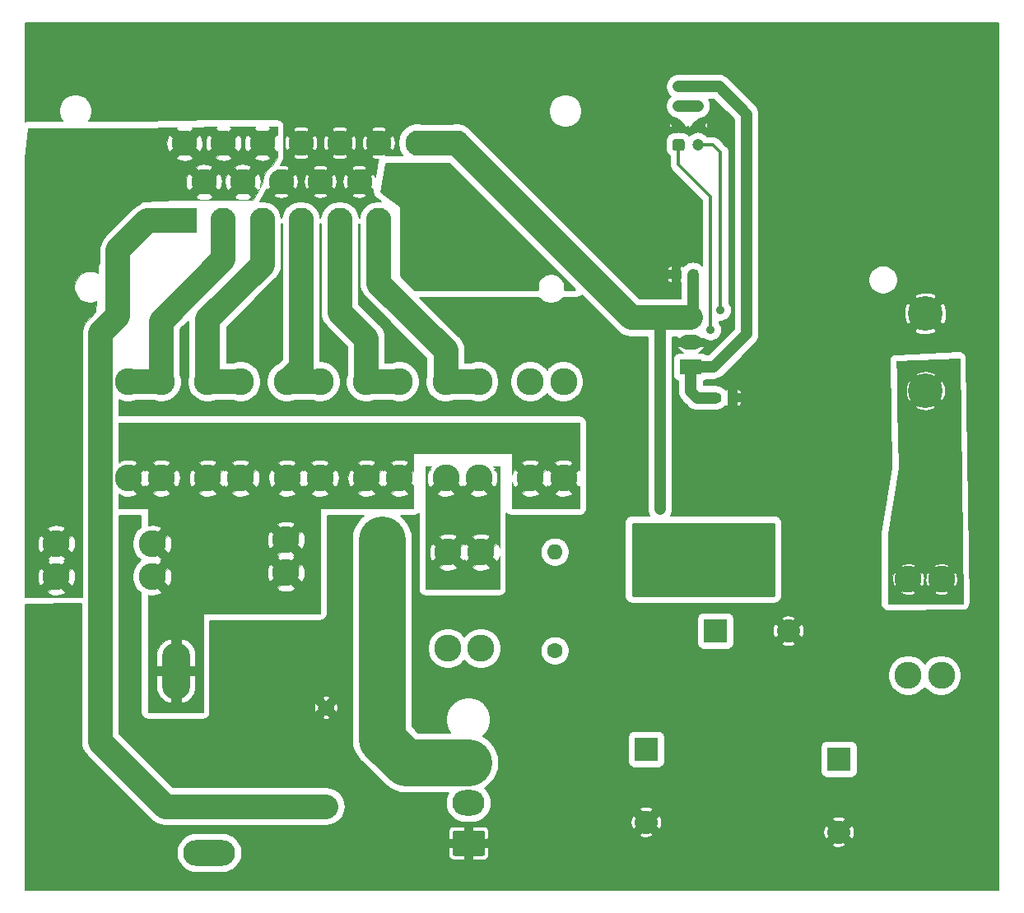
<source format=gbr>
G04 #@! TF.GenerationSoftware,KiCad,Pcbnew,5.1.5-52549c5~84~ubuntu18.04.1*
G04 #@! TF.CreationDate,2020-03-02T20:09:35-05:00*
G04 #@! TF.ProjectId,LV_Breakout,4c565f42-7265-4616-9b6f-75742e6b6963,rev?*
G04 #@! TF.SameCoordinates,Original*
G04 #@! TF.FileFunction,Copper,L2,Bot*
G04 #@! TF.FilePolarity,Positive*
%FSLAX46Y46*%
G04 Gerber Fmt 4.6, Leading zero omitted, Abs format (unit mm)*
G04 Created by KiCad (PCBNEW 5.1.5-52549c5~84~ubuntu18.04.1) date 2020-03-02 20:09:35*
%MOMM*%
%LPD*%
G04 APERTURE LIST*
%ADD10C,3.556000*%
%ADD11C,2.625000*%
%ADD12R,2.625000X2.625000*%
%ADD13O,3.300000X2.640000*%
%ADD14C,0.100000*%
%ADD15C,1.200000*%
%ADD16O,2.300000X1.500000*%
%ADD17R,2.300000X1.500000*%
%ADD18O,1.600000X1.600000*%
%ADD19C,1.600000*%
%ADD20C,1.635000*%
%ADD21O,2.925000X5.850000*%
%ADD22O,5.340000X2.670000*%
%ADD23C,2.780000*%
%ADD24C,2.400000*%
%ADD25R,2.400000X2.400000*%
%ADD26C,2.800000*%
%ADD27C,0.900000*%
%ADD28C,2.540000*%
%ADD29C,1.200000*%
%ADD30C,4.800000*%
%ADD31C,0.360000*%
%ADD32C,0.050000*%
%ADD33C,0.200000*%
%ADD34C,0.254000*%
G04 APERTURE END LIST*
D10*
X201930000Y-54206000D03*
X201930000Y-62126000D03*
D11*
X153700000Y-36640000D03*
X149700000Y-36640000D03*
X145700000Y-36640000D03*
X141700000Y-36640000D03*
X137700000Y-36640000D03*
X133700000Y-36640000D03*
X129700000Y-36640000D03*
X125700000Y-36640000D03*
X151700000Y-40640000D03*
X147700000Y-40640000D03*
X143700000Y-40640000D03*
X139700000Y-40640000D03*
X135700000Y-40640000D03*
X131700000Y-40640000D03*
X127700000Y-40640000D03*
X153700000Y-44640000D03*
X149700000Y-44640000D03*
X145700000Y-44640000D03*
X141700000Y-44640000D03*
X137700000Y-44640000D03*
X133700000Y-44640000D03*
X129700000Y-44640000D03*
D12*
X125700000Y-44640000D03*
D13*
X154940000Y-100432000D03*
X154940000Y-104572000D03*
G04 #@! TA.AperFunction,ComponentPad*
D14*
G36*
X156364504Y-107393204D02*
G01*
X156388773Y-107396804D01*
X156412571Y-107402765D01*
X156435671Y-107411030D01*
X156457849Y-107421520D01*
X156478893Y-107434133D01*
X156498598Y-107448747D01*
X156516777Y-107465223D01*
X156533253Y-107483402D01*
X156547867Y-107503107D01*
X156560480Y-107524151D01*
X156570970Y-107546329D01*
X156579235Y-107569429D01*
X156585196Y-107593227D01*
X156588796Y-107617496D01*
X156590000Y-107642000D01*
X156590000Y-109782000D01*
X156588796Y-109806504D01*
X156585196Y-109830773D01*
X156579235Y-109854571D01*
X156570970Y-109877671D01*
X156560480Y-109899849D01*
X156547867Y-109920893D01*
X156533253Y-109940598D01*
X156516777Y-109958777D01*
X156498598Y-109975253D01*
X156478893Y-109989867D01*
X156457849Y-110002480D01*
X156435671Y-110012970D01*
X156412571Y-110021235D01*
X156388773Y-110027196D01*
X156364504Y-110030796D01*
X156340000Y-110032000D01*
X153540000Y-110032000D01*
X153515496Y-110030796D01*
X153491227Y-110027196D01*
X153467429Y-110021235D01*
X153444329Y-110012970D01*
X153422151Y-110002480D01*
X153401107Y-109989867D01*
X153381402Y-109975253D01*
X153363223Y-109958777D01*
X153346747Y-109940598D01*
X153332133Y-109920893D01*
X153319520Y-109899849D01*
X153309030Y-109877671D01*
X153300765Y-109854571D01*
X153294804Y-109830773D01*
X153291204Y-109806504D01*
X153290000Y-109782000D01*
X153290000Y-107642000D01*
X153291204Y-107617496D01*
X153294804Y-107593227D01*
X153300765Y-107569429D01*
X153309030Y-107546329D01*
X153319520Y-107524151D01*
X153332133Y-107503107D01*
X153346747Y-107483402D01*
X153363223Y-107465223D01*
X153381402Y-107448747D01*
X153401107Y-107434133D01*
X153422151Y-107421520D01*
X153444329Y-107411030D01*
X153467429Y-107402765D01*
X153491227Y-107396804D01*
X153515496Y-107393204D01*
X153540000Y-107392000D01*
X156340000Y-107392000D01*
X156364504Y-107393204D01*
G37*
G04 #@! TD.AperFunction*
D15*
X178530000Y-30830000D03*
X178530000Y-32830000D03*
X178530000Y-34830000D03*
X178530000Y-36830000D03*
X176530000Y-30830000D03*
X176530000Y-32830000D03*
X176530000Y-34830000D03*
G04 #@! TA.AperFunction,ComponentPad*
D14*
G36*
X176904505Y-36231204D02*
G01*
X176928773Y-36234804D01*
X176952572Y-36240765D01*
X176975671Y-36249030D01*
X176997850Y-36259520D01*
X177018893Y-36272132D01*
X177038599Y-36286747D01*
X177056777Y-36303223D01*
X177073253Y-36321401D01*
X177087868Y-36341107D01*
X177100480Y-36362150D01*
X177110970Y-36384329D01*
X177119235Y-36407428D01*
X177125196Y-36431227D01*
X177128796Y-36455495D01*
X177130000Y-36479999D01*
X177130000Y-37180001D01*
X177128796Y-37204505D01*
X177125196Y-37228773D01*
X177119235Y-37252572D01*
X177110970Y-37275671D01*
X177100480Y-37297850D01*
X177087868Y-37318893D01*
X177073253Y-37338599D01*
X177056777Y-37356777D01*
X177038599Y-37373253D01*
X177018893Y-37387868D01*
X176997850Y-37400480D01*
X176975671Y-37410970D01*
X176952572Y-37419235D01*
X176928773Y-37425196D01*
X176904505Y-37428796D01*
X176880001Y-37430000D01*
X176179999Y-37430000D01*
X176155495Y-37428796D01*
X176131227Y-37425196D01*
X176107428Y-37419235D01*
X176084329Y-37410970D01*
X176062150Y-37400480D01*
X176041107Y-37387868D01*
X176021401Y-37373253D01*
X176003223Y-37356777D01*
X175986747Y-37338599D01*
X175972132Y-37318893D01*
X175959520Y-37297850D01*
X175949030Y-37275671D01*
X175940765Y-37252572D01*
X175934804Y-37228773D01*
X175931204Y-37204505D01*
X175930000Y-37180001D01*
X175930000Y-36479999D01*
X175931204Y-36455495D01*
X175934804Y-36431227D01*
X175940765Y-36407428D01*
X175949030Y-36384329D01*
X175959520Y-36362150D01*
X175972132Y-36341107D01*
X175986747Y-36321401D01*
X176003223Y-36303223D01*
X176021401Y-36286747D01*
X176041107Y-36272132D01*
X176062150Y-36259520D01*
X176084329Y-36249030D01*
X176107428Y-36240765D01*
X176131227Y-36234804D01*
X176155495Y-36231204D01*
X176179999Y-36230000D01*
X176880001Y-36230000D01*
X176904505Y-36231204D01*
G37*
G04 #@! TD.AperFunction*
D16*
X177800000Y-54610000D03*
X177800000Y-57150000D03*
D17*
X177800000Y-59690000D03*
D18*
X163830000Y-78740000D03*
D19*
X163830000Y-88900000D03*
D20*
X140280000Y-94765000D03*
X140280000Y-104925000D03*
D21*
X124840000Y-90955000D03*
D22*
X128270000Y-109705000D03*
D23*
X144417140Y-71120000D03*
X147817140Y-71120000D03*
X144417140Y-61200000D03*
X147817140Y-61200000D03*
X122428000Y-81280000D03*
X122428000Y-77880000D03*
X112508000Y-81280000D03*
X112508000Y-77880000D03*
X136130000Y-77470000D03*
X136130000Y-80870000D03*
X146050000Y-77470000D03*
X146050000Y-80870000D03*
X119924285Y-71120000D03*
X123324285Y-71120000D03*
X119924285Y-61200000D03*
X123324285Y-61200000D03*
X136252855Y-71120000D03*
X139652855Y-71120000D03*
X136252855Y-61200000D03*
X139652855Y-61200000D03*
X161290000Y-71120000D03*
X164690000Y-71120000D03*
X161290000Y-61200000D03*
X164690000Y-61200000D03*
X128088570Y-71120000D03*
X131488570Y-71120000D03*
X128088570Y-61200000D03*
X131488570Y-61200000D03*
X155981425Y-61200000D03*
X152581425Y-61200000D03*
X155981425Y-71120000D03*
X152581425Y-71120000D03*
X156210000Y-78740000D03*
X152810000Y-78740000D03*
X156210000Y-88660000D03*
X152810000Y-88660000D03*
X200152000Y-91440000D03*
X203552000Y-91440000D03*
X200152000Y-81520000D03*
X203552000Y-81520000D03*
G04 #@! TA.AperFunction,SMDPad,CuDef*
D14*
G36*
X176600779Y-49691144D02*
G01*
X176623834Y-49694563D01*
X176646443Y-49700227D01*
X176668387Y-49708079D01*
X176689457Y-49718044D01*
X176709448Y-49730026D01*
X176728168Y-49743910D01*
X176745438Y-49759562D01*
X176761090Y-49776832D01*
X176774974Y-49795552D01*
X176786956Y-49815543D01*
X176796921Y-49836613D01*
X176804773Y-49858557D01*
X176810437Y-49881166D01*
X176813856Y-49904221D01*
X176815000Y-49927500D01*
X176815000Y-50402500D01*
X176813856Y-50425779D01*
X176810437Y-50448834D01*
X176804773Y-50471443D01*
X176796921Y-50493387D01*
X176786956Y-50514457D01*
X176774974Y-50534448D01*
X176761090Y-50553168D01*
X176745438Y-50570438D01*
X176728168Y-50586090D01*
X176709448Y-50599974D01*
X176689457Y-50611956D01*
X176668387Y-50621921D01*
X176646443Y-50629773D01*
X176623834Y-50635437D01*
X176600779Y-50638856D01*
X176577500Y-50640000D01*
X176002500Y-50640000D01*
X175979221Y-50638856D01*
X175956166Y-50635437D01*
X175933557Y-50629773D01*
X175911613Y-50621921D01*
X175890543Y-50611956D01*
X175870552Y-50599974D01*
X175851832Y-50586090D01*
X175834562Y-50570438D01*
X175818910Y-50553168D01*
X175805026Y-50534448D01*
X175793044Y-50514457D01*
X175783079Y-50493387D01*
X175775227Y-50471443D01*
X175769563Y-50448834D01*
X175766144Y-50425779D01*
X175765000Y-50402500D01*
X175765000Y-49927500D01*
X175766144Y-49904221D01*
X175769563Y-49881166D01*
X175775227Y-49858557D01*
X175783079Y-49836613D01*
X175793044Y-49815543D01*
X175805026Y-49795552D01*
X175818910Y-49776832D01*
X175834562Y-49759562D01*
X175851832Y-49743910D01*
X175870552Y-49730026D01*
X175890543Y-49718044D01*
X175911613Y-49708079D01*
X175933557Y-49700227D01*
X175956166Y-49694563D01*
X175979221Y-49691144D01*
X176002500Y-49690000D01*
X176577500Y-49690000D01*
X176600779Y-49691144D01*
G37*
G04 #@! TD.AperFunction*
G04 #@! TA.AperFunction,SMDPad,CuDef*
G36*
X178350779Y-49691144D02*
G01*
X178373834Y-49694563D01*
X178396443Y-49700227D01*
X178418387Y-49708079D01*
X178439457Y-49718044D01*
X178459448Y-49730026D01*
X178478168Y-49743910D01*
X178495438Y-49759562D01*
X178511090Y-49776832D01*
X178524974Y-49795552D01*
X178536956Y-49815543D01*
X178546921Y-49836613D01*
X178554773Y-49858557D01*
X178560437Y-49881166D01*
X178563856Y-49904221D01*
X178565000Y-49927500D01*
X178565000Y-50402500D01*
X178563856Y-50425779D01*
X178560437Y-50448834D01*
X178554773Y-50471443D01*
X178546921Y-50493387D01*
X178536956Y-50514457D01*
X178524974Y-50534448D01*
X178511090Y-50553168D01*
X178495438Y-50570438D01*
X178478168Y-50586090D01*
X178459448Y-50599974D01*
X178439457Y-50611956D01*
X178418387Y-50621921D01*
X178396443Y-50629773D01*
X178373834Y-50635437D01*
X178350779Y-50638856D01*
X178327500Y-50640000D01*
X177752500Y-50640000D01*
X177729221Y-50638856D01*
X177706166Y-50635437D01*
X177683557Y-50629773D01*
X177661613Y-50621921D01*
X177640543Y-50611956D01*
X177620552Y-50599974D01*
X177601832Y-50586090D01*
X177584562Y-50570438D01*
X177568910Y-50553168D01*
X177555026Y-50534448D01*
X177543044Y-50514457D01*
X177533079Y-50493387D01*
X177525227Y-50471443D01*
X177519563Y-50448834D01*
X177516144Y-50425779D01*
X177515000Y-50402500D01*
X177515000Y-49927500D01*
X177516144Y-49904221D01*
X177519563Y-49881166D01*
X177525227Y-49858557D01*
X177533079Y-49836613D01*
X177543044Y-49815543D01*
X177555026Y-49795552D01*
X177568910Y-49776832D01*
X177584562Y-49759562D01*
X177601832Y-49743910D01*
X177620552Y-49730026D01*
X177640543Y-49718044D01*
X177661613Y-49708079D01*
X177683557Y-49700227D01*
X177706166Y-49694563D01*
X177729221Y-49691144D01*
X177752500Y-49690000D01*
X178327500Y-49690000D01*
X178350779Y-49691144D01*
G37*
G04 #@! TD.AperFunction*
D24*
X193040000Y-107576000D03*
D25*
X193040000Y-100076000D03*
D24*
X173228000Y-106560000D03*
D25*
X173228000Y-99060000D03*
D24*
X187840000Y-86868000D03*
D25*
X180340000Y-86868000D03*
G04 #@! TA.AperFunction,SMDPad,CuDef*
D14*
G36*
X182400779Y-62391144D02*
G01*
X182423834Y-62394563D01*
X182446443Y-62400227D01*
X182468387Y-62408079D01*
X182489457Y-62418044D01*
X182509448Y-62430026D01*
X182528168Y-62443910D01*
X182545438Y-62459562D01*
X182561090Y-62476832D01*
X182574974Y-62495552D01*
X182586956Y-62515543D01*
X182596921Y-62536613D01*
X182604773Y-62558557D01*
X182610437Y-62581166D01*
X182613856Y-62604221D01*
X182615000Y-62627500D01*
X182615000Y-63102500D01*
X182613856Y-63125779D01*
X182610437Y-63148834D01*
X182604773Y-63171443D01*
X182596921Y-63193387D01*
X182586956Y-63214457D01*
X182574974Y-63234448D01*
X182561090Y-63253168D01*
X182545438Y-63270438D01*
X182528168Y-63286090D01*
X182509448Y-63299974D01*
X182489457Y-63311956D01*
X182468387Y-63321921D01*
X182446443Y-63329773D01*
X182423834Y-63335437D01*
X182400779Y-63338856D01*
X182377500Y-63340000D01*
X181802500Y-63340000D01*
X181779221Y-63338856D01*
X181756166Y-63335437D01*
X181733557Y-63329773D01*
X181711613Y-63321921D01*
X181690543Y-63311956D01*
X181670552Y-63299974D01*
X181651832Y-63286090D01*
X181634562Y-63270438D01*
X181618910Y-63253168D01*
X181605026Y-63234448D01*
X181593044Y-63214457D01*
X181583079Y-63193387D01*
X181575227Y-63171443D01*
X181569563Y-63148834D01*
X181566144Y-63125779D01*
X181565000Y-63102500D01*
X181565000Y-62627500D01*
X181566144Y-62604221D01*
X181569563Y-62581166D01*
X181575227Y-62558557D01*
X181583079Y-62536613D01*
X181593044Y-62515543D01*
X181605026Y-62495552D01*
X181618910Y-62476832D01*
X181634562Y-62459562D01*
X181651832Y-62443910D01*
X181670552Y-62430026D01*
X181690543Y-62418044D01*
X181711613Y-62408079D01*
X181733557Y-62400227D01*
X181756166Y-62394563D01*
X181779221Y-62391144D01*
X181802500Y-62390000D01*
X182377500Y-62390000D01*
X182400779Y-62391144D01*
G37*
G04 #@! TD.AperFunction*
G04 #@! TA.AperFunction,SMDPad,CuDef*
G36*
X180650779Y-62391144D02*
G01*
X180673834Y-62394563D01*
X180696443Y-62400227D01*
X180718387Y-62408079D01*
X180739457Y-62418044D01*
X180759448Y-62430026D01*
X180778168Y-62443910D01*
X180795438Y-62459562D01*
X180811090Y-62476832D01*
X180824974Y-62495552D01*
X180836956Y-62515543D01*
X180846921Y-62536613D01*
X180854773Y-62558557D01*
X180860437Y-62581166D01*
X180863856Y-62604221D01*
X180865000Y-62627500D01*
X180865000Y-63102500D01*
X180863856Y-63125779D01*
X180860437Y-63148834D01*
X180854773Y-63171443D01*
X180846921Y-63193387D01*
X180836956Y-63214457D01*
X180824974Y-63234448D01*
X180811090Y-63253168D01*
X180795438Y-63270438D01*
X180778168Y-63286090D01*
X180759448Y-63299974D01*
X180739457Y-63311956D01*
X180718387Y-63321921D01*
X180696443Y-63329773D01*
X180673834Y-63335437D01*
X180650779Y-63338856D01*
X180627500Y-63340000D01*
X180052500Y-63340000D01*
X180029221Y-63338856D01*
X180006166Y-63335437D01*
X179983557Y-63329773D01*
X179961613Y-63321921D01*
X179940543Y-63311956D01*
X179920552Y-63299974D01*
X179901832Y-63286090D01*
X179884562Y-63270438D01*
X179868910Y-63253168D01*
X179855026Y-63234448D01*
X179843044Y-63214457D01*
X179833079Y-63193387D01*
X179825227Y-63171443D01*
X179819563Y-63148834D01*
X179816144Y-63125779D01*
X179815000Y-63102500D01*
X179815000Y-62627500D01*
X179816144Y-62604221D01*
X179819563Y-62581166D01*
X179825227Y-62558557D01*
X179833079Y-62536613D01*
X179843044Y-62515543D01*
X179855026Y-62495552D01*
X179868910Y-62476832D01*
X179884562Y-62459562D01*
X179901832Y-62443910D01*
X179920552Y-62430026D01*
X179940543Y-62418044D01*
X179961613Y-62408079D01*
X179983557Y-62400227D01*
X180006166Y-62394563D01*
X180029221Y-62391144D01*
X180052500Y-62390000D01*
X180627500Y-62390000D01*
X180650779Y-62391144D01*
G37*
G04 #@! TD.AperFunction*
D26*
X155448000Y-48768000D03*
X177800000Y-77470000D03*
D27*
X172085000Y-73660000D03*
X172720000Y-37465000D03*
X165100000Y-56515000D03*
X156845000Y-56515000D03*
X172212000Y-65024000D03*
X166116000Y-39624000D03*
X172720000Y-41656000D03*
X164592000Y-84836000D03*
X161036000Y-84836000D03*
X198628000Y-37592000D03*
X193167000Y-37465000D03*
X199644000Y-30988000D03*
X174625000Y-74295000D03*
X179832000Y-55880000D03*
X180848000Y-53848000D03*
D28*
X128088570Y-61200000D02*
X131488570Y-61200000D01*
X133700000Y-44640000D02*
X133700000Y-49180000D01*
X128088570Y-54791430D02*
X128088570Y-61200000D01*
X133700000Y-49180000D02*
X128088570Y-54791430D01*
X137700000Y-59752855D02*
X137700000Y-44640000D01*
X136252855Y-61200000D02*
X137700000Y-59752855D01*
X139652855Y-61200000D02*
X136252855Y-61200000D01*
X123324285Y-61200000D02*
X119924285Y-61200000D01*
X123324285Y-61200000D02*
X123324285Y-54983715D01*
X129700000Y-48608000D02*
X129700000Y-44640000D01*
X123324285Y-54983715D02*
X129700000Y-48608000D01*
X141700000Y-44640000D02*
X141700000Y-54070000D01*
X144417140Y-56787140D02*
X144417140Y-61200000D01*
X141700000Y-54070000D02*
X144417140Y-56787140D01*
X147817140Y-61200000D02*
X144417140Y-61200000D01*
X145700000Y-44640000D02*
X145700000Y-51085000D01*
X152581425Y-57966425D02*
X152581425Y-61200000D01*
X145700000Y-51085000D02*
X152581425Y-57966425D01*
X155981425Y-61200000D02*
X152581425Y-61200000D01*
D29*
X176530000Y-32830000D02*
X178530000Y-32830000D01*
X178040000Y-54370000D02*
X177800000Y-54610000D01*
X178040000Y-50165000D02*
X178040000Y-54370000D01*
X175450000Y-54610000D02*
X177800000Y-54610000D01*
X174625000Y-55435000D02*
X175450000Y-54610000D01*
X174625000Y-74295000D02*
X174625000Y-55435000D01*
D28*
X149700000Y-36640000D02*
X153700000Y-36640000D01*
X153700000Y-36640000D02*
X163178000Y-46118000D01*
X171670000Y-54610000D02*
X170400000Y-53340000D01*
X177800000Y-54610000D02*
X171670000Y-54610000D01*
X163178000Y-46118000D02*
X170400000Y-53340000D01*
X117064284Y-56225758D02*
X117064284Y-98268284D01*
X118872000Y-54418042D02*
X117064284Y-56225758D01*
X118872000Y-47615500D02*
X118872000Y-54418042D01*
X125700000Y-44640000D02*
X121847500Y-44640000D01*
X121847500Y-44640000D02*
X118872000Y-47615500D01*
X123721000Y-104925000D02*
X140280000Y-104925000D01*
X117064284Y-98268284D02*
X123721000Y-104925000D01*
D29*
X180150000Y-59690000D02*
X183515000Y-56325000D01*
X177800000Y-59690000D02*
X180150000Y-59690000D01*
X183515000Y-56325000D02*
X183515000Y-33655000D01*
X180690000Y-30830000D02*
X176530000Y-30830000D01*
X183515000Y-33655000D02*
X180690000Y-30830000D01*
X177800000Y-62230000D02*
X177800000Y-59690000D01*
X180340000Y-62865000D02*
X178435000Y-62865000D01*
X178435000Y-62865000D02*
X177800000Y-62230000D01*
D30*
X146050000Y-77470000D02*
X146050000Y-80870000D01*
X148490000Y-100432000D02*
X154940000Y-100432000D01*
X146050000Y-97992000D02*
X148490000Y-100432000D01*
X146050000Y-80870000D02*
X146050000Y-97992000D01*
D31*
X176530000Y-38862000D02*
X176530000Y-36830000D01*
X179832000Y-55880000D02*
X179832000Y-42164000D01*
X179832000Y-42164000D02*
X176530000Y-38862000D01*
X180848000Y-53848000D02*
X180848000Y-37592000D01*
X180086000Y-36830000D02*
X178530000Y-36830000D01*
X180848000Y-37592000D02*
X180086000Y-36830000D01*
D32*
G36*
X150884972Y-70095301D02*
G01*
X151022993Y-70233322D01*
X150793638Y-70408229D01*
X150689131Y-70770685D01*
X150657343Y-71146565D01*
X150699496Y-71521425D01*
X150793638Y-71831771D01*
X151022994Y-72006679D01*
X151909674Y-71120000D01*
X151895531Y-71105858D01*
X152567283Y-70434106D01*
X152581425Y-70448249D01*
X152595567Y-70434106D01*
X153267319Y-71105858D01*
X153253176Y-71120000D01*
X154139856Y-72006679D01*
X154281425Y-71898718D01*
X154422994Y-72006679D01*
X155309674Y-71120000D01*
X155295531Y-71105858D01*
X155967283Y-70434106D01*
X155981425Y-70448249D01*
X155995567Y-70434106D01*
X156667319Y-71105858D01*
X156653176Y-71120000D01*
X157539856Y-72006679D01*
X157769212Y-71831771D01*
X157873719Y-71469315D01*
X157905507Y-71093435D01*
X157863354Y-70718575D01*
X157769212Y-70408229D01*
X157539857Y-70233322D01*
X157677878Y-70095301D01*
X157457577Y-69875000D01*
X158090000Y-69875000D01*
X158090000Y-78332216D01*
X157997787Y-78028229D01*
X157768431Y-77853321D01*
X156881751Y-78740000D01*
X157768431Y-79626679D01*
X157997787Y-79451771D01*
X158090000Y-79131954D01*
X158090000Y-82525000D01*
X150520000Y-82525000D01*
X150520000Y-80298431D01*
X151923321Y-80298431D01*
X152098229Y-80527787D01*
X152460685Y-80632294D01*
X152836565Y-80664082D01*
X153211425Y-80621929D01*
X153521771Y-80527787D01*
X153696679Y-80298431D01*
X155323321Y-80298431D01*
X155498229Y-80527787D01*
X155860685Y-80632294D01*
X156236565Y-80664082D01*
X156611425Y-80621929D01*
X156921771Y-80527787D01*
X157096679Y-80298431D01*
X156210000Y-79411751D01*
X155323321Y-80298431D01*
X153696679Y-80298431D01*
X152810000Y-79411751D01*
X151923321Y-80298431D01*
X150520000Y-80298431D01*
X150520000Y-78766565D01*
X150885918Y-78766565D01*
X150928071Y-79141425D01*
X151022213Y-79451771D01*
X151251569Y-79626679D01*
X152138249Y-78740000D01*
X153481751Y-78740000D01*
X154368431Y-79626679D01*
X154510000Y-79518718D01*
X154651569Y-79626679D01*
X155538249Y-78740000D01*
X154651569Y-77853321D01*
X154510000Y-77961282D01*
X154368431Y-77853321D01*
X153481751Y-78740000D01*
X152138249Y-78740000D01*
X151251569Y-77853321D01*
X151022213Y-78028229D01*
X150917706Y-78390685D01*
X150885918Y-78766565D01*
X150520000Y-78766565D01*
X150520000Y-77181569D01*
X151923321Y-77181569D01*
X152810000Y-78068249D01*
X153696679Y-77181569D01*
X155323321Y-77181569D01*
X156210000Y-78068249D01*
X157096679Y-77181569D01*
X156921771Y-76952213D01*
X156559315Y-76847706D01*
X156183435Y-76815918D01*
X155808575Y-76858071D01*
X155498229Y-76952213D01*
X155323321Y-77181569D01*
X153696679Y-77181569D01*
X153521771Y-76952213D01*
X153159315Y-76847706D01*
X152783435Y-76815918D01*
X152408575Y-76858071D01*
X152098229Y-76952213D01*
X151923321Y-77181569D01*
X150520000Y-77181569D01*
X150520000Y-72678431D01*
X151694746Y-72678431D01*
X151869654Y-72907787D01*
X152232110Y-73012294D01*
X152607990Y-73044082D01*
X152982850Y-73001929D01*
X153293196Y-72907787D01*
X153468104Y-72678431D01*
X155094746Y-72678431D01*
X155269654Y-72907787D01*
X155632110Y-73012294D01*
X156007990Y-73044082D01*
X156382850Y-73001929D01*
X156693196Y-72907787D01*
X156868104Y-72678431D01*
X155981425Y-71791751D01*
X155094746Y-72678431D01*
X153468104Y-72678431D01*
X152581425Y-71791751D01*
X151694746Y-72678431D01*
X150520000Y-72678431D01*
X150520000Y-69875000D01*
X151105273Y-69875000D01*
X150884972Y-70095301D01*
G37*
X150884972Y-70095301D02*
X151022993Y-70233322D01*
X150793638Y-70408229D01*
X150689131Y-70770685D01*
X150657343Y-71146565D01*
X150699496Y-71521425D01*
X150793638Y-71831771D01*
X151022994Y-72006679D01*
X151909674Y-71120000D01*
X151895531Y-71105858D01*
X152567283Y-70434106D01*
X152581425Y-70448249D01*
X152595567Y-70434106D01*
X153267319Y-71105858D01*
X153253176Y-71120000D01*
X154139856Y-72006679D01*
X154281425Y-71898718D01*
X154422994Y-72006679D01*
X155309674Y-71120000D01*
X155295531Y-71105858D01*
X155967283Y-70434106D01*
X155981425Y-70448249D01*
X155995567Y-70434106D01*
X156667319Y-71105858D01*
X156653176Y-71120000D01*
X157539856Y-72006679D01*
X157769212Y-71831771D01*
X157873719Y-71469315D01*
X157905507Y-71093435D01*
X157863354Y-70718575D01*
X157769212Y-70408229D01*
X157539857Y-70233322D01*
X157677878Y-70095301D01*
X157457577Y-69875000D01*
X158090000Y-69875000D01*
X158090000Y-78332216D01*
X157997787Y-78028229D01*
X157768431Y-77853321D01*
X156881751Y-78740000D01*
X157768431Y-79626679D01*
X157997787Y-79451771D01*
X158090000Y-79131954D01*
X158090000Y-82525000D01*
X150520000Y-82525000D01*
X150520000Y-80298431D01*
X151923321Y-80298431D01*
X152098229Y-80527787D01*
X152460685Y-80632294D01*
X152836565Y-80664082D01*
X153211425Y-80621929D01*
X153521771Y-80527787D01*
X153696679Y-80298431D01*
X155323321Y-80298431D01*
X155498229Y-80527787D01*
X155860685Y-80632294D01*
X156236565Y-80664082D01*
X156611425Y-80621929D01*
X156921771Y-80527787D01*
X157096679Y-80298431D01*
X156210000Y-79411751D01*
X155323321Y-80298431D01*
X153696679Y-80298431D01*
X152810000Y-79411751D01*
X151923321Y-80298431D01*
X150520000Y-80298431D01*
X150520000Y-78766565D01*
X150885918Y-78766565D01*
X150928071Y-79141425D01*
X151022213Y-79451771D01*
X151251569Y-79626679D01*
X152138249Y-78740000D01*
X153481751Y-78740000D01*
X154368431Y-79626679D01*
X154510000Y-79518718D01*
X154651569Y-79626679D01*
X155538249Y-78740000D01*
X154651569Y-77853321D01*
X154510000Y-77961282D01*
X154368431Y-77853321D01*
X153481751Y-78740000D01*
X152138249Y-78740000D01*
X151251569Y-77853321D01*
X151022213Y-78028229D01*
X150917706Y-78390685D01*
X150885918Y-78766565D01*
X150520000Y-78766565D01*
X150520000Y-77181569D01*
X151923321Y-77181569D01*
X152810000Y-78068249D01*
X153696679Y-77181569D01*
X155323321Y-77181569D01*
X156210000Y-78068249D01*
X157096679Y-77181569D01*
X156921771Y-76952213D01*
X156559315Y-76847706D01*
X156183435Y-76815918D01*
X155808575Y-76858071D01*
X155498229Y-76952213D01*
X155323321Y-77181569D01*
X153696679Y-77181569D01*
X153521771Y-76952213D01*
X153159315Y-76847706D01*
X152783435Y-76815918D01*
X152408575Y-76858071D01*
X152098229Y-76952213D01*
X151923321Y-77181569D01*
X150520000Y-77181569D01*
X150520000Y-72678431D01*
X151694746Y-72678431D01*
X151869654Y-72907787D01*
X152232110Y-73012294D01*
X152607990Y-73044082D01*
X152982850Y-73001929D01*
X153293196Y-72907787D01*
X153468104Y-72678431D01*
X155094746Y-72678431D01*
X155269654Y-72907787D01*
X155632110Y-73012294D01*
X156007990Y-73044082D01*
X156382850Y-73001929D01*
X156693196Y-72907787D01*
X156868104Y-72678431D01*
X155981425Y-71791751D01*
X155094746Y-72678431D01*
X153468104Y-72678431D01*
X152581425Y-71791751D01*
X151694746Y-72678431D01*
X150520000Y-72678431D01*
X150520000Y-69875000D01*
X151105273Y-69875000D01*
X150884972Y-70095301D01*
G36*
X166345000Y-70306965D02*
G01*
X166248431Y-70233321D01*
X165361751Y-71120000D01*
X166248431Y-72006679D01*
X166345000Y-71933035D01*
X166345000Y-74270000D01*
X159410000Y-74270000D01*
X159410000Y-72678431D01*
X160403321Y-72678431D01*
X160578229Y-72907787D01*
X160940685Y-73012294D01*
X161316565Y-73044082D01*
X161691425Y-73001929D01*
X162001771Y-72907787D01*
X162176679Y-72678431D01*
X163803321Y-72678431D01*
X163978229Y-72907787D01*
X164340685Y-73012294D01*
X164716565Y-73044082D01*
X165091425Y-73001929D01*
X165401771Y-72907787D01*
X165576679Y-72678431D01*
X164690000Y-71791751D01*
X163803321Y-72678431D01*
X162176679Y-72678431D01*
X161290000Y-71791751D01*
X160403321Y-72678431D01*
X159410000Y-72678431D01*
X159410000Y-71527784D01*
X159502213Y-71831771D01*
X159731569Y-72006679D01*
X160618249Y-71120000D01*
X161961751Y-71120000D01*
X162848431Y-72006679D01*
X162990000Y-71898718D01*
X163131569Y-72006679D01*
X164018249Y-71120000D01*
X163131569Y-70233321D01*
X162990000Y-70341282D01*
X162848431Y-70233321D01*
X161961751Y-71120000D01*
X160618249Y-71120000D01*
X159731569Y-70233321D01*
X159502213Y-70408229D01*
X159410000Y-70728046D01*
X159410000Y-69561569D01*
X160403321Y-69561569D01*
X161290000Y-70448249D01*
X162176679Y-69561569D01*
X163803321Y-69561569D01*
X164690000Y-70448249D01*
X165576679Y-69561569D01*
X165401771Y-69332213D01*
X165039315Y-69227706D01*
X164663435Y-69195918D01*
X164288575Y-69238071D01*
X163978229Y-69332213D01*
X163803321Y-69561569D01*
X162176679Y-69561569D01*
X162001771Y-69332213D01*
X161639315Y-69227706D01*
X161263435Y-69195918D01*
X160888575Y-69238071D01*
X160578229Y-69332213D01*
X160403321Y-69561569D01*
X159410000Y-69561569D01*
X159410000Y-68580000D01*
X159409520Y-68575123D01*
X159408097Y-68570433D01*
X159405787Y-68566111D01*
X159402678Y-68562322D01*
X159398889Y-68559213D01*
X159394567Y-68556903D01*
X159389877Y-68555480D01*
X159385000Y-68555000D01*
X149225000Y-68555000D01*
X149220123Y-68555480D01*
X149215433Y-68556903D01*
X149211111Y-68559213D01*
X149207322Y-68562322D01*
X149204213Y-68566111D01*
X149201903Y-68570433D01*
X149200480Y-68575123D01*
X149200000Y-68580000D01*
X149200000Y-70408892D01*
X148488891Y-71120000D01*
X149200000Y-71831108D01*
X149200000Y-74270000D01*
X139700000Y-74270000D01*
X139695123Y-74270480D01*
X139690433Y-74271903D01*
X139686111Y-74274213D01*
X139682322Y-74277322D01*
X139679213Y-74281111D01*
X139676903Y-74285433D01*
X139675480Y-74290123D01*
X139675000Y-74295000D01*
X139675000Y-85065000D01*
X127635000Y-85065000D01*
X127630123Y-85065480D01*
X127625433Y-85066903D01*
X127621111Y-85069213D01*
X127617322Y-85072322D01*
X127614213Y-85076111D01*
X127611903Y-85080433D01*
X127610480Y-85085123D01*
X127610000Y-85090000D01*
X127610000Y-95225000D01*
X121945000Y-95225000D01*
X121945000Y-91430000D01*
X122852500Y-91430000D01*
X122852500Y-92892500D01*
X122983357Y-93271115D01*
X123185564Y-93616926D01*
X123451350Y-93916644D01*
X123770501Y-94158751D01*
X124068945Y-94249337D01*
X124365000Y-94211947D01*
X124365000Y-91430000D01*
X125315000Y-91430000D01*
X125315000Y-94211947D01*
X125611055Y-94249337D01*
X125909499Y-94158751D01*
X126228650Y-93916644D01*
X126494436Y-93616926D01*
X126696643Y-93271115D01*
X126827500Y-92892500D01*
X126827500Y-91430000D01*
X125315000Y-91430000D01*
X124365000Y-91430000D01*
X122852500Y-91430000D01*
X121945000Y-91430000D01*
X121945000Y-89017500D01*
X122852500Y-89017500D01*
X122852500Y-90480000D01*
X124365000Y-90480000D01*
X124365000Y-87698053D01*
X125315000Y-87698053D01*
X125315000Y-90480000D01*
X126827500Y-90480000D01*
X126827500Y-89017500D01*
X126696643Y-88638885D01*
X126494436Y-88293074D01*
X126228650Y-87993356D01*
X125909499Y-87751249D01*
X125611055Y-87660663D01*
X125315000Y-87698053D01*
X124365000Y-87698053D01*
X124068945Y-87660663D01*
X123770501Y-87751249D01*
X123451350Y-87993356D01*
X123185564Y-88293074D01*
X122983357Y-88638885D01*
X122852500Y-89017500D01*
X121945000Y-89017500D01*
X121945000Y-83133749D01*
X122078685Y-83172294D01*
X122454565Y-83204082D01*
X122829425Y-83161929D01*
X123139771Y-83067787D01*
X123314679Y-82838431D01*
X122904680Y-82428431D01*
X135243321Y-82428431D01*
X135418229Y-82657787D01*
X135780685Y-82762294D01*
X136156565Y-82794082D01*
X136531425Y-82751929D01*
X136841771Y-82657787D01*
X137016679Y-82428431D01*
X136130000Y-81541751D01*
X135243321Y-82428431D01*
X122904680Y-82428431D01*
X122428000Y-81951751D01*
X122413858Y-81965894D01*
X121945000Y-81497036D01*
X121945000Y-81280000D01*
X123099751Y-81280000D01*
X123986431Y-82166679D01*
X124215787Y-81991771D01*
X124320294Y-81629315D01*
X124352082Y-81253435D01*
X124311952Y-80896565D01*
X134205918Y-80896565D01*
X134248071Y-81271425D01*
X134342213Y-81581771D01*
X134571569Y-81756679D01*
X135458249Y-80870000D01*
X136801751Y-80870000D01*
X137688431Y-81756679D01*
X137917787Y-81581771D01*
X138022294Y-81219315D01*
X138054082Y-80843435D01*
X138011929Y-80468575D01*
X137917787Y-80158229D01*
X137688431Y-79983321D01*
X136801751Y-80870000D01*
X135458249Y-80870000D01*
X134571569Y-79983321D01*
X134342213Y-80158229D01*
X134237706Y-80520685D01*
X134205918Y-80896565D01*
X124311952Y-80896565D01*
X124309929Y-80878575D01*
X124215787Y-80568229D01*
X123986431Y-80393321D01*
X123099751Y-81280000D01*
X121945000Y-81280000D01*
X121945000Y-81062964D01*
X122413858Y-80594106D01*
X122428000Y-80608249D01*
X123314679Y-79721569D01*
X123206718Y-79580000D01*
X123314679Y-79438431D01*
X122904680Y-79028431D01*
X135243321Y-79028431D01*
X135351282Y-79170000D01*
X135243321Y-79311569D01*
X136130000Y-80198249D01*
X137016679Y-79311569D01*
X136908718Y-79170000D01*
X137016679Y-79028431D01*
X136130000Y-78141751D01*
X135243321Y-79028431D01*
X122904680Y-79028431D01*
X122428000Y-78551751D01*
X122413858Y-78565894D01*
X121945000Y-78097036D01*
X121945000Y-77880000D01*
X123099751Y-77880000D01*
X123986431Y-78766679D01*
X124215787Y-78591771D01*
X124320294Y-78229315D01*
X124352082Y-77853435D01*
X124311952Y-77496565D01*
X134205918Y-77496565D01*
X134248071Y-77871425D01*
X134342213Y-78181771D01*
X134571569Y-78356679D01*
X135458249Y-77470000D01*
X136801751Y-77470000D01*
X137688431Y-78356679D01*
X137917787Y-78181771D01*
X138022294Y-77819315D01*
X138054082Y-77443435D01*
X138011929Y-77068575D01*
X137917787Y-76758229D01*
X137688431Y-76583321D01*
X136801751Y-77470000D01*
X135458249Y-77470000D01*
X134571569Y-76583321D01*
X134342213Y-76758229D01*
X134237706Y-77120685D01*
X134205918Y-77496565D01*
X124311952Y-77496565D01*
X124309929Y-77478575D01*
X124215787Y-77168229D01*
X123986431Y-76993321D01*
X123099751Y-77880000D01*
X121945000Y-77880000D01*
X121945000Y-77662964D01*
X122413858Y-77194106D01*
X122428000Y-77208249D01*
X123314679Y-76321569D01*
X123139771Y-76092213D01*
X122777315Y-75987706D01*
X122401435Y-75955918D01*
X122026575Y-75998071D01*
X121945000Y-76022816D01*
X121945000Y-75911569D01*
X135243321Y-75911569D01*
X136130000Y-76798249D01*
X137016679Y-75911569D01*
X136841771Y-75682213D01*
X136479315Y-75577706D01*
X136103435Y-75545918D01*
X135728575Y-75588071D01*
X135418229Y-75682213D01*
X135243321Y-75911569D01*
X121945000Y-75911569D01*
X121945000Y-74295000D01*
X121944520Y-74290123D01*
X121943097Y-74285433D01*
X121940787Y-74281111D01*
X121937678Y-74277322D01*
X121933889Y-74274213D01*
X121929567Y-74271903D01*
X121924877Y-74270480D01*
X121920000Y-74270000D01*
X118959284Y-74270000D01*
X118959284Y-72756755D01*
X119037607Y-72678432D01*
X119212514Y-72907787D01*
X119574970Y-73012294D01*
X119950850Y-73044082D01*
X120325710Y-73001929D01*
X120636056Y-72907787D01*
X120810964Y-72678431D01*
X122437606Y-72678431D01*
X122612514Y-72907787D01*
X122974970Y-73012294D01*
X123350850Y-73044082D01*
X123725710Y-73001929D01*
X124036056Y-72907787D01*
X124210964Y-72678431D01*
X127201891Y-72678431D01*
X127376799Y-72907787D01*
X127739255Y-73012294D01*
X128115135Y-73044082D01*
X128489995Y-73001929D01*
X128800341Y-72907787D01*
X128975249Y-72678431D01*
X130601891Y-72678431D01*
X130776799Y-72907787D01*
X131139255Y-73012294D01*
X131515135Y-73044082D01*
X131889995Y-73001929D01*
X132200341Y-72907787D01*
X132375249Y-72678431D01*
X135366176Y-72678431D01*
X135541084Y-72907787D01*
X135903540Y-73012294D01*
X136279420Y-73044082D01*
X136654280Y-73001929D01*
X136964626Y-72907787D01*
X137139534Y-72678431D01*
X138766176Y-72678431D01*
X138941084Y-72907787D01*
X139303540Y-73012294D01*
X139679420Y-73044082D01*
X140054280Y-73001929D01*
X140364626Y-72907787D01*
X140539534Y-72678431D01*
X143530461Y-72678431D01*
X143705369Y-72907787D01*
X144067825Y-73012294D01*
X144443705Y-73044082D01*
X144818565Y-73001929D01*
X145128911Y-72907787D01*
X145303819Y-72678431D01*
X146930461Y-72678431D01*
X147105369Y-72907787D01*
X147467825Y-73012294D01*
X147843705Y-73044082D01*
X148218565Y-73001929D01*
X148528911Y-72907787D01*
X148703819Y-72678431D01*
X147817140Y-71791751D01*
X146930461Y-72678431D01*
X145303819Y-72678431D01*
X144417140Y-71791751D01*
X143530461Y-72678431D01*
X140539534Y-72678431D01*
X139652855Y-71791751D01*
X138766176Y-72678431D01*
X137139534Y-72678431D01*
X136252855Y-71791751D01*
X135366176Y-72678431D01*
X132375249Y-72678431D01*
X131488570Y-71791751D01*
X130601891Y-72678431D01*
X128975249Y-72678431D01*
X128088570Y-71791751D01*
X127201891Y-72678431D01*
X124210964Y-72678431D01*
X123324285Y-71791751D01*
X122437606Y-72678431D01*
X120810964Y-72678431D01*
X119924285Y-71791751D01*
X119910143Y-71805894D01*
X119238392Y-71134143D01*
X119252534Y-71120000D01*
X120596036Y-71120000D01*
X121482716Y-72006679D01*
X121624285Y-71898718D01*
X121765854Y-72006679D01*
X122652534Y-71120000D01*
X123996036Y-71120000D01*
X124882716Y-72006679D01*
X125112072Y-71831771D01*
X125216579Y-71469315D01*
X125243873Y-71146565D01*
X126164488Y-71146565D01*
X126206641Y-71521425D01*
X126300783Y-71831771D01*
X126530139Y-72006679D01*
X127416819Y-71120000D01*
X128760321Y-71120000D01*
X129647001Y-72006679D01*
X129788570Y-71898718D01*
X129930139Y-72006679D01*
X130816819Y-71120000D01*
X132160321Y-71120000D01*
X133047001Y-72006679D01*
X133276357Y-71831771D01*
X133380864Y-71469315D01*
X133408158Y-71146565D01*
X134328773Y-71146565D01*
X134370926Y-71521425D01*
X134465068Y-71831771D01*
X134694424Y-72006679D01*
X135581104Y-71120000D01*
X136924606Y-71120000D01*
X137811286Y-72006679D01*
X137952855Y-71898718D01*
X138094424Y-72006679D01*
X138981104Y-71120000D01*
X140324606Y-71120000D01*
X141211286Y-72006679D01*
X141440642Y-71831771D01*
X141545149Y-71469315D01*
X141572443Y-71146565D01*
X142493058Y-71146565D01*
X142535211Y-71521425D01*
X142629353Y-71831771D01*
X142858709Y-72006679D01*
X143745389Y-71120000D01*
X145088891Y-71120000D01*
X145975571Y-72006679D01*
X146117140Y-71898718D01*
X146258709Y-72006679D01*
X147145389Y-71120000D01*
X146258709Y-70233321D01*
X146117140Y-70341282D01*
X145975571Y-70233321D01*
X145088891Y-71120000D01*
X143745389Y-71120000D01*
X142858709Y-70233321D01*
X142629353Y-70408229D01*
X142524846Y-70770685D01*
X142493058Y-71146565D01*
X141572443Y-71146565D01*
X141576937Y-71093435D01*
X141534784Y-70718575D01*
X141440642Y-70408229D01*
X141211286Y-70233321D01*
X140324606Y-71120000D01*
X138981104Y-71120000D01*
X138094424Y-70233321D01*
X137952855Y-70341282D01*
X137811286Y-70233321D01*
X136924606Y-71120000D01*
X135581104Y-71120000D01*
X134694424Y-70233321D01*
X134465068Y-70408229D01*
X134360561Y-70770685D01*
X134328773Y-71146565D01*
X133408158Y-71146565D01*
X133412652Y-71093435D01*
X133370499Y-70718575D01*
X133276357Y-70408229D01*
X133047001Y-70233321D01*
X132160321Y-71120000D01*
X130816819Y-71120000D01*
X129930139Y-70233321D01*
X129788570Y-70341282D01*
X129647001Y-70233321D01*
X128760321Y-71120000D01*
X127416819Y-71120000D01*
X126530139Y-70233321D01*
X126300783Y-70408229D01*
X126196276Y-70770685D01*
X126164488Y-71146565D01*
X125243873Y-71146565D01*
X125248367Y-71093435D01*
X125206214Y-70718575D01*
X125112072Y-70408229D01*
X124882716Y-70233321D01*
X123996036Y-71120000D01*
X122652534Y-71120000D01*
X121765854Y-70233321D01*
X121624285Y-70341282D01*
X121482716Y-70233321D01*
X120596036Y-71120000D01*
X119252534Y-71120000D01*
X119238392Y-71105858D01*
X119910143Y-70434106D01*
X119924285Y-70448249D01*
X120810964Y-69561569D01*
X122437606Y-69561569D01*
X123324285Y-70448249D01*
X124210964Y-69561569D01*
X127201891Y-69561569D01*
X128088570Y-70448249D01*
X128975249Y-69561569D01*
X130601891Y-69561569D01*
X131488570Y-70448249D01*
X132375249Y-69561569D01*
X135366176Y-69561569D01*
X136252855Y-70448249D01*
X137139534Y-69561569D01*
X138766176Y-69561569D01*
X139652855Y-70448249D01*
X140539534Y-69561569D01*
X143530461Y-69561569D01*
X144417140Y-70448249D01*
X145303819Y-69561569D01*
X146930461Y-69561569D01*
X147817140Y-70448249D01*
X148703819Y-69561569D01*
X148528911Y-69332213D01*
X148166455Y-69227706D01*
X147790575Y-69195918D01*
X147415715Y-69238071D01*
X147105369Y-69332213D01*
X146930461Y-69561569D01*
X145303819Y-69561569D01*
X145128911Y-69332213D01*
X144766455Y-69227706D01*
X144390575Y-69195918D01*
X144015715Y-69238071D01*
X143705369Y-69332213D01*
X143530461Y-69561569D01*
X140539534Y-69561569D01*
X140364626Y-69332213D01*
X140002170Y-69227706D01*
X139626290Y-69195918D01*
X139251430Y-69238071D01*
X138941084Y-69332213D01*
X138766176Y-69561569D01*
X137139534Y-69561569D01*
X136964626Y-69332213D01*
X136602170Y-69227706D01*
X136226290Y-69195918D01*
X135851430Y-69238071D01*
X135541084Y-69332213D01*
X135366176Y-69561569D01*
X132375249Y-69561569D01*
X132200341Y-69332213D01*
X131837885Y-69227706D01*
X131462005Y-69195918D01*
X131087145Y-69238071D01*
X130776799Y-69332213D01*
X130601891Y-69561569D01*
X128975249Y-69561569D01*
X128800341Y-69332213D01*
X128437885Y-69227706D01*
X128062005Y-69195918D01*
X127687145Y-69238071D01*
X127376799Y-69332213D01*
X127201891Y-69561569D01*
X124210964Y-69561569D01*
X124036056Y-69332213D01*
X123673600Y-69227706D01*
X123297720Y-69195918D01*
X122922860Y-69238071D01*
X122612514Y-69332213D01*
X122437606Y-69561569D01*
X120810964Y-69561569D01*
X120636056Y-69332213D01*
X120273600Y-69227706D01*
X119897720Y-69195918D01*
X119522860Y-69238071D01*
X119212514Y-69332213D01*
X119037607Y-69561568D01*
X118959284Y-69483245D01*
X118959284Y-65430000D01*
X166345000Y-65430000D01*
X166345000Y-70306965D01*
G37*
X166345000Y-70306965D02*
X166248431Y-70233321D01*
X165361751Y-71120000D01*
X166248431Y-72006679D01*
X166345000Y-71933035D01*
X166345000Y-74270000D01*
X159410000Y-74270000D01*
X159410000Y-72678431D01*
X160403321Y-72678431D01*
X160578229Y-72907787D01*
X160940685Y-73012294D01*
X161316565Y-73044082D01*
X161691425Y-73001929D01*
X162001771Y-72907787D01*
X162176679Y-72678431D01*
X163803321Y-72678431D01*
X163978229Y-72907787D01*
X164340685Y-73012294D01*
X164716565Y-73044082D01*
X165091425Y-73001929D01*
X165401771Y-72907787D01*
X165576679Y-72678431D01*
X164690000Y-71791751D01*
X163803321Y-72678431D01*
X162176679Y-72678431D01*
X161290000Y-71791751D01*
X160403321Y-72678431D01*
X159410000Y-72678431D01*
X159410000Y-71527784D01*
X159502213Y-71831771D01*
X159731569Y-72006679D01*
X160618249Y-71120000D01*
X161961751Y-71120000D01*
X162848431Y-72006679D01*
X162990000Y-71898718D01*
X163131569Y-72006679D01*
X164018249Y-71120000D01*
X163131569Y-70233321D01*
X162990000Y-70341282D01*
X162848431Y-70233321D01*
X161961751Y-71120000D01*
X160618249Y-71120000D01*
X159731569Y-70233321D01*
X159502213Y-70408229D01*
X159410000Y-70728046D01*
X159410000Y-69561569D01*
X160403321Y-69561569D01*
X161290000Y-70448249D01*
X162176679Y-69561569D01*
X163803321Y-69561569D01*
X164690000Y-70448249D01*
X165576679Y-69561569D01*
X165401771Y-69332213D01*
X165039315Y-69227706D01*
X164663435Y-69195918D01*
X164288575Y-69238071D01*
X163978229Y-69332213D01*
X163803321Y-69561569D01*
X162176679Y-69561569D01*
X162001771Y-69332213D01*
X161639315Y-69227706D01*
X161263435Y-69195918D01*
X160888575Y-69238071D01*
X160578229Y-69332213D01*
X160403321Y-69561569D01*
X159410000Y-69561569D01*
X159410000Y-68580000D01*
X159409520Y-68575123D01*
X159408097Y-68570433D01*
X159405787Y-68566111D01*
X159402678Y-68562322D01*
X159398889Y-68559213D01*
X159394567Y-68556903D01*
X159389877Y-68555480D01*
X159385000Y-68555000D01*
X149225000Y-68555000D01*
X149220123Y-68555480D01*
X149215433Y-68556903D01*
X149211111Y-68559213D01*
X149207322Y-68562322D01*
X149204213Y-68566111D01*
X149201903Y-68570433D01*
X149200480Y-68575123D01*
X149200000Y-68580000D01*
X149200000Y-70408892D01*
X148488891Y-71120000D01*
X149200000Y-71831108D01*
X149200000Y-74270000D01*
X139700000Y-74270000D01*
X139695123Y-74270480D01*
X139690433Y-74271903D01*
X139686111Y-74274213D01*
X139682322Y-74277322D01*
X139679213Y-74281111D01*
X139676903Y-74285433D01*
X139675480Y-74290123D01*
X139675000Y-74295000D01*
X139675000Y-85065000D01*
X127635000Y-85065000D01*
X127630123Y-85065480D01*
X127625433Y-85066903D01*
X127621111Y-85069213D01*
X127617322Y-85072322D01*
X127614213Y-85076111D01*
X127611903Y-85080433D01*
X127610480Y-85085123D01*
X127610000Y-85090000D01*
X127610000Y-95225000D01*
X121945000Y-95225000D01*
X121945000Y-91430000D01*
X122852500Y-91430000D01*
X122852500Y-92892500D01*
X122983357Y-93271115D01*
X123185564Y-93616926D01*
X123451350Y-93916644D01*
X123770501Y-94158751D01*
X124068945Y-94249337D01*
X124365000Y-94211947D01*
X124365000Y-91430000D01*
X125315000Y-91430000D01*
X125315000Y-94211947D01*
X125611055Y-94249337D01*
X125909499Y-94158751D01*
X126228650Y-93916644D01*
X126494436Y-93616926D01*
X126696643Y-93271115D01*
X126827500Y-92892500D01*
X126827500Y-91430000D01*
X125315000Y-91430000D01*
X124365000Y-91430000D01*
X122852500Y-91430000D01*
X121945000Y-91430000D01*
X121945000Y-89017500D01*
X122852500Y-89017500D01*
X122852500Y-90480000D01*
X124365000Y-90480000D01*
X124365000Y-87698053D01*
X125315000Y-87698053D01*
X125315000Y-90480000D01*
X126827500Y-90480000D01*
X126827500Y-89017500D01*
X126696643Y-88638885D01*
X126494436Y-88293074D01*
X126228650Y-87993356D01*
X125909499Y-87751249D01*
X125611055Y-87660663D01*
X125315000Y-87698053D01*
X124365000Y-87698053D01*
X124068945Y-87660663D01*
X123770501Y-87751249D01*
X123451350Y-87993356D01*
X123185564Y-88293074D01*
X122983357Y-88638885D01*
X122852500Y-89017500D01*
X121945000Y-89017500D01*
X121945000Y-83133749D01*
X122078685Y-83172294D01*
X122454565Y-83204082D01*
X122829425Y-83161929D01*
X123139771Y-83067787D01*
X123314679Y-82838431D01*
X122904680Y-82428431D01*
X135243321Y-82428431D01*
X135418229Y-82657787D01*
X135780685Y-82762294D01*
X136156565Y-82794082D01*
X136531425Y-82751929D01*
X136841771Y-82657787D01*
X137016679Y-82428431D01*
X136130000Y-81541751D01*
X135243321Y-82428431D01*
X122904680Y-82428431D01*
X122428000Y-81951751D01*
X122413858Y-81965894D01*
X121945000Y-81497036D01*
X121945000Y-81280000D01*
X123099751Y-81280000D01*
X123986431Y-82166679D01*
X124215787Y-81991771D01*
X124320294Y-81629315D01*
X124352082Y-81253435D01*
X124311952Y-80896565D01*
X134205918Y-80896565D01*
X134248071Y-81271425D01*
X134342213Y-81581771D01*
X134571569Y-81756679D01*
X135458249Y-80870000D01*
X136801751Y-80870000D01*
X137688431Y-81756679D01*
X137917787Y-81581771D01*
X138022294Y-81219315D01*
X138054082Y-80843435D01*
X138011929Y-80468575D01*
X137917787Y-80158229D01*
X137688431Y-79983321D01*
X136801751Y-80870000D01*
X135458249Y-80870000D01*
X134571569Y-79983321D01*
X134342213Y-80158229D01*
X134237706Y-80520685D01*
X134205918Y-80896565D01*
X124311952Y-80896565D01*
X124309929Y-80878575D01*
X124215787Y-80568229D01*
X123986431Y-80393321D01*
X123099751Y-81280000D01*
X121945000Y-81280000D01*
X121945000Y-81062964D01*
X122413858Y-80594106D01*
X122428000Y-80608249D01*
X123314679Y-79721569D01*
X123206718Y-79580000D01*
X123314679Y-79438431D01*
X122904680Y-79028431D01*
X135243321Y-79028431D01*
X135351282Y-79170000D01*
X135243321Y-79311569D01*
X136130000Y-80198249D01*
X137016679Y-79311569D01*
X136908718Y-79170000D01*
X137016679Y-79028431D01*
X136130000Y-78141751D01*
X135243321Y-79028431D01*
X122904680Y-79028431D01*
X122428000Y-78551751D01*
X122413858Y-78565894D01*
X121945000Y-78097036D01*
X121945000Y-77880000D01*
X123099751Y-77880000D01*
X123986431Y-78766679D01*
X124215787Y-78591771D01*
X124320294Y-78229315D01*
X124352082Y-77853435D01*
X124311952Y-77496565D01*
X134205918Y-77496565D01*
X134248071Y-77871425D01*
X134342213Y-78181771D01*
X134571569Y-78356679D01*
X135458249Y-77470000D01*
X136801751Y-77470000D01*
X137688431Y-78356679D01*
X137917787Y-78181771D01*
X138022294Y-77819315D01*
X138054082Y-77443435D01*
X138011929Y-77068575D01*
X137917787Y-76758229D01*
X137688431Y-76583321D01*
X136801751Y-77470000D01*
X135458249Y-77470000D01*
X134571569Y-76583321D01*
X134342213Y-76758229D01*
X134237706Y-77120685D01*
X134205918Y-77496565D01*
X124311952Y-77496565D01*
X124309929Y-77478575D01*
X124215787Y-77168229D01*
X123986431Y-76993321D01*
X123099751Y-77880000D01*
X121945000Y-77880000D01*
X121945000Y-77662964D01*
X122413858Y-77194106D01*
X122428000Y-77208249D01*
X123314679Y-76321569D01*
X123139771Y-76092213D01*
X122777315Y-75987706D01*
X122401435Y-75955918D01*
X122026575Y-75998071D01*
X121945000Y-76022816D01*
X121945000Y-75911569D01*
X135243321Y-75911569D01*
X136130000Y-76798249D01*
X137016679Y-75911569D01*
X136841771Y-75682213D01*
X136479315Y-75577706D01*
X136103435Y-75545918D01*
X135728575Y-75588071D01*
X135418229Y-75682213D01*
X135243321Y-75911569D01*
X121945000Y-75911569D01*
X121945000Y-74295000D01*
X121944520Y-74290123D01*
X121943097Y-74285433D01*
X121940787Y-74281111D01*
X121937678Y-74277322D01*
X121933889Y-74274213D01*
X121929567Y-74271903D01*
X121924877Y-74270480D01*
X121920000Y-74270000D01*
X118959284Y-74270000D01*
X118959284Y-72756755D01*
X119037607Y-72678432D01*
X119212514Y-72907787D01*
X119574970Y-73012294D01*
X119950850Y-73044082D01*
X120325710Y-73001929D01*
X120636056Y-72907787D01*
X120810964Y-72678431D01*
X122437606Y-72678431D01*
X122612514Y-72907787D01*
X122974970Y-73012294D01*
X123350850Y-73044082D01*
X123725710Y-73001929D01*
X124036056Y-72907787D01*
X124210964Y-72678431D01*
X127201891Y-72678431D01*
X127376799Y-72907787D01*
X127739255Y-73012294D01*
X128115135Y-73044082D01*
X128489995Y-73001929D01*
X128800341Y-72907787D01*
X128975249Y-72678431D01*
X130601891Y-72678431D01*
X130776799Y-72907787D01*
X131139255Y-73012294D01*
X131515135Y-73044082D01*
X131889995Y-73001929D01*
X132200341Y-72907787D01*
X132375249Y-72678431D01*
X135366176Y-72678431D01*
X135541084Y-72907787D01*
X135903540Y-73012294D01*
X136279420Y-73044082D01*
X136654280Y-73001929D01*
X136964626Y-72907787D01*
X137139534Y-72678431D01*
X138766176Y-72678431D01*
X138941084Y-72907787D01*
X139303540Y-73012294D01*
X139679420Y-73044082D01*
X140054280Y-73001929D01*
X140364626Y-72907787D01*
X140539534Y-72678431D01*
X143530461Y-72678431D01*
X143705369Y-72907787D01*
X144067825Y-73012294D01*
X144443705Y-73044082D01*
X144818565Y-73001929D01*
X145128911Y-72907787D01*
X145303819Y-72678431D01*
X146930461Y-72678431D01*
X147105369Y-72907787D01*
X147467825Y-73012294D01*
X147843705Y-73044082D01*
X148218565Y-73001929D01*
X148528911Y-72907787D01*
X148703819Y-72678431D01*
X147817140Y-71791751D01*
X146930461Y-72678431D01*
X145303819Y-72678431D01*
X144417140Y-71791751D01*
X143530461Y-72678431D01*
X140539534Y-72678431D01*
X139652855Y-71791751D01*
X138766176Y-72678431D01*
X137139534Y-72678431D01*
X136252855Y-71791751D01*
X135366176Y-72678431D01*
X132375249Y-72678431D01*
X131488570Y-71791751D01*
X130601891Y-72678431D01*
X128975249Y-72678431D01*
X128088570Y-71791751D01*
X127201891Y-72678431D01*
X124210964Y-72678431D01*
X123324285Y-71791751D01*
X122437606Y-72678431D01*
X120810964Y-72678431D01*
X119924285Y-71791751D01*
X119910143Y-71805894D01*
X119238392Y-71134143D01*
X119252534Y-71120000D01*
X120596036Y-71120000D01*
X121482716Y-72006679D01*
X121624285Y-71898718D01*
X121765854Y-72006679D01*
X122652534Y-71120000D01*
X123996036Y-71120000D01*
X124882716Y-72006679D01*
X125112072Y-71831771D01*
X125216579Y-71469315D01*
X125243873Y-71146565D01*
X126164488Y-71146565D01*
X126206641Y-71521425D01*
X126300783Y-71831771D01*
X126530139Y-72006679D01*
X127416819Y-71120000D01*
X128760321Y-71120000D01*
X129647001Y-72006679D01*
X129788570Y-71898718D01*
X129930139Y-72006679D01*
X130816819Y-71120000D01*
X132160321Y-71120000D01*
X133047001Y-72006679D01*
X133276357Y-71831771D01*
X133380864Y-71469315D01*
X133408158Y-71146565D01*
X134328773Y-71146565D01*
X134370926Y-71521425D01*
X134465068Y-71831771D01*
X134694424Y-72006679D01*
X135581104Y-71120000D01*
X136924606Y-71120000D01*
X137811286Y-72006679D01*
X137952855Y-71898718D01*
X138094424Y-72006679D01*
X138981104Y-71120000D01*
X140324606Y-71120000D01*
X141211286Y-72006679D01*
X141440642Y-71831771D01*
X141545149Y-71469315D01*
X141572443Y-71146565D01*
X142493058Y-71146565D01*
X142535211Y-71521425D01*
X142629353Y-71831771D01*
X142858709Y-72006679D01*
X143745389Y-71120000D01*
X145088891Y-71120000D01*
X145975571Y-72006679D01*
X146117140Y-71898718D01*
X146258709Y-72006679D01*
X147145389Y-71120000D01*
X146258709Y-70233321D01*
X146117140Y-70341282D01*
X145975571Y-70233321D01*
X145088891Y-71120000D01*
X143745389Y-71120000D01*
X142858709Y-70233321D01*
X142629353Y-70408229D01*
X142524846Y-70770685D01*
X142493058Y-71146565D01*
X141572443Y-71146565D01*
X141576937Y-71093435D01*
X141534784Y-70718575D01*
X141440642Y-70408229D01*
X141211286Y-70233321D01*
X140324606Y-71120000D01*
X138981104Y-71120000D01*
X138094424Y-70233321D01*
X137952855Y-70341282D01*
X137811286Y-70233321D01*
X136924606Y-71120000D01*
X135581104Y-71120000D01*
X134694424Y-70233321D01*
X134465068Y-70408229D01*
X134360561Y-70770685D01*
X134328773Y-71146565D01*
X133408158Y-71146565D01*
X133412652Y-71093435D01*
X133370499Y-70718575D01*
X133276357Y-70408229D01*
X133047001Y-70233321D01*
X132160321Y-71120000D01*
X130816819Y-71120000D01*
X129930139Y-70233321D01*
X129788570Y-70341282D01*
X129647001Y-70233321D01*
X128760321Y-71120000D01*
X127416819Y-71120000D01*
X126530139Y-70233321D01*
X126300783Y-70408229D01*
X126196276Y-70770685D01*
X126164488Y-71146565D01*
X125243873Y-71146565D01*
X125248367Y-71093435D01*
X125206214Y-70718575D01*
X125112072Y-70408229D01*
X124882716Y-70233321D01*
X123996036Y-71120000D01*
X122652534Y-71120000D01*
X121765854Y-70233321D01*
X121624285Y-70341282D01*
X121482716Y-70233321D01*
X120596036Y-71120000D01*
X119252534Y-71120000D01*
X119238392Y-71105858D01*
X119910143Y-70434106D01*
X119924285Y-70448249D01*
X120810964Y-69561569D01*
X122437606Y-69561569D01*
X123324285Y-70448249D01*
X124210964Y-69561569D01*
X127201891Y-69561569D01*
X128088570Y-70448249D01*
X128975249Y-69561569D01*
X130601891Y-69561569D01*
X131488570Y-70448249D01*
X132375249Y-69561569D01*
X135366176Y-69561569D01*
X136252855Y-70448249D01*
X137139534Y-69561569D01*
X138766176Y-69561569D01*
X139652855Y-70448249D01*
X140539534Y-69561569D01*
X143530461Y-69561569D01*
X144417140Y-70448249D01*
X145303819Y-69561569D01*
X146930461Y-69561569D01*
X147817140Y-70448249D01*
X148703819Y-69561569D01*
X148528911Y-69332213D01*
X148166455Y-69227706D01*
X147790575Y-69195918D01*
X147415715Y-69238071D01*
X147105369Y-69332213D01*
X146930461Y-69561569D01*
X145303819Y-69561569D01*
X145128911Y-69332213D01*
X144766455Y-69227706D01*
X144390575Y-69195918D01*
X144015715Y-69238071D01*
X143705369Y-69332213D01*
X143530461Y-69561569D01*
X140539534Y-69561569D01*
X140364626Y-69332213D01*
X140002170Y-69227706D01*
X139626290Y-69195918D01*
X139251430Y-69238071D01*
X138941084Y-69332213D01*
X138766176Y-69561569D01*
X137139534Y-69561569D01*
X136964626Y-69332213D01*
X136602170Y-69227706D01*
X136226290Y-69195918D01*
X135851430Y-69238071D01*
X135541084Y-69332213D01*
X135366176Y-69561569D01*
X132375249Y-69561569D01*
X132200341Y-69332213D01*
X131837885Y-69227706D01*
X131462005Y-69195918D01*
X131087145Y-69238071D01*
X130776799Y-69332213D01*
X130601891Y-69561569D01*
X128975249Y-69561569D01*
X128800341Y-69332213D01*
X128437885Y-69227706D01*
X128062005Y-69195918D01*
X127687145Y-69238071D01*
X127376799Y-69332213D01*
X127201891Y-69561569D01*
X124210964Y-69561569D01*
X124036056Y-69332213D01*
X123673600Y-69227706D01*
X123297720Y-69195918D01*
X122922860Y-69238071D01*
X122612514Y-69332213D01*
X122437606Y-69561569D01*
X120810964Y-69561569D01*
X120636056Y-69332213D01*
X120273600Y-69227706D01*
X119897720Y-69195918D01*
X119522860Y-69238071D01*
X119212514Y-69332213D01*
X119037607Y-69561568D01*
X118959284Y-69483245D01*
X118959284Y-65430000D01*
X166345000Y-65430000D01*
X166345000Y-70306965D01*
G36*
X128870525Y-35138773D02*
G01*
X129700000Y-35968249D01*
X130529475Y-35138773D01*
X130388822Y-34950000D01*
X133011178Y-34950000D01*
X132870525Y-35138773D01*
X133700000Y-35968249D01*
X134529475Y-35138773D01*
X134388822Y-34950000D01*
X135230000Y-34950000D01*
X135230000Y-35831963D01*
X135201227Y-35810525D01*
X134371751Y-36640000D01*
X135201227Y-37469475D01*
X135230000Y-37448037D01*
X135230000Y-38093362D01*
X134739651Y-38951473D01*
X134464916Y-39135045D01*
X134195045Y-39404916D01*
X133983010Y-39722249D01*
X133836957Y-40074852D01*
X133762500Y-40449173D01*
X133762500Y-40661486D01*
X133448602Y-41210809D01*
X133519215Y-40955624D01*
X133545834Y-40594648D01*
X133501519Y-40235415D01*
X133422684Y-39975530D01*
X133201227Y-39810525D01*
X132371751Y-40640000D01*
X133201227Y-41469475D01*
X133374614Y-41340286D01*
X132700492Y-42520000D01*
X124968000Y-42520000D01*
X124967108Y-42520016D01*
X121411108Y-42647016D01*
X121406251Y-42647670D01*
X121401615Y-42649259D01*
X121397378Y-42651722D01*
X121394322Y-42654322D01*
X121189230Y-42859414D01*
X121118806Y-42880777D01*
X120789600Y-43056741D01*
X120501049Y-43293549D01*
X120441704Y-43365861D01*
X117597866Y-46209700D01*
X117525549Y-46269049D01*
X117288741Y-46557600D01*
X117112777Y-46886807D01*
X117017102Y-47202205D01*
X117004419Y-47244016D01*
X116967831Y-47615500D01*
X116977000Y-47708595D01*
X116977000Y-48892868D01*
X116817021Y-49266152D01*
X116815542Y-49270824D01*
X116815028Y-49274811D01*
X116780166Y-50006919D01*
X116769726Y-49999943D01*
X116473995Y-49877448D01*
X116160049Y-49815000D01*
X115839951Y-49815000D01*
X115526005Y-49877448D01*
X115230274Y-49999943D01*
X114964123Y-50177780D01*
X114737780Y-50404123D01*
X114559943Y-50670274D01*
X114437448Y-50966005D01*
X114375000Y-51279951D01*
X114375000Y-51600049D01*
X114437448Y-51913995D01*
X114559943Y-52209726D01*
X114737780Y-52475877D01*
X114964123Y-52702220D01*
X115230274Y-52880057D01*
X115526005Y-53002552D01*
X115839951Y-53065000D01*
X116160049Y-53065000D01*
X116473995Y-53002552D01*
X116640807Y-52933457D01*
X116589015Y-54021093D01*
X115790150Y-54819958D01*
X115717833Y-54879307D01*
X115481025Y-55167858D01*
X115305061Y-55497065D01*
X115245873Y-55692182D01*
X115196703Y-55854274D01*
X115160115Y-56225758D01*
X115169284Y-56318852D01*
X115169285Y-83360880D01*
X109260000Y-83413642D01*
X109260000Y-82838431D01*
X111621321Y-82838431D01*
X111796229Y-83067787D01*
X112158685Y-83172294D01*
X112534565Y-83204082D01*
X112909425Y-83161929D01*
X113219771Y-83067787D01*
X113394679Y-82838431D01*
X112508000Y-81951751D01*
X111621321Y-82838431D01*
X109260000Y-82838431D01*
X109260000Y-81306565D01*
X110583918Y-81306565D01*
X110626071Y-81681425D01*
X110720213Y-81991771D01*
X110949569Y-82166679D01*
X111836249Y-81280000D01*
X113179751Y-81280000D01*
X114066431Y-82166679D01*
X114295787Y-81991771D01*
X114400294Y-81629315D01*
X114432082Y-81253435D01*
X114389929Y-80878575D01*
X114295787Y-80568229D01*
X114066431Y-80393321D01*
X113179751Y-81280000D01*
X111836249Y-81280000D01*
X110949569Y-80393321D01*
X110720213Y-80568229D01*
X110615706Y-80930685D01*
X110583918Y-81306565D01*
X109260000Y-81306565D01*
X109260000Y-79438431D01*
X111621321Y-79438431D01*
X111729282Y-79580000D01*
X111621321Y-79721569D01*
X112508000Y-80608249D01*
X113394679Y-79721569D01*
X113286718Y-79580000D01*
X113394679Y-79438431D01*
X112508000Y-78551751D01*
X111621321Y-79438431D01*
X109260000Y-79438431D01*
X109260000Y-77906565D01*
X110583918Y-77906565D01*
X110626071Y-78281425D01*
X110720213Y-78591771D01*
X110949569Y-78766679D01*
X111836249Y-77880000D01*
X113179751Y-77880000D01*
X114066431Y-78766679D01*
X114295787Y-78591771D01*
X114400294Y-78229315D01*
X114432082Y-77853435D01*
X114389929Y-77478575D01*
X114295787Y-77168229D01*
X114066431Y-76993321D01*
X113179751Y-77880000D01*
X111836249Y-77880000D01*
X110949569Y-76993321D01*
X110720213Y-77168229D01*
X110615706Y-77530685D01*
X110583918Y-77906565D01*
X109260000Y-77906565D01*
X109260000Y-76321569D01*
X111621321Y-76321569D01*
X112508000Y-77208249D01*
X113394679Y-76321569D01*
X113219771Y-76092213D01*
X112857315Y-75987706D01*
X112481435Y-75955918D01*
X112106575Y-75998071D01*
X111796229Y-76092213D01*
X111621321Y-76321569D01*
X109260000Y-76321569D01*
X109260000Y-42141227D01*
X126870525Y-42141227D01*
X127035530Y-42362684D01*
X127384376Y-42459215D01*
X127745352Y-42485834D01*
X128104585Y-42441519D01*
X128364470Y-42362684D01*
X128529475Y-42141227D01*
X130870525Y-42141227D01*
X131035530Y-42362684D01*
X131384376Y-42459215D01*
X131745352Y-42485834D01*
X132104585Y-42441519D01*
X132364470Y-42362684D01*
X132529475Y-42141227D01*
X131700000Y-41311751D01*
X130870525Y-42141227D01*
X128529475Y-42141227D01*
X127700000Y-41311751D01*
X126870525Y-42141227D01*
X109260000Y-42141227D01*
X109260000Y-40685352D01*
X125854166Y-40685352D01*
X125898481Y-41044585D01*
X125977316Y-41304470D01*
X126198773Y-41469475D01*
X127028249Y-40640000D01*
X128371751Y-40640000D01*
X129201227Y-41469475D01*
X129422684Y-41304470D01*
X129519215Y-40955624D01*
X129539145Y-40685352D01*
X129854166Y-40685352D01*
X129898481Y-41044585D01*
X129977316Y-41304470D01*
X130198773Y-41469475D01*
X131028249Y-40640000D01*
X130198773Y-39810525D01*
X129977316Y-39975530D01*
X129880785Y-40324376D01*
X129854166Y-40685352D01*
X129539145Y-40685352D01*
X129545834Y-40594648D01*
X129501519Y-40235415D01*
X129422684Y-39975530D01*
X129201227Y-39810525D01*
X128371751Y-40640000D01*
X127028249Y-40640000D01*
X126198773Y-39810525D01*
X125977316Y-39975530D01*
X125880785Y-40324376D01*
X125854166Y-40685352D01*
X109260000Y-40685352D01*
X109260000Y-39138773D01*
X126870525Y-39138773D01*
X127700000Y-39968249D01*
X128529475Y-39138773D01*
X130870525Y-39138773D01*
X131700000Y-39968249D01*
X132529475Y-39138773D01*
X132364470Y-38917316D01*
X132015624Y-38820785D01*
X131654648Y-38794166D01*
X131295415Y-38838481D01*
X131035530Y-38917316D01*
X130870525Y-39138773D01*
X128529475Y-39138773D01*
X128364470Y-38917316D01*
X128015624Y-38820785D01*
X127654648Y-38794166D01*
X127295415Y-38838481D01*
X127035530Y-38917316D01*
X126870525Y-39138773D01*
X109260000Y-39138773D01*
X109260000Y-38469338D01*
X109295154Y-38141227D01*
X124870525Y-38141227D01*
X125035530Y-38362684D01*
X125384376Y-38459215D01*
X125745352Y-38485834D01*
X126104585Y-38441519D01*
X126364470Y-38362684D01*
X126529475Y-38141227D01*
X128870525Y-38141227D01*
X129035530Y-38362684D01*
X129384376Y-38459215D01*
X129745352Y-38485834D01*
X130104585Y-38441519D01*
X130364470Y-38362684D01*
X130529475Y-38141227D01*
X132870525Y-38141227D01*
X133035530Y-38362684D01*
X133384376Y-38459215D01*
X133745352Y-38485834D01*
X134104585Y-38441519D01*
X134364470Y-38362684D01*
X134529475Y-38141227D01*
X133700000Y-37311751D01*
X132870525Y-38141227D01*
X130529475Y-38141227D01*
X129700000Y-37311751D01*
X128870525Y-38141227D01*
X126529475Y-38141227D01*
X125700000Y-37311751D01*
X124870525Y-38141227D01*
X109295154Y-38141227D01*
X109451141Y-36685352D01*
X123854166Y-36685352D01*
X123898481Y-37044585D01*
X123977316Y-37304470D01*
X124198773Y-37469475D01*
X125028249Y-36640000D01*
X126371751Y-36640000D01*
X127201227Y-37469475D01*
X127422684Y-37304470D01*
X127519215Y-36955624D01*
X127539145Y-36685352D01*
X127854166Y-36685352D01*
X127898481Y-37044585D01*
X127977316Y-37304470D01*
X128198773Y-37469475D01*
X129028249Y-36640000D01*
X130371751Y-36640000D01*
X131201227Y-37469475D01*
X131422684Y-37304470D01*
X131519215Y-36955624D01*
X131539145Y-36685352D01*
X131854166Y-36685352D01*
X131898481Y-37044585D01*
X131977316Y-37304470D01*
X132198773Y-37469475D01*
X133028249Y-36640000D01*
X132198773Y-35810525D01*
X131977316Y-35975530D01*
X131880785Y-36324376D01*
X131854166Y-36685352D01*
X131539145Y-36685352D01*
X131545834Y-36594648D01*
X131501519Y-36235415D01*
X131422684Y-35975530D01*
X131201227Y-35810525D01*
X130371751Y-36640000D01*
X129028249Y-36640000D01*
X128198773Y-35810525D01*
X127977316Y-35975530D01*
X127880785Y-36324376D01*
X127854166Y-36685352D01*
X127539145Y-36685352D01*
X127545834Y-36594648D01*
X127501519Y-36235415D01*
X127422684Y-35975530D01*
X127201227Y-35810525D01*
X126371751Y-36640000D01*
X125028249Y-36640000D01*
X124198773Y-35810525D01*
X123977316Y-35975530D01*
X123880785Y-36324376D01*
X123854166Y-36685352D01*
X109451141Y-36685352D01*
X109623465Y-35077000D01*
X121031000Y-35077000D01*
X121031403Y-35076997D01*
X124963811Y-35013571D01*
X124870525Y-35138773D01*
X125700000Y-35968249D01*
X126529475Y-35138773D01*
X126418704Y-34990105D01*
X128905217Y-34950000D01*
X129011178Y-34950000D01*
X128870525Y-35138773D01*
G37*
X128870525Y-35138773D02*
X129700000Y-35968249D01*
X130529475Y-35138773D01*
X130388822Y-34950000D01*
X133011178Y-34950000D01*
X132870525Y-35138773D01*
X133700000Y-35968249D01*
X134529475Y-35138773D01*
X134388822Y-34950000D01*
X135230000Y-34950000D01*
X135230000Y-35831963D01*
X135201227Y-35810525D01*
X134371751Y-36640000D01*
X135201227Y-37469475D01*
X135230000Y-37448037D01*
X135230000Y-38093362D01*
X134739651Y-38951473D01*
X134464916Y-39135045D01*
X134195045Y-39404916D01*
X133983010Y-39722249D01*
X133836957Y-40074852D01*
X133762500Y-40449173D01*
X133762500Y-40661486D01*
X133448602Y-41210809D01*
X133519215Y-40955624D01*
X133545834Y-40594648D01*
X133501519Y-40235415D01*
X133422684Y-39975530D01*
X133201227Y-39810525D01*
X132371751Y-40640000D01*
X133201227Y-41469475D01*
X133374614Y-41340286D01*
X132700492Y-42520000D01*
X124968000Y-42520000D01*
X124967108Y-42520016D01*
X121411108Y-42647016D01*
X121406251Y-42647670D01*
X121401615Y-42649259D01*
X121397378Y-42651722D01*
X121394322Y-42654322D01*
X121189230Y-42859414D01*
X121118806Y-42880777D01*
X120789600Y-43056741D01*
X120501049Y-43293549D01*
X120441704Y-43365861D01*
X117597866Y-46209700D01*
X117525549Y-46269049D01*
X117288741Y-46557600D01*
X117112777Y-46886807D01*
X117017102Y-47202205D01*
X117004419Y-47244016D01*
X116967831Y-47615500D01*
X116977000Y-47708595D01*
X116977000Y-48892868D01*
X116817021Y-49266152D01*
X116815542Y-49270824D01*
X116815028Y-49274811D01*
X116780166Y-50006919D01*
X116769726Y-49999943D01*
X116473995Y-49877448D01*
X116160049Y-49815000D01*
X115839951Y-49815000D01*
X115526005Y-49877448D01*
X115230274Y-49999943D01*
X114964123Y-50177780D01*
X114737780Y-50404123D01*
X114559943Y-50670274D01*
X114437448Y-50966005D01*
X114375000Y-51279951D01*
X114375000Y-51600049D01*
X114437448Y-51913995D01*
X114559943Y-52209726D01*
X114737780Y-52475877D01*
X114964123Y-52702220D01*
X115230274Y-52880057D01*
X115526005Y-53002552D01*
X115839951Y-53065000D01*
X116160049Y-53065000D01*
X116473995Y-53002552D01*
X116640807Y-52933457D01*
X116589015Y-54021093D01*
X115790150Y-54819958D01*
X115717833Y-54879307D01*
X115481025Y-55167858D01*
X115305061Y-55497065D01*
X115245873Y-55692182D01*
X115196703Y-55854274D01*
X115160115Y-56225758D01*
X115169284Y-56318852D01*
X115169285Y-83360880D01*
X109260000Y-83413642D01*
X109260000Y-82838431D01*
X111621321Y-82838431D01*
X111796229Y-83067787D01*
X112158685Y-83172294D01*
X112534565Y-83204082D01*
X112909425Y-83161929D01*
X113219771Y-83067787D01*
X113394679Y-82838431D01*
X112508000Y-81951751D01*
X111621321Y-82838431D01*
X109260000Y-82838431D01*
X109260000Y-81306565D01*
X110583918Y-81306565D01*
X110626071Y-81681425D01*
X110720213Y-81991771D01*
X110949569Y-82166679D01*
X111836249Y-81280000D01*
X113179751Y-81280000D01*
X114066431Y-82166679D01*
X114295787Y-81991771D01*
X114400294Y-81629315D01*
X114432082Y-81253435D01*
X114389929Y-80878575D01*
X114295787Y-80568229D01*
X114066431Y-80393321D01*
X113179751Y-81280000D01*
X111836249Y-81280000D01*
X110949569Y-80393321D01*
X110720213Y-80568229D01*
X110615706Y-80930685D01*
X110583918Y-81306565D01*
X109260000Y-81306565D01*
X109260000Y-79438431D01*
X111621321Y-79438431D01*
X111729282Y-79580000D01*
X111621321Y-79721569D01*
X112508000Y-80608249D01*
X113394679Y-79721569D01*
X113286718Y-79580000D01*
X113394679Y-79438431D01*
X112508000Y-78551751D01*
X111621321Y-79438431D01*
X109260000Y-79438431D01*
X109260000Y-77906565D01*
X110583918Y-77906565D01*
X110626071Y-78281425D01*
X110720213Y-78591771D01*
X110949569Y-78766679D01*
X111836249Y-77880000D01*
X113179751Y-77880000D01*
X114066431Y-78766679D01*
X114295787Y-78591771D01*
X114400294Y-78229315D01*
X114432082Y-77853435D01*
X114389929Y-77478575D01*
X114295787Y-77168229D01*
X114066431Y-76993321D01*
X113179751Y-77880000D01*
X111836249Y-77880000D01*
X110949569Y-76993321D01*
X110720213Y-77168229D01*
X110615706Y-77530685D01*
X110583918Y-77906565D01*
X109260000Y-77906565D01*
X109260000Y-76321569D01*
X111621321Y-76321569D01*
X112508000Y-77208249D01*
X113394679Y-76321569D01*
X113219771Y-76092213D01*
X112857315Y-75987706D01*
X112481435Y-75955918D01*
X112106575Y-75998071D01*
X111796229Y-76092213D01*
X111621321Y-76321569D01*
X109260000Y-76321569D01*
X109260000Y-42141227D01*
X126870525Y-42141227D01*
X127035530Y-42362684D01*
X127384376Y-42459215D01*
X127745352Y-42485834D01*
X128104585Y-42441519D01*
X128364470Y-42362684D01*
X128529475Y-42141227D01*
X130870525Y-42141227D01*
X131035530Y-42362684D01*
X131384376Y-42459215D01*
X131745352Y-42485834D01*
X132104585Y-42441519D01*
X132364470Y-42362684D01*
X132529475Y-42141227D01*
X131700000Y-41311751D01*
X130870525Y-42141227D01*
X128529475Y-42141227D01*
X127700000Y-41311751D01*
X126870525Y-42141227D01*
X109260000Y-42141227D01*
X109260000Y-40685352D01*
X125854166Y-40685352D01*
X125898481Y-41044585D01*
X125977316Y-41304470D01*
X126198773Y-41469475D01*
X127028249Y-40640000D01*
X128371751Y-40640000D01*
X129201227Y-41469475D01*
X129422684Y-41304470D01*
X129519215Y-40955624D01*
X129539145Y-40685352D01*
X129854166Y-40685352D01*
X129898481Y-41044585D01*
X129977316Y-41304470D01*
X130198773Y-41469475D01*
X131028249Y-40640000D01*
X130198773Y-39810525D01*
X129977316Y-39975530D01*
X129880785Y-40324376D01*
X129854166Y-40685352D01*
X129539145Y-40685352D01*
X129545834Y-40594648D01*
X129501519Y-40235415D01*
X129422684Y-39975530D01*
X129201227Y-39810525D01*
X128371751Y-40640000D01*
X127028249Y-40640000D01*
X126198773Y-39810525D01*
X125977316Y-39975530D01*
X125880785Y-40324376D01*
X125854166Y-40685352D01*
X109260000Y-40685352D01*
X109260000Y-39138773D01*
X126870525Y-39138773D01*
X127700000Y-39968249D01*
X128529475Y-39138773D01*
X130870525Y-39138773D01*
X131700000Y-39968249D01*
X132529475Y-39138773D01*
X132364470Y-38917316D01*
X132015624Y-38820785D01*
X131654648Y-38794166D01*
X131295415Y-38838481D01*
X131035530Y-38917316D01*
X130870525Y-39138773D01*
X128529475Y-39138773D01*
X128364470Y-38917316D01*
X128015624Y-38820785D01*
X127654648Y-38794166D01*
X127295415Y-38838481D01*
X127035530Y-38917316D01*
X126870525Y-39138773D01*
X109260000Y-39138773D01*
X109260000Y-38469338D01*
X109295154Y-38141227D01*
X124870525Y-38141227D01*
X125035530Y-38362684D01*
X125384376Y-38459215D01*
X125745352Y-38485834D01*
X126104585Y-38441519D01*
X126364470Y-38362684D01*
X126529475Y-38141227D01*
X128870525Y-38141227D01*
X129035530Y-38362684D01*
X129384376Y-38459215D01*
X129745352Y-38485834D01*
X130104585Y-38441519D01*
X130364470Y-38362684D01*
X130529475Y-38141227D01*
X132870525Y-38141227D01*
X133035530Y-38362684D01*
X133384376Y-38459215D01*
X133745352Y-38485834D01*
X134104585Y-38441519D01*
X134364470Y-38362684D01*
X134529475Y-38141227D01*
X133700000Y-37311751D01*
X132870525Y-38141227D01*
X130529475Y-38141227D01*
X129700000Y-37311751D01*
X128870525Y-38141227D01*
X126529475Y-38141227D01*
X125700000Y-37311751D01*
X124870525Y-38141227D01*
X109295154Y-38141227D01*
X109451141Y-36685352D01*
X123854166Y-36685352D01*
X123898481Y-37044585D01*
X123977316Y-37304470D01*
X124198773Y-37469475D01*
X125028249Y-36640000D01*
X126371751Y-36640000D01*
X127201227Y-37469475D01*
X127422684Y-37304470D01*
X127519215Y-36955624D01*
X127539145Y-36685352D01*
X127854166Y-36685352D01*
X127898481Y-37044585D01*
X127977316Y-37304470D01*
X128198773Y-37469475D01*
X129028249Y-36640000D01*
X130371751Y-36640000D01*
X131201227Y-37469475D01*
X131422684Y-37304470D01*
X131519215Y-36955624D01*
X131539145Y-36685352D01*
X131854166Y-36685352D01*
X131898481Y-37044585D01*
X131977316Y-37304470D01*
X132198773Y-37469475D01*
X133028249Y-36640000D01*
X132198773Y-35810525D01*
X131977316Y-35975530D01*
X131880785Y-36324376D01*
X131854166Y-36685352D01*
X131539145Y-36685352D01*
X131545834Y-36594648D01*
X131501519Y-36235415D01*
X131422684Y-35975530D01*
X131201227Y-35810525D01*
X130371751Y-36640000D01*
X129028249Y-36640000D01*
X128198773Y-35810525D01*
X127977316Y-35975530D01*
X127880785Y-36324376D01*
X127854166Y-36685352D01*
X127539145Y-36685352D01*
X127545834Y-36594648D01*
X127501519Y-36235415D01*
X127422684Y-35975530D01*
X127201227Y-35810525D01*
X126371751Y-36640000D01*
X125028249Y-36640000D01*
X124198773Y-35810525D01*
X123977316Y-35975530D01*
X123880785Y-36324376D01*
X123854166Y-36685352D01*
X109451141Y-36685352D01*
X109623465Y-35077000D01*
X121031000Y-35077000D01*
X121031403Y-35076997D01*
X124963811Y-35013571D01*
X124870525Y-35138773D01*
X125700000Y-35968249D01*
X126529475Y-35138773D01*
X126418704Y-34990105D01*
X128905217Y-34950000D01*
X129011178Y-34950000D01*
X128870525Y-35138773D01*
D33*
G36*
X209435001Y-113550000D02*
G01*
X109335000Y-113550000D01*
X109335000Y-109705000D01*
X124890154Y-109705000D01*
X124929445Y-110103930D01*
X125045809Y-110487529D01*
X125234773Y-110841056D01*
X125489076Y-111150924D01*
X125798944Y-111405227D01*
X126152471Y-111594191D01*
X126536070Y-111710555D01*
X126835031Y-111740000D01*
X129704969Y-111740000D01*
X130003930Y-111710555D01*
X130387529Y-111594191D01*
X130741056Y-111405227D01*
X131050924Y-111150924D01*
X131305227Y-110841056D01*
X131494191Y-110487529D01*
X131610555Y-110103930D01*
X131617639Y-110032000D01*
X152888065Y-110032000D01*
X152895788Y-110110414D01*
X152918660Y-110185814D01*
X152955803Y-110255303D01*
X153005789Y-110316211D01*
X153066697Y-110366197D01*
X153136186Y-110403340D01*
X153211586Y-110426212D01*
X153290000Y-110433935D01*
X154440000Y-110432000D01*
X154540000Y-110332000D01*
X154540000Y-109112000D01*
X155340000Y-109112000D01*
X155340000Y-110332000D01*
X155440000Y-110432000D01*
X156590000Y-110433935D01*
X156668414Y-110426212D01*
X156743814Y-110403340D01*
X156813303Y-110366197D01*
X156874211Y-110316211D01*
X156924197Y-110255303D01*
X156961340Y-110185814D01*
X156984212Y-110110414D01*
X156991935Y-110032000D01*
X156990000Y-109212000D01*
X156890000Y-109112000D01*
X155340000Y-109112000D01*
X154540000Y-109112000D01*
X152990000Y-109112000D01*
X152890000Y-109212000D01*
X152888065Y-110032000D01*
X131617639Y-110032000D01*
X131649846Y-109705000D01*
X131610555Y-109306070D01*
X131494191Y-108922471D01*
X131475111Y-108886774D01*
X192294911Y-108886774D01*
X192448314Y-109070906D01*
X192751325Y-109157614D01*
X193065430Y-109183542D01*
X193378557Y-109147692D01*
X193631686Y-109070906D01*
X193785089Y-108886774D01*
X193040000Y-108141685D01*
X192294911Y-108886774D01*
X131475111Y-108886774D01*
X131305227Y-108568944D01*
X131050924Y-108259076D01*
X130741056Y-108004773D01*
X130387529Y-107815809D01*
X130003930Y-107699445D01*
X129704969Y-107670000D01*
X126835031Y-107670000D01*
X126536070Y-107699445D01*
X126152471Y-107815809D01*
X125798944Y-108004773D01*
X125489076Y-108259076D01*
X125234773Y-108568944D01*
X125045809Y-108922471D01*
X124929445Y-109306070D01*
X124890154Y-109705000D01*
X109335000Y-109705000D01*
X109335000Y-107392000D01*
X152888065Y-107392000D01*
X152890000Y-108212000D01*
X152990000Y-108312000D01*
X154540000Y-108312000D01*
X154540000Y-107092000D01*
X155340000Y-107092000D01*
X155340000Y-108312000D01*
X156890000Y-108312000D01*
X156990000Y-108212000D01*
X156990805Y-107870774D01*
X172482911Y-107870774D01*
X172636314Y-108054906D01*
X172939325Y-108141614D01*
X173253430Y-108167542D01*
X173566557Y-108131692D01*
X173819686Y-108054906D01*
X173973089Y-107870774D01*
X173703745Y-107601430D01*
X191432458Y-107601430D01*
X191468308Y-107914557D01*
X191545094Y-108167686D01*
X191729226Y-108321089D01*
X192474315Y-107576000D01*
X193605685Y-107576000D01*
X194350774Y-108321089D01*
X194534906Y-108167686D01*
X194621614Y-107864675D01*
X194647542Y-107550570D01*
X194611692Y-107237443D01*
X194534906Y-106984314D01*
X194350774Y-106830911D01*
X193605685Y-107576000D01*
X192474315Y-107576000D01*
X191729226Y-106830911D01*
X191545094Y-106984314D01*
X191458386Y-107287325D01*
X191432458Y-107601430D01*
X173703745Y-107601430D01*
X173228000Y-107125685D01*
X172482911Y-107870774D01*
X156990805Y-107870774D01*
X156991935Y-107392000D01*
X156984212Y-107313586D01*
X156961340Y-107238186D01*
X156924197Y-107168697D01*
X156874211Y-107107789D01*
X156813303Y-107057803D01*
X156743814Y-107020660D01*
X156668414Y-106997788D01*
X156590000Y-106990065D01*
X155440000Y-106992000D01*
X155340000Y-107092000D01*
X154540000Y-107092000D01*
X154440000Y-106992000D01*
X153290000Y-106990065D01*
X153211586Y-106997788D01*
X153136186Y-107020660D01*
X153066697Y-107057803D01*
X153005789Y-107107789D01*
X152955803Y-107168697D01*
X152918660Y-107238186D01*
X152895788Y-107313586D01*
X152888065Y-107392000D01*
X109335000Y-107392000D01*
X109335000Y-84138001D01*
X115094285Y-84086579D01*
X115094285Y-98171506D01*
X115084753Y-98268284D01*
X115122790Y-98654471D01*
X115235436Y-99025817D01*
X115349888Y-99239941D01*
X115418365Y-99368052D01*
X115664545Y-99668024D01*
X115739711Y-99729711D01*
X122259573Y-106249574D01*
X122321260Y-106324740D01*
X122621232Y-106570920D01*
X122963466Y-106753848D01*
X123334813Y-106866495D01*
X123624230Y-106895000D01*
X123624231Y-106895000D01*
X123720999Y-106904531D01*
X123817767Y-106895000D01*
X140376770Y-106895000D01*
X140666187Y-106866495D01*
X141037534Y-106753848D01*
X141379768Y-106570920D01*
X141679740Y-106324740D01*
X141925920Y-106024768D01*
X142108848Y-105682534D01*
X142221495Y-105311187D01*
X142259531Y-104925000D01*
X142221495Y-104538813D01*
X142108848Y-104167466D01*
X141925920Y-103825232D01*
X141679740Y-103525260D01*
X141379768Y-103279080D01*
X141037534Y-103096152D01*
X140666187Y-102983505D01*
X140376770Y-102955000D01*
X124537001Y-102955000D01*
X119034284Y-97452284D01*
X119034284Y-74995000D01*
X121220000Y-74995000D01*
X121220000Y-76173538D01*
X121095702Y-76256591D01*
X120804591Y-76547702D01*
X120575866Y-76890014D01*
X120418317Y-77270369D01*
X120338000Y-77674153D01*
X120338000Y-78085847D01*
X120418317Y-78489631D01*
X120575866Y-78869986D01*
X120804591Y-79212298D01*
X121095702Y-79503409D01*
X121210329Y-79580000D01*
X121095702Y-79656591D01*
X120804591Y-79947702D01*
X120575866Y-80290014D01*
X120418317Y-80670369D01*
X120338000Y-81074153D01*
X120338000Y-81485847D01*
X120418317Y-81889631D01*
X120575866Y-82269986D01*
X120804591Y-82612298D01*
X121095702Y-82903409D01*
X121220000Y-82986462D01*
X121220000Y-95250000D01*
X121233450Y-95386563D01*
X121273284Y-95517878D01*
X121337971Y-95638899D01*
X121425025Y-95744975D01*
X121531101Y-95832029D01*
X121652122Y-95896716D01*
X121783437Y-95936550D01*
X121920000Y-95950000D01*
X127635000Y-95950000D01*
X127771563Y-95936550D01*
X127902878Y-95896716D01*
X128023899Y-95832029D01*
X128074942Y-95790139D01*
X139820547Y-95790139D01*
X139924038Y-95935460D01*
X140159223Y-95982414D01*
X140399050Y-95982584D01*
X140634302Y-95935963D01*
X140635962Y-95935460D01*
X140739453Y-95790139D01*
X140280000Y-95330685D01*
X139820547Y-95790139D01*
X128074942Y-95790139D01*
X128129975Y-95744975D01*
X128217029Y-95638899D01*
X128281716Y-95517878D01*
X128321550Y-95386563D01*
X128335000Y-95250000D01*
X128335000Y-94884050D01*
X139062416Y-94884050D01*
X139109037Y-95119302D01*
X139109540Y-95120962D01*
X139254861Y-95224453D01*
X139714315Y-94765000D01*
X140845685Y-94765000D01*
X141305139Y-95224453D01*
X141450460Y-95120962D01*
X141497414Y-94885777D01*
X141497584Y-94645950D01*
X141450963Y-94410698D01*
X141450460Y-94409038D01*
X141305139Y-94305547D01*
X140845685Y-94765000D01*
X139714315Y-94765000D01*
X139254861Y-94305547D01*
X139109540Y-94409038D01*
X139062586Y-94644223D01*
X139062416Y-94884050D01*
X128335000Y-94884050D01*
X128335000Y-93739861D01*
X139820547Y-93739861D01*
X140280000Y-94199315D01*
X140739453Y-93739861D01*
X140635962Y-93594540D01*
X140400777Y-93547586D01*
X140160950Y-93547416D01*
X139925698Y-93594037D01*
X139924038Y-93594540D01*
X139820547Y-93739861D01*
X128335000Y-93739861D01*
X128335000Y-85790000D01*
X139700000Y-85790000D01*
X139836563Y-85776550D01*
X139967878Y-85736716D01*
X140088899Y-85672029D01*
X140194975Y-85584975D01*
X140282029Y-85478899D01*
X140346716Y-85357878D01*
X140386550Y-85226563D01*
X140400000Y-85090000D01*
X140400000Y-74995000D01*
X144179238Y-74995000D01*
X143847363Y-75267363D01*
X143459973Y-75739400D01*
X143172116Y-76277942D01*
X142994855Y-76862295D01*
X142950000Y-77317714D01*
X142950000Y-80717714D01*
X142950001Y-97839703D01*
X142935001Y-97992000D01*
X142994855Y-98599705D01*
X143172116Y-99184058D01*
X143236397Y-99304319D01*
X143459974Y-99722601D01*
X143847364Y-100194637D01*
X143965654Y-100291715D01*
X146190284Y-102516346D01*
X146287363Y-102634637D01*
X146759399Y-103022027D01*
X147240311Y-103279080D01*
X147297941Y-103309884D01*
X147882293Y-103487145D01*
X148489999Y-103546999D01*
X148642286Y-103532000D01*
X152875439Y-103532000D01*
X152734734Y-103795240D01*
X152619229Y-104176011D01*
X152580227Y-104572000D01*
X152619229Y-104967989D01*
X152734734Y-105348760D01*
X152922305Y-105699681D01*
X153174734Y-106007266D01*
X153482319Y-106259695D01*
X153833240Y-106447266D01*
X154214011Y-106562771D01*
X154510774Y-106592000D01*
X155369226Y-106592000D01*
X155435931Y-106585430D01*
X171620458Y-106585430D01*
X171656308Y-106898557D01*
X171733094Y-107151686D01*
X171917226Y-107305089D01*
X172662315Y-106560000D01*
X173793685Y-106560000D01*
X174538774Y-107305089D01*
X174722906Y-107151686D01*
X174809614Y-106848675D01*
X174835542Y-106534570D01*
X174804705Y-106265226D01*
X192294911Y-106265226D01*
X193040000Y-107010315D01*
X193785089Y-106265226D01*
X193631686Y-106081094D01*
X193328675Y-105994386D01*
X193014570Y-105968458D01*
X192701443Y-106004308D01*
X192448314Y-106081094D01*
X192294911Y-106265226D01*
X174804705Y-106265226D01*
X174799692Y-106221443D01*
X174722906Y-105968314D01*
X174538774Y-105814911D01*
X173793685Y-106560000D01*
X172662315Y-106560000D01*
X171917226Y-105814911D01*
X171733094Y-105968314D01*
X171646386Y-106271325D01*
X171620458Y-106585430D01*
X155435931Y-106585430D01*
X155665989Y-106562771D01*
X156046760Y-106447266D01*
X156397681Y-106259695D01*
X156705266Y-106007266D01*
X156957695Y-105699681D01*
X157145266Y-105348760D01*
X157175459Y-105249226D01*
X172482911Y-105249226D01*
X173228000Y-105994315D01*
X173973089Y-105249226D01*
X173819686Y-105065094D01*
X173516675Y-104978386D01*
X173202570Y-104952458D01*
X172889443Y-104988308D01*
X172636314Y-105065094D01*
X172482911Y-105249226D01*
X157175459Y-105249226D01*
X157260771Y-104967989D01*
X157299773Y-104572000D01*
X157260771Y-104176011D01*
X157145266Y-103795240D01*
X156957695Y-103444319D01*
X156705266Y-103136734D01*
X156606951Y-103056049D01*
X156670601Y-103022027D01*
X157142637Y-102634637D01*
X157530027Y-102162601D01*
X157817884Y-101624059D01*
X157995145Y-101039706D01*
X158054999Y-100432000D01*
X157995145Y-99824294D01*
X157817884Y-99239941D01*
X157530027Y-98701399D01*
X157142637Y-98229363D01*
X156692567Y-97860000D01*
X171324613Y-97860000D01*
X171324613Y-100260000D01*
X171338128Y-100397224D01*
X171378155Y-100529175D01*
X171443155Y-100650781D01*
X171530630Y-100757370D01*
X171637219Y-100844845D01*
X171758825Y-100909845D01*
X171890776Y-100949872D01*
X172028000Y-100963387D01*
X174428000Y-100963387D01*
X174565224Y-100949872D01*
X174697175Y-100909845D01*
X174818781Y-100844845D01*
X174925370Y-100757370D01*
X175012845Y-100650781D01*
X175077845Y-100529175D01*
X175117872Y-100397224D01*
X175131387Y-100260000D01*
X175131387Y-98876000D01*
X191136613Y-98876000D01*
X191136613Y-101276000D01*
X191150128Y-101413224D01*
X191190155Y-101545175D01*
X191255155Y-101666781D01*
X191342630Y-101773370D01*
X191449219Y-101860845D01*
X191570825Y-101925845D01*
X191702776Y-101965872D01*
X191840000Y-101979387D01*
X194240000Y-101979387D01*
X194377224Y-101965872D01*
X194509175Y-101925845D01*
X194630781Y-101860845D01*
X194737370Y-101773370D01*
X194824845Y-101666781D01*
X194889845Y-101545175D01*
X194929872Y-101413224D01*
X194943387Y-101276000D01*
X194943387Y-98876000D01*
X194929872Y-98738776D01*
X194889845Y-98606825D01*
X194824845Y-98485219D01*
X194737370Y-98378630D01*
X194630781Y-98291155D01*
X194509175Y-98226155D01*
X194377224Y-98186128D01*
X194240000Y-98172613D01*
X191840000Y-98172613D01*
X191702776Y-98186128D01*
X191570825Y-98226155D01*
X191449219Y-98291155D01*
X191342630Y-98378630D01*
X191255155Y-98485219D01*
X191190155Y-98606825D01*
X191150128Y-98738776D01*
X191136613Y-98876000D01*
X175131387Y-98876000D01*
X175131387Y-97860000D01*
X175117872Y-97722776D01*
X175077845Y-97590825D01*
X175012845Y-97469219D01*
X174925370Y-97362630D01*
X174818781Y-97275155D01*
X174697175Y-97210155D01*
X174565224Y-97170128D01*
X174428000Y-97156613D01*
X172028000Y-97156613D01*
X171890776Y-97170128D01*
X171758825Y-97210155D01*
X171637219Y-97275155D01*
X171530630Y-97362630D01*
X171443155Y-97469219D01*
X171378155Y-97590825D01*
X171338128Y-97722776D01*
X171324613Y-97860000D01*
X156692567Y-97860000D01*
X156670601Y-97841973D01*
X156447713Y-97722836D01*
X156718759Y-97451790D01*
X156969371Y-97076722D01*
X157141996Y-96659968D01*
X157230000Y-96217545D01*
X157230000Y-95766455D01*
X157141996Y-95324032D01*
X156969371Y-94907278D01*
X156718759Y-94532210D01*
X156399790Y-94213241D01*
X156024722Y-93962629D01*
X155607968Y-93790004D01*
X155165545Y-93702000D01*
X154714455Y-93702000D01*
X154272032Y-93790004D01*
X153855278Y-93962629D01*
X153480210Y-94213241D01*
X153161241Y-94532210D01*
X152910629Y-94907278D01*
X152738004Y-95324032D01*
X152650000Y-95766455D01*
X152650000Y-96217545D01*
X152738004Y-96659968D01*
X152910629Y-97076722D01*
X153081200Y-97332000D01*
X149774062Y-97332000D01*
X149150000Y-96707939D01*
X149150000Y-91234153D01*
X198062000Y-91234153D01*
X198062000Y-91645847D01*
X198142317Y-92049631D01*
X198299866Y-92429986D01*
X198528591Y-92772298D01*
X198819702Y-93063409D01*
X199162014Y-93292134D01*
X199542369Y-93449683D01*
X199946153Y-93530000D01*
X200357847Y-93530000D01*
X200761631Y-93449683D01*
X201141986Y-93292134D01*
X201484298Y-93063409D01*
X201775409Y-92772298D01*
X201852000Y-92657671D01*
X201928591Y-92772298D01*
X202219702Y-93063409D01*
X202562014Y-93292134D01*
X202942369Y-93449683D01*
X203346153Y-93530000D01*
X203757847Y-93530000D01*
X204161631Y-93449683D01*
X204541986Y-93292134D01*
X204884298Y-93063409D01*
X205175409Y-92772298D01*
X205404134Y-92429986D01*
X205561683Y-92049631D01*
X205642000Y-91645847D01*
X205642000Y-91234153D01*
X205561683Y-90830369D01*
X205404134Y-90450014D01*
X205175409Y-90107702D01*
X204884298Y-89816591D01*
X204541986Y-89587866D01*
X204161631Y-89430317D01*
X203757847Y-89350000D01*
X203346153Y-89350000D01*
X202942369Y-89430317D01*
X202562014Y-89587866D01*
X202219702Y-89816591D01*
X201928591Y-90107702D01*
X201852000Y-90222329D01*
X201775409Y-90107702D01*
X201484298Y-89816591D01*
X201141986Y-89587866D01*
X200761631Y-89430317D01*
X200357847Y-89350000D01*
X199946153Y-89350000D01*
X199542369Y-89430317D01*
X199162014Y-89587866D01*
X198819702Y-89816591D01*
X198528591Y-90107702D01*
X198299866Y-90450014D01*
X198142317Y-90830369D01*
X198062000Y-91234153D01*
X149150000Y-91234153D01*
X149150000Y-88454153D01*
X150720000Y-88454153D01*
X150720000Y-88865847D01*
X150800317Y-89269631D01*
X150957866Y-89649986D01*
X151186591Y-89992298D01*
X151477702Y-90283409D01*
X151820014Y-90512134D01*
X152200369Y-90669683D01*
X152604153Y-90750000D01*
X153015847Y-90750000D01*
X153419631Y-90669683D01*
X153799986Y-90512134D01*
X154142298Y-90283409D01*
X154433409Y-89992298D01*
X154510000Y-89877671D01*
X154586591Y-89992298D01*
X154877702Y-90283409D01*
X155220014Y-90512134D01*
X155600369Y-90669683D01*
X156004153Y-90750000D01*
X156415847Y-90750000D01*
X156819631Y-90669683D01*
X157199986Y-90512134D01*
X157542298Y-90283409D01*
X157833409Y-89992298D01*
X158062134Y-89649986D01*
X158219683Y-89269631D01*
X158300000Y-88865847D01*
X158300000Y-88752263D01*
X162330000Y-88752263D01*
X162330000Y-89047737D01*
X162387644Y-89337534D01*
X162500717Y-89610517D01*
X162664874Y-89856194D01*
X162873806Y-90065126D01*
X163119483Y-90229283D01*
X163392466Y-90342356D01*
X163682263Y-90400000D01*
X163977737Y-90400000D01*
X164267534Y-90342356D01*
X164540517Y-90229283D01*
X164786194Y-90065126D01*
X164995126Y-89856194D01*
X165159283Y-89610517D01*
X165272356Y-89337534D01*
X165330000Y-89047737D01*
X165330000Y-88752263D01*
X165272356Y-88462466D01*
X165159283Y-88189483D01*
X164995126Y-87943806D01*
X164786194Y-87734874D01*
X164540517Y-87570717D01*
X164267534Y-87457644D01*
X163977737Y-87400000D01*
X163682263Y-87400000D01*
X163392466Y-87457644D01*
X163119483Y-87570717D01*
X162873806Y-87734874D01*
X162664874Y-87943806D01*
X162500717Y-88189483D01*
X162387644Y-88462466D01*
X162330000Y-88752263D01*
X158300000Y-88752263D01*
X158300000Y-88454153D01*
X158219683Y-88050369D01*
X158062134Y-87670014D01*
X157833409Y-87327702D01*
X157542298Y-87036591D01*
X157199986Y-86807866D01*
X156819631Y-86650317D01*
X156415847Y-86570000D01*
X156004153Y-86570000D01*
X155600369Y-86650317D01*
X155220014Y-86807866D01*
X154877702Y-87036591D01*
X154586591Y-87327702D01*
X154510000Y-87442329D01*
X154433409Y-87327702D01*
X154142298Y-87036591D01*
X153799986Y-86807866D01*
X153419631Y-86650317D01*
X153015847Y-86570000D01*
X152604153Y-86570000D01*
X152200369Y-86650317D01*
X151820014Y-86807866D01*
X151477702Y-87036591D01*
X151186591Y-87327702D01*
X150957866Y-87670014D01*
X150800317Y-88050369D01*
X150720000Y-88454153D01*
X149150000Y-88454153D01*
X149150000Y-85668000D01*
X178436613Y-85668000D01*
X178436613Y-88068000D01*
X178450128Y-88205224D01*
X178490155Y-88337175D01*
X178555155Y-88458781D01*
X178642630Y-88565370D01*
X178749219Y-88652845D01*
X178870825Y-88717845D01*
X179002776Y-88757872D01*
X179140000Y-88771387D01*
X181540000Y-88771387D01*
X181677224Y-88757872D01*
X181809175Y-88717845D01*
X181930781Y-88652845D01*
X182037370Y-88565370D01*
X182124845Y-88458781D01*
X182189845Y-88337175D01*
X182229872Y-88205224D01*
X182232477Y-88178774D01*
X187094911Y-88178774D01*
X187248314Y-88362906D01*
X187551325Y-88449614D01*
X187865430Y-88475542D01*
X188178557Y-88439692D01*
X188431686Y-88362906D01*
X188585089Y-88178774D01*
X187840000Y-87433685D01*
X187094911Y-88178774D01*
X182232477Y-88178774D01*
X182243387Y-88068000D01*
X182243387Y-86893430D01*
X186232458Y-86893430D01*
X186268308Y-87206557D01*
X186345094Y-87459686D01*
X186529226Y-87613089D01*
X187274315Y-86868000D01*
X188405685Y-86868000D01*
X189150774Y-87613089D01*
X189334906Y-87459686D01*
X189421614Y-87156675D01*
X189447542Y-86842570D01*
X189411692Y-86529443D01*
X189334906Y-86276314D01*
X189150774Y-86122911D01*
X188405685Y-86868000D01*
X187274315Y-86868000D01*
X186529226Y-86122911D01*
X186345094Y-86276314D01*
X186258386Y-86579325D01*
X186232458Y-86893430D01*
X182243387Y-86893430D01*
X182243387Y-85668000D01*
X182232478Y-85557226D01*
X187094911Y-85557226D01*
X187840000Y-86302315D01*
X188585089Y-85557226D01*
X188431686Y-85373094D01*
X188128675Y-85286386D01*
X187814570Y-85260458D01*
X187501443Y-85296308D01*
X187248314Y-85373094D01*
X187094911Y-85557226D01*
X182232478Y-85557226D01*
X182229872Y-85530776D01*
X182189845Y-85398825D01*
X182124845Y-85277219D01*
X182037370Y-85170630D01*
X181930781Y-85083155D01*
X181809175Y-85018155D01*
X181677224Y-84978128D01*
X181540000Y-84964613D01*
X179140000Y-84964613D01*
X179002776Y-84978128D01*
X178870825Y-85018155D01*
X178749219Y-85083155D01*
X178642630Y-85170630D01*
X178555155Y-85277219D01*
X178490155Y-85398825D01*
X178450128Y-85530776D01*
X178436613Y-85668000D01*
X149150000Y-85668000D01*
X149150000Y-77317713D01*
X149105145Y-76862294D01*
X148927884Y-76277941D01*
X148640027Y-75739399D01*
X148252637Y-75267363D01*
X147920761Y-74995000D01*
X149225000Y-74995000D01*
X149361563Y-74981550D01*
X149492878Y-74941716D01*
X149613899Y-74877029D01*
X149719975Y-74789975D01*
X149795000Y-74698556D01*
X149795000Y-82550000D01*
X149808450Y-82686563D01*
X149848284Y-82817878D01*
X149912971Y-82938899D01*
X150000025Y-83044975D01*
X150106101Y-83132029D01*
X150227122Y-83196716D01*
X150358437Y-83236550D01*
X150495000Y-83250000D01*
X158115000Y-83250000D01*
X158251563Y-83236550D01*
X158382878Y-83196716D01*
X158503899Y-83132029D01*
X158609975Y-83044975D01*
X158697029Y-82938899D01*
X158761716Y-82817878D01*
X158801550Y-82686563D01*
X158815000Y-82550000D01*
X158815000Y-78592263D01*
X162330000Y-78592263D01*
X162330000Y-78887737D01*
X162387644Y-79177534D01*
X162500717Y-79450517D01*
X162664874Y-79696194D01*
X162873806Y-79905126D01*
X163119483Y-80069283D01*
X163392466Y-80182356D01*
X163682263Y-80240000D01*
X163977737Y-80240000D01*
X164267534Y-80182356D01*
X164540517Y-80069283D01*
X164786194Y-79905126D01*
X164995126Y-79696194D01*
X165159283Y-79450517D01*
X165272356Y-79177534D01*
X165330000Y-78887737D01*
X165330000Y-78592263D01*
X165272356Y-78302466D01*
X165159283Y-78029483D01*
X164995126Y-77783806D01*
X164786194Y-77574874D01*
X164540517Y-77410717D01*
X164267534Y-77297644D01*
X163977737Y-77240000D01*
X163682263Y-77240000D01*
X163392466Y-77297644D01*
X163119483Y-77410717D01*
X162873806Y-77574874D01*
X162664874Y-77783806D01*
X162500717Y-78029483D01*
X162387644Y-78302466D01*
X162330000Y-78592263D01*
X158815000Y-78592263D01*
X158815000Y-74698556D01*
X158890025Y-74789975D01*
X158996101Y-74877029D01*
X159117122Y-74941716D01*
X159248437Y-74981550D01*
X159385000Y-74995000D01*
X166370000Y-74995000D01*
X166506563Y-74981550D01*
X166637878Y-74941716D01*
X166758899Y-74877029D01*
X166864975Y-74789975D01*
X166952029Y-74683899D01*
X167016716Y-74562878D01*
X167056550Y-74431563D01*
X167070000Y-74295000D01*
X167070000Y-65405000D01*
X167056550Y-65268437D01*
X167016716Y-65137122D01*
X166952029Y-65016101D01*
X166864975Y-64910025D01*
X166758899Y-64822971D01*
X166637878Y-64758284D01*
X166506563Y-64718450D01*
X166370000Y-64705000D01*
X119034284Y-64705000D01*
X119034284Y-63093549D01*
X119314654Y-63209683D01*
X119718438Y-63290000D01*
X120130132Y-63290000D01*
X120533916Y-63209683D01*
X120629719Y-63170000D01*
X122618851Y-63170000D01*
X122714654Y-63209683D01*
X123118438Y-63290000D01*
X123530132Y-63290000D01*
X123933916Y-63209683D01*
X124314271Y-63052134D01*
X124656583Y-62823409D01*
X124947694Y-62532298D01*
X125176419Y-62189986D01*
X125333968Y-61809631D01*
X125414285Y-61405847D01*
X125414285Y-60994153D01*
X125333968Y-60590369D01*
X125294285Y-60494566D01*
X125294285Y-55799715D01*
X126118570Y-54975430D01*
X126118571Y-60494564D01*
X126078887Y-60590369D01*
X125998570Y-60994153D01*
X125998570Y-61405847D01*
X126078887Y-61809631D01*
X126236436Y-62189986D01*
X126465161Y-62532298D01*
X126756272Y-62823409D01*
X127098584Y-63052134D01*
X127478939Y-63209683D01*
X127882723Y-63290000D01*
X128294417Y-63290000D01*
X128698201Y-63209683D01*
X128794004Y-63170000D01*
X130783136Y-63170000D01*
X130878939Y-63209683D01*
X131282723Y-63290000D01*
X131694417Y-63290000D01*
X132098201Y-63209683D01*
X132478556Y-63052134D01*
X132820868Y-62823409D01*
X133111979Y-62532298D01*
X133340704Y-62189986D01*
X133498253Y-61809631D01*
X133578570Y-61405847D01*
X133578570Y-60994153D01*
X133498253Y-60590369D01*
X133340704Y-60210014D01*
X133111979Y-59867702D01*
X132820868Y-59576591D01*
X132478556Y-59347866D01*
X132098201Y-59190317D01*
X131694417Y-59110000D01*
X131282723Y-59110000D01*
X130878939Y-59190317D01*
X130783136Y-59230000D01*
X130058570Y-59230000D01*
X130058570Y-55607430D01*
X135024569Y-50641431D01*
X135099740Y-50579740D01*
X135334691Y-50293451D01*
X135345919Y-50279770D01*
X135359736Y-50253920D01*
X135528848Y-49937534D01*
X135641495Y-49566187D01*
X135670000Y-49276770D01*
X135670000Y-49276769D01*
X135679531Y-49180001D01*
X135670000Y-49083233D01*
X135670000Y-45051877D01*
X135700000Y-44901056D01*
X135730001Y-45051882D01*
X135730000Y-58936854D01*
X135358672Y-59308183D01*
X135262869Y-59347866D01*
X134920557Y-59576591D01*
X134629446Y-59867702D01*
X134400721Y-60210014D01*
X134243172Y-60590369D01*
X134162855Y-60994153D01*
X134162855Y-61405847D01*
X134243172Y-61809631D01*
X134400721Y-62189986D01*
X134629446Y-62532298D01*
X134920557Y-62823409D01*
X135262869Y-63052134D01*
X135643224Y-63209683D01*
X136047008Y-63290000D01*
X136458702Y-63290000D01*
X136862486Y-63209683D01*
X136958289Y-63170000D01*
X138947421Y-63170000D01*
X139043224Y-63209683D01*
X139447008Y-63290000D01*
X139858702Y-63290000D01*
X140262486Y-63209683D01*
X140642841Y-63052134D01*
X140985153Y-62823409D01*
X141276264Y-62532298D01*
X141504989Y-62189986D01*
X141662538Y-61809631D01*
X141742855Y-61405847D01*
X141742855Y-60994153D01*
X141662538Y-60590369D01*
X141504989Y-60210014D01*
X141276264Y-59867702D01*
X140985153Y-59576591D01*
X140642841Y-59347866D01*
X140262486Y-59190317D01*
X139858702Y-59110000D01*
X139670000Y-59110000D01*
X139670000Y-45051877D01*
X139700000Y-44901056D01*
X139730000Y-45051877D01*
X139730001Y-53973222D01*
X139720469Y-54070000D01*
X139758506Y-54456187D01*
X139871152Y-54827533D01*
X140014510Y-55095736D01*
X140054081Y-55169768D01*
X140300261Y-55469740D01*
X140375427Y-55531427D01*
X142447140Y-57603140D01*
X142447141Y-60494564D01*
X142407457Y-60590369D01*
X142327140Y-60994153D01*
X142327140Y-61405847D01*
X142407457Y-61809631D01*
X142565006Y-62189986D01*
X142793731Y-62532298D01*
X143084842Y-62823409D01*
X143427154Y-63052134D01*
X143807509Y-63209683D01*
X144211293Y-63290000D01*
X144622987Y-63290000D01*
X145026771Y-63209683D01*
X145122574Y-63170000D01*
X147111706Y-63170000D01*
X147207509Y-63209683D01*
X147611293Y-63290000D01*
X148022987Y-63290000D01*
X148426771Y-63209683D01*
X148807126Y-63052134D01*
X149149438Y-62823409D01*
X149440549Y-62532298D01*
X149669274Y-62189986D01*
X149826823Y-61809631D01*
X149907140Y-61405847D01*
X149907140Y-60994153D01*
X149826823Y-60590369D01*
X149669274Y-60210014D01*
X149440549Y-59867702D01*
X149149438Y-59576591D01*
X148807126Y-59347866D01*
X148426771Y-59190317D01*
X148022987Y-59110000D01*
X147611293Y-59110000D01*
X147207509Y-59190317D01*
X147111706Y-59230000D01*
X146387140Y-59230000D01*
X146387140Y-56883907D01*
X146396671Y-56787139D01*
X146387140Y-56690370D01*
X146358635Y-56400953D01*
X146245988Y-56029606D01*
X146063060Y-55687372D01*
X146063059Y-55687370D01*
X145936933Y-55533686D01*
X145816880Y-55387400D01*
X145741709Y-55325709D01*
X143670000Y-53254000D01*
X143670000Y-45051877D01*
X143700000Y-44901056D01*
X143730000Y-45051877D01*
X143730001Y-50988223D01*
X143720469Y-51085000D01*
X143758506Y-51471187D01*
X143871152Y-51842533D01*
X144048040Y-52173466D01*
X144054081Y-52184768D01*
X144300261Y-52484740D01*
X144375427Y-52546427D01*
X150611425Y-58782426D01*
X150611426Y-60494564D01*
X150571742Y-60590369D01*
X150491425Y-60994153D01*
X150491425Y-61405847D01*
X150571742Y-61809631D01*
X150729291Y-62189986D01*
X150958016Y-62532298D01*
X151249127Y-62823409D01*
X151591439Y-63052134D01*
X151971794Y-63209683D01*
X152375578Y-63290000D01*
X152787272Y-63290000D01*
X153191056Y-63209683D01*
X153286859Y-63170000D01*
X155275991Y-63170000D01*
X155371794Y-63209683D01*
X155775578Y-63290000D01*
X156187272Y-63290000D01*
X156591056Y-63209683D01*
X156971411Y-63052134D01*
X157313723Y-62823409D01*
X157604834Y-62532298D01*
X157833559Y-62189986D01*
X157991108Y-61809631D01*
X158071425Y-61405847D01*
X158071425Y-60994153D01*
X159200000Y-60994153D01*
X159200000Y-61405847D01*
X159280317Y-61809631D01*
X159437866Y-62189986D01*
X159666591Y-62532298D01*
X159957702Y-62823409D01*
X160300014Y-63052134D01*
X160680369Y-63209683D01*
X161084153Y-63290000D01*
X161495847Y-63290000D01*
X161899631Y-63209683D01*
X162279986Y-63052134D01*
X162622298Y-62823409D01*
X162913409Y-62532298D01*
X162990000Y-62417671D01*
X163066591Y-62532298D01*
X163357702Y-62823409D01*
X163700014Y-63052134D01*
X164080369Y-63209683D01*
X164484153Y-63290000D01*
X164895847Y-63290000D01*
X165299631Y-63209683D01*
X165679986Y-63052134D01*
X166022298Y-62823409D01*
X166313409Y-62532298D01*
X166542134Y-62189986D01*
X166699683Y-61809631D01*
X166780000Y-61405847D01*
X166780000Y-60994153D01*
X166699683Y-60590369D01*
X166542134Y-60210014D01*
X166313409Y-59867702D01*
X166022298Y-59576591D01*
X165679986Y-59347866D01*
X165299631Y-59190317D01*
X164895847Y-59110000D01*
X164484153Y-59110000D01*
X164080369Y-59190317D01*
X163700014Y-59347866D01*
X163357702Y-59576591D01*
X163066591Y-59867702D01*
X162990000Y-59982329D01*
X162913409Y-59867702D01*
X162622298Y-59576591D01*
X162279986Y-59347866D01*
X161899631Y-59190317D01*
X161495847Y-59110000D01*
X161084153Y-59110000D01*
X160680369Y-59190317D01*
X160300014Y-59347866D01*
X159957702Y-59576591D01*
X159666591Y-59867702D01*
X159437866Y-60210014D01*
X159280317Y-60590369D01*
X159200000Y-60994153D01*
X158071425Y-60994153D01*
X157991108Y-60590369D01*
X157833559Y-60210014D01*
X157604834Y-59867702D01*
X157313723Y-59576591D01*
X156971411Y-59347866D01*
X156591056Y-59190317D01*
X156187272Y-59110000D01*
X155775578Y-59110000D01*
X155371794Y-59190317D01*
X155275991Y-59230000D01*
X154551425Y-59230000D01*
X154551425Y-58063193D01*
X154560956Y-57966425D01*
X154551425Y-57869655D01*
X154522920Y-57580238D01*
X154410273Y-57208891D01*
X154391264Y-57173327D01*
X154227345Y-56866656D01*
X154042852Y-56641851D01*
X153981165Y-56566685D01*
X153905999Y-56504998D01*
X149917000Y-52516000D01*
X162074387Y-52516000D01*
X162079523Y-52523687D01*
X162316313Y-52760477D01*
X162594748Y-52946521D01*
X162904128Y-53074670D01*
X163232565Y-53140000D01*
X163567435Y-53140000D01*
X163895872Y-53074670D01*
X164205252Y-52946521D01*
X164483687Y-52760477D01*
X164720477Y-52523687D01*
X164725613Y-52516000D01*
X166116000Y-52516000D01*
X166252563Y-52502550D01*
X166383878Y-52462716D01*
X166504899Y-52398029D01*
X166596695Y-52322695D01*
X170208564Y-55934564D01*
X170270260Y-56009740D01*
X170570232Y-56255920D01*
X170912466Y-56438848D01*
X171283813Y-56551495D01*
X171573230Y-56580000D01*
X171573231Y-56580000D01*
X171669999Y-56589531D01*
X171766767Y-56580000D01*
X173325001Y-56580000D01*
X173325000Y-74358863D01*
X173343810Y-74549844D01*
X173418145Y-74794895D01*
X173523501Y-74992000D01*
X171704000Y-74992000D01*
X171567437Y-75005450D01*
X171436122Y-75045284D01*
X171315101Y-75109971D01*
X171209025Y-75197025D01*
X171121971Y-75303101D01*
X171057284Y-75424122D01*
X171017450Y-75555437D01*
X171004000Y-75692000D01*
X171004000Y-83312000D01*
X171017450Y-83448563D01*
X171057284Y-83579878D01*
X171121971Y-83700899D01*
X171209025Y-83806975D01*
X171315101Y-83894029D01*
X171436122Y-83958716D01*
X171567437Y-83998550D01*
X171704000Y-84012000D01*
X186436000Y-84012000D01*
X186572563Y-83998550D01*
X186703878Y-83958716D01*
X186824899Y-83894029D01*
X186930975Y-83806975D01*
X187018029Y-83700899D01*
X187082716Y-83579878D01*
X187122550Y-83448563D01*
X187136000Y-83312000D01*
X187136000Y-76876797D01*
X197328637Y-76876797D01*
X197342569Y-84095574D01*
X197356738Y-84234356D01*
X197397255Y-84365462D01*
X197462570Y-84486145D01*
X197550175Y-84591766D01*
X197656702Y-84678267D01*
X197778057Y-84742323D01*
X197909578Y-84781474D01*
X198046209Y-84794214D01*
X205821073Y-84753768D01*
X205964091Y-84738241D01*
X206094806Y-84696477D01*
X206214861Y-84630015D01*
X206319643Y-84541408D01*
X206405125Y-84434062D01*
X206468023Y-84312102D01*
X206505918Y-84180214D01*
X206517356Y-84043468D01*
X206145265Y-58780580D01*
X206125549Y-58625608D01*
X206080234Y-58496082D01*
X206010521Y-58377885D01*
X205919088Y-58275560D01*
X205809449Y-58193038D01*
X205685818Y-58133492D01*
X205552946Y-58099209D01*
X205415938Y-58091507D01*
X198893256Y-58365730D01*
X198772855Y-58381329D01*
X198642334Y-58423693D01*
X198522586Y-58490707D01*
X198418212Y-58579794D01*
X198333224Y-58687532D01*
X198270888Y-58809780D01*
X198233599Y-58941840D01*
X198222790Y-59078638D01*
X198434901Y-70053866D01*
X197337813Y-76762473D01*
X197328637Y-76876797D01*
X187136000Y-76876797D01*
X187136000Y-75692000D01*
X187122550Y-75555437D01*
X187082716Y-75424122D01*
X187018029Y-75303101D01*
X186930975Y-75197025D01*
X186824899Y-75109971D01*
X186703878Y-75045284D01*
X186572563Y-75005450D01*
X186436000Y-74992000D01*
X175726500Y-74992000D01*
X175831855Y-74794896D01*
X175906190Y-74549845D01*
X175925000Y-74358864D01*
X175925000Y-56580000D01*
X176401669Y-56580000D01*
X176397655Y-56586258D01*
X176429176Y-56750000D01*
X177400000Y-56750000D01*
X177400000Y-56730000D01*
X178200000Y-56730000D01*
X178200000Y-56750000D01*
X179075655Y-56750000D01*
X179098918Y-56773263D01*
X179287271Y-56899116D01*
X179496557Y-56985806D01*
X179718735Y-57030000D01*
X179945265Y-57030000D01*
X180167443Y-56985806D01*
X180376729Y-56899116D01*
X180565082Y-56773263D01*
X180725263Y-56613082D01*
X180851116Y-56424729D01*
X180937806Y-56215443D01*
X180982000Y-55993265D01*
X180982000Y-55766735D01*
X180937806Y-55544557D01*
X180851116Y-55335271D01*
X180725263Y-55146918D01*
X180712000Y-55133655D01*
X180712000Y-54993478D01*
X180734735Y-54998000D01*
X180961265Y-54998000D01*
X181183443Y-54953806D01*
X181392729Y-54867116D01*
X181581082Y-54741263D01*
X181741263Y-54581082D01*
X181867116Y-54392729D01*
X181953806Y-54183443D01*
X181998000Y-53961265D01*
X181998000Y-53734735D01*
X181953806Y-53512557D01*
X181867116Y-53303271D01*
X181741263Y-53114918D01*
X181728000Y-53101655D01*
X181728000Y-37635221D01*
X181732257Y-37592000D01*
X181715266Y-37419490D01*
X181664947Y-37253609D01*
X181583233Y-37100733D01*
X181473264Y-36966736D01*
X181439692Y-36939184D01*
X180738820Y-36238313D01*
X180711264Y-36204736D01*
X180577267Y-36094767D01*
X180424391Y-36013053D01*
X180258510Y-35962734D01*
X180129221Y-35950000D01*
X180129214Y-35950000D01*
X180086000Y-35945744D01*
X180042786Y-35950000D01*
X179488478Y-35950000D01*
X179358702Y-35820224D01*
X179145781Y-35677955D01*
X178909196Y-35579958D01*
X178665873Y-35531558D01*
X178530000Y-35395685D01*
X178394127Y-35531558D01*
X178150804Y-35579958D01*
X177914219Y-35677955D01*
X177701298Y-35820224D01*
X177626953Y-35894569D01*
X177554147Y-35805853D01*
X177409674Y-35687288D01*
X177244846Y-35599185D01*
X177065997Y-35544932D01*
X176880001Y-35526613D01*
X176660928Y-35526613D01*
X176530000Y-35395685D01*
X176399072Y-35526613D01*
X176179999Y-35526613D01*
X175994003Y-35544932D01*
X175815154Y-35599185D01*
X175650326Y-35687288D01*
X175505853Y-35805853D01*
X175387288Y-35950326D01*
X175299185Y-36115154D01*
X175244932Y-36294003D01*
X175226613Y-36479999D01*
X175226613Y-37180001D01*
X175244932Y-37365997D01*
X175299185Y-37544846D01*
X175387288Y-37709674D01*
X175505853Y-37854147D01*
X175650000Y-37972445D01*
X175650000Y-38818786D01*
X175645744Y-38862000D01*
X175650000Y-38905214D01*
X175650000Y-38905220D01*
X175662734Y-39034509D01*
X175713053Y-39200390D01*
X175794767Y-39353266D01*
X175904736Y-39487264D01*
X175938313Y-39514820D01*
X178952001Y-42528509D01*
X178952000Y-49228702D01*
X178850229Y-49145181D01*
X178839673Y-49139539D01*
X178765735Y-49078860D01*
X178539895Y-48958145D01*
X178294844Y-48883810D01*
X178040000Y-48858710D01*
X177785155Y-48883810D01*
X177540104Y-48958145D01*
X177314264Y-49078860D01*
X177240325Y-49139540D01*
X177229771Y-49145181D01*
X177087192Y-49262192D01*
X177018886Y-49345424D01*
X176968814Y-49318660D01*
X176893414Y-49295788D01*
X176815000Y-49288065D01*
X176790000Y-49290000D01*
X176690000Y-49390000D01*
X176690000Y-49790000D01*
X176710000Y-49790000D01*
X176710000Y-50540000D01*
X176690000Y-50540000D01*
X176690000Y-50940000D01*
X176740000Y-50990000D01*
X176740001Y-52640000D01*
X172485999Y-52640000D01*
X171724573Y-51878573D01*
X170486000Y-50640000D01*
X175363065Y-50640000D01*
X175370788Y-50718414D01*
X175393660Y-50793814D01*
X175430803Y-50863303D01*
X175480789Y-50924211D01*
X175541697Y-50974197D01*
X175611186Y-51011340D01*
X175686586Y-51034212D01*
X175765000Y-51041935D01*
X175790000Y-51040000D01*
X175890000Y-50940000D01*
X175890000Y-50540000D01*
X175465000Y-50540000D01*
X175365000Y-50640000D01*
X175363065Y-50640000D01*
X170486000Y-50640000D01*
X169536000Y-49690000D01*
X175363065Y-49690000D01*
X175365000Y-49690000D01*
X175465000Y-49790000D01*
X175890000Y-49790000D01*
X175890000Y-49390000D01*
X175790000Y-49290000D01*
X175765000Y-49288065D01*
X175686586Y-49295788D01*
X175611186Y-49318660D01*
X175541697Y-49355803D01*
X175480789Y-49405789D01*
X175430803Y-49466697D01*
X175393660Y-49536186D01*
X175370788Y-49611586D01*
X175363065Y-49690000D01*
X169536000Y-49690000D01*
X155384243Y-35538243D01*
X155263211Y-35357106D01*
X154982894Y-35076789D01*
X154653276Y-34856545D01*
X154287025Y-34704839D01*
X153898214Y-34627500D01*
X153501786Y-34627500D01*
X153288123Y-34670000D01*
X150111877Y-34670000D01*
X149898214Y-34627500D01*
X149501786Y-34627500D01*
X149112975Y-34704839D01*
X148746724Y-34856545D01*
X148417106Y-35076789D01*
X148136789Y-35357106D01*
X147916545Y-35686724D01*
X147764839Y-36052975D01*
X147687500Y-36441786D01*
X147687500Y-36838214D01*
X147764839Y-37227025D01*
X147916545Y-37593276D01*
X148126837Y-37908000D01*
X146402315Y-37908000D01*
X145700000Y-37205685D01*
X144872224Y-38033461D01*
X145039860Y-38229126D01*
X145362568Y-38327378D01*
X145651374Y-38356121D01*
X145649242Y-38360427D01*
X145613524Y-38492921D01*
X145338612Y-40142393D01*
X145290471Y-39983108D01*
X145289126Y-39979860D01*
X145093461Y-39812224D01*
X144265685Y-40640000D01*
X145093461Y-41467776D01*
X145121755Y-41443535D01*
X145105524Y-41540921D01*
X145097038Y-41617902D01*
X145103035Y-41754995D01*
X145135663Y-41888283D01*
X145193668Y-42012645D01*
X145274820Y-42123302D01*
X145376000Y-42216000D01*
X145934215Y-42634661D01*
X145898214Y-42627500D01*
X145501786Y-42627500D01*
X145112975Y-42704839D01*
X144746724Y-42856545D01*
X144417106Y-43076789D01*
X144136789Y-43357106D01*
X143916545Y-43686724D01*
X143764839Y-44052975D01*
X143700000Y-44378944D01*
X143635161Y-44052975D01*
X143483455Y-43686724D01*
X143263211Y-43357106D01*
X142982894Y-43076789D01*
X142653276Y-42856545D01*
X142287025Y-42704839D01*
X141898214Y-42627500D01*
X141501786Y-42627500D01*
X141112975Y-42704839D01*
X140746724Y-42856545D01*
X140417106Y-43076789D01*
X140136789Y-43357106D01*
X139916545Y-43686724D01*
X139764839Y-44052975D01*
X139700000Y-44378944D01*
X139635161Y-44052975D01*
X139483455Y-43686724D01*
X139263211Y-43357106D01*
X138982894Y-43076789D01*
X138653276Y-42856545D01*
X138287025Y-42704839D01*
X137898214Y-42627500D01*
X137501786Y-42627500D01*
X137112975Y-42704839D01*
X136746724Y-42856545D01*
X136417106Y-43076789D01*
X136136789Y-43357106D01*
X135916545Y-43686724D01*
X135764839Y-44052975D01*
X135700000Y-44378944D01*
X135635161Y-44052975D01*
X135483455Y-43686724D01*
X135263211Y-43357106D01*
X134982894Y-43076789D01*
X134653276Y-42856545D01*
X134287025Y-42704839D01*
X133898214Y-42627500D01*
X133501786Y-42627500D01*
X133470530Y-42633717D01*
X133813533Y-42033461D01*
X134872224Y-42033461D01*
X135039860Y-42229126D01*
X135362568Y-42327378D01*
X135698242Y-42360785D01*
X136033984Y-42328064D01*
X136356892Y-42230471D01*
X136360140Y-42229126D01*
X136527776Y-42033461D01*
X138872224Y-42033461D01*
X139039860Y-42229126D01*
X139362568Y-42327378D01*
X139698242Y-42360785D01*
X140033984Y-42328064D01*
X140356892Y-42230471D01*
X140360140Y-42229126D01*
X140527776Y-42033461D01*
X142872224Y-42033461D01*
X143039860Y-42229126D01*
X143362568Y-42327378D01*
X143698242Y-42360785D01*
X144033984Y-42328064D01*
X144356892Y-42230471D01*
X144360140Y-42229126D01*
X144527776Y-42033461D01*
X143700000Y-41205685D01*
X142872224Y-42033461D01*
X140527776Y-42033461D01*
X139700000Y-41205685D01*
X138872224Y-42033461D01*
X136527776Y-42033461D01*
X135700000Y-41205685D01*
X134872224Y-42033461D01*
X133813533Y-42033461D01*
X134192575Y-41370138D01*
X134306539Y-41467776D01*
X135134315Y-40640000D01*
X136265685Y-40640000D01*
X137093461Y-41467776D01*
X137289126Y-41300140D01*
X137387378Y-40977432D01*
X137420785Y-40641758D01*
X137420443Y-40638242D01*
X137979215Y-40638242D01*
X138011936Y-40973984D01*
X138109529Y-41296892D01*
X138110874Y-41300140D01*
X138306539Y-41467776D01*
X139134315Y-40640000D01*
X140265685Y-40640000D01*
X141093461Y-41467776D01*
X141289126Y-41300140D01*
X141387378Y-40977432D01*
X141420785Y-40641758D01*
X141420443Y-40638242D01*
X141979215Y-40638242D01*
X142011936Y-40973984D01*
X142109529Y-41296892D01*
X142110874Y-41300140D01*
X142306539Y-41467776D01*
X143134315Y-40640000D01*
X142306539Y-39812224D01*
X142110874Y-39979860D01*
X142012622Y-40302568D01*
X141979215Y-40638242D01*
X141420443Y-40638242D01*
X141388064Y-40306016D01*
X141290471Y-39983108D01*
X141289126Y-39979860D01*
X141093461Y-39812224D01*
X140265685Y-40640000D01*
X139134315Y-40640000D01*
X138306539Y-39812224D01*
X138110874Y-39979860D01*
X138012622Y-40302568D01*
X137979215Y-40638242D01*
X137420443Y-40638242D01*
X137388064Y-40306016D01*
X137290471Y-39983108D01*
X137289126Y-39979860D01*
X137093461Y-39812224D01*
X136265685Y-40640000D01*
X135134315Y-40640000D01*
X135120173Y-40625858D01*
X135685858Y-40060173D01*
X135700000Y-40074315D01*
X136527776Y-39246539D01*
X138872224Y-39246539D01*
X139700000Y-40074315D01*
X140527776Y-39246539D01*
X142872224Y-39246539D01*
X143700000Y-40074315D01*
X144527776Y-39246539D01*
X144360140Y-39050874D01*
X144037432Y-38952622D01*
X143701758Y-38919215D01*
X143366016Y-38951936D01*
X143043108Y-39049529D01*
X143039860Y-39050874D01*
X142872224Y-39246539D01*
X140527776Y-39246539D01*
X140360140Y-39050874D01*
X140037432Y-38952622D01*
X139701758Y-38919215D01*
X139366016Y-38951936D01*
X139043108Y-39049529D01*
X139039860Y-39050874D01*
X138872224Y-39246539D01*
X136527776Y-39246539D01*
X136360140Y-39050874D01*
X136037432Y-38952622D01*
X135701758Y-38919215D01*
X135586695Y-38930429D01*
X135862770Y-38447297D01*
X135901716Y-38367878D01*
X135941550Y-38236563D01*
X135955000Y-38100000D01*
X135955000Y-38033461D01*
X136872224Y-38033461D01*
X137039860Y-38229126D01*
X137362568Y-38327378D01*
X137698242Y-38360785D01*
X138033984Y-38328064D01*
X138356892Y-38230471D01*
X138360140Y-38229126D01*
X138527776Y-38033461D01*
X140872224Y-38033461D01*
X141039860Y-38229126D01*
X141362568Y-38327378D01*
X141698242Y-38360785D01*
X142033984Y-38328064D01*
X142356892Y-38230471D01*
X142360140Y-38229126D01*
X142527776Y-38033461D01*
X141700000Y-37205685D01*
X140872224Y-38033461D01*
X138527776Y-38033461D01*
X137700000Y-37205685D01*
X136872224Y-38033461D01*
X135955000Y-38033461D01*
X135955000Y-36638242D01*
X135979215Y-36638242D01*
X136011936Y-36973984D01*
X136109529Y-37296892D01*
X136110874Y-37300140D01*
X136306539Y-37467776D01*
X137134315Y-36640000D01*
X138265685Y-36640000D01*
X139093461Y-37467776D01*
X139289126Y-37300140D01*
X139387378Y-36977432D01*
X139420785Y-36641758D01*
X139420443Y-36638242D01*
X139979215Y-36638242D01*
X140011936Y-36973984D01*
X140109529Y-37296892D01*
X140110874Y-37300140D01*
X140306539Y-37467776D01*
X141134315Y-36640000D01*
X142265685Y-36640000D01*
X143093461Y-37467776D01*
X143289126Y-37300140D01*
X143387378Y-36977432D01*
X143420785Y-36641758D01*
X143420443Y-36638242D01*
X143979215Y-36638242D01*
X144011936Y-36973984D01*
X144109529Y-37296892D01*
X144110874Y-37300140D01*
X144306539Y-37467776D01*
X145134315Y-36640000D01*
X146265685Y-36640000D01*
X147093461Y-37467776D01*
X147289126Y-37300140D01*
X147387378Y-36977432D01*
X147420785Y-36641758D01*
X147388064Y-36306016D01*
X147290471Y-35983108D01*
X147289126Y-35979860D01*
X147093461Y-35812224D01*
X146265685Y-36640000D01*
X145134315Y-36640000D01*
X144306539Y-35812224D01*
X144110874Y-35979860D01*
X144012622Y-36302568D01*
X143979215Y-36638242D01*
X143420443Y-36638242D01*
X143388064Y-36306016D01*
X143290471Y-35983108D01*
X143289126Y-35979860D01*
X143093461Y-35812224D01*
X142265685Y-36640000D01*
X141134315Y-36640000D01*
X140306539Y-35812224D01*
X140110874Y-35979860D01*
X140012622Y-36302568D01*
X139979215Y-36638242D01*
X139420443Y-36638242D01*
X139388064Y-36306016D01*
X139290471Y-35983108D01*
X139289126Y-35979860D01*
X139093461Y-35812224D01*
X138265685Y-36640000D01*
X137134315Y-36640000D01*
X136306539Y-35812224D01*
X136110874Y-35979860D01*
X136012622Y-36302568D01*
X135979215Y-36638242D01*
X135955000Y-36638242D01*
X135955000Y-35246539D01*
X136872224Y-35246539D01*
X137700000Y-36074315D01*
X138527776Y-35246539D01*
X140872224Y-35246539D01*
X141700000Y-36074315D01*
X142527776Y-35246539D01*
X144872224Y-35246539D01*
X145700000Y-36074315D01*
X146527776Y-35246539D01*
X146360140Y-35050874D01*
X146037432Y-34952622D01*
X145701758Y-34919215D01*
X145366016Y-34951936D01*
X145043108Y-35049529D01*
X145039860Y-35050874D01*
X144872224Y-35246539D01*
X142527776Y-35246539D01*
X142360140Y-35050874D01*
X142037432Y-34952622D01*
X141701758Y-34919215D01*
X141366016Y-34951936D01*
X141043108Y-35049529D01*
X141039860Y-35050874D01*
X140872224Y-35246539D01*
X138527776Y-35246539D01*
X138360140Y-35050874D01*
X138037432Y-34952622D01*
X137701758Y-34919215D01*
X137366016Y-34951936D01*
X137043108Y-35049529D01*
X137039860Y-35050874D01*
X136872224Y-35246539D01*
X135955000Y-35246539D01*
X135955000Y-34925000D01*
X135941550Y-34788437D01*
X135901716Y-34657122D01*
X135837029Y-34536101D01*
X135749975Y-34430025D01*
X135643899Y-34342971D01*
X135522878Y-34278284D01*
X135391563Y-34238450D01*
X135255000Y-34225000D01*
X128905000Y-34225000D01*
X128893711Y-34225091D01*
X121025353Y-34352000D01*
X115868377Y-34352000D01*
X116006521Y-34145252D01*
X116134670Y-33835872D01*
X116200000Y-33507435D01*
X116200000Y-33172565D01*
X163200000Y-33172565D01*
X163200000Y-33507435D01*
X163265330Y-33835872D01*
X163393479Y-34145252D01*
X163579523Y-34423687D01*
X163816313Y-34660477D01*
X164094748Y-34846521D01*
X164404128Y-34974670D01*
X164732565Y-35040000D01*
X165067435Y-35040000D01*
X165395872Y-34974670D01*
X165705252Y-34846521D01*
X165763890Y-34807340D01*
X175525416Y-34807340D01*
X175540298Y-35003760D01*
X175549140Y-35048209D01*
X175673252Y-35121062D01*
X175964315Y-34830000D01*
X175673252Y-34538938D01*
X175549140Y-34611791D01*
X175525416Y-34807340D01*
X165763890Y-34807340D01*
X165983687Y-34660477D01*
X166220477Y-34423687D01*
X166406521Y-34145252D01*
X166534670Y-33835872D01*
X166600000Y-33507435D01*
X166600000Y-33172565D01*
X166534670Y-32844128D01*
X166406521Y-32534748D01*
X166220477Y-32256313D01*
X165983687Y-32019523D01*
X165705252Y-31833479D01*
X165395872Y-31705330D01*
X165067435Y-31640000D01*
X164732565Y-31640000D01*
X164404128Y-31705330D01*
X164094748Y-31833479D01*
X163816313Y-32019523D01*
X163579523Y-32256313D01*
X163393479Y-32534748D01*
X163265330Y-32844128D01*
X163200000Y-33172565D01*
X116200000Y-33172565D01*
X116134670Y-32844128D01*
X116006521Y-32534748D01*
X115820477Y-32256313D01*
X115583687Y-32019523D01*
X115305252Y-31833479D01*
X114995872Y-31705330D01*
X114667435Y-31640000D01*
X114332565Y-31640000D01*
X114004128Y-31705330D01*
X113694748Y-31833479D01*
X113416313Y-32019523D01*
X113179523Y-32256313D01*
X112993479Y-32534748D01*
X112865330Y-32844128D01*
X112800000Y-33172565D01*
X112800000Y-33507435D01*
X112865330Y-33835872D01*
X112993479Y-34145252D01*
X113131623Y-34352000D01*
X109601000Y-34352000D01*
X109403543Y-34380427D01*
X109335000Y-34408133D01*
X109335000Y-30830000D01*
X175223710Y-30830000D01*
X175230000Y-30893864D01*
X175230000Y-30958039D01*
X175242520Y-31020982D01*
X175248810Y-31084845D01*
X175267438Y-31146254D01*
X175279958Y-31209196D01*
X175304516Y-31268484D01*
X175323145Y-31329896D01*
X175353397Y-31386493D01*
X175377955Y-31445781D01*
X175413610Y-31499142D01*
X175443860Y-31555736D01*
X175484569Y-31605340D01*
X175520224Y-31658702D01*
X175565601Y-31704079D01*
X175606313Y-31753687D01*
X175655921Y-31794399D01*
X175691522Y-31830000D01*
X175655921Y-31865601D01*
X175606313Y-31906313D01*
X175565601Y-31955921D01*
X175520224Y-32001298D01*
X175484569Y-32054660D01*
X175443860Y-32104264D01*
X175413610Y-32160858D01*
X175377955Y-32214219D01*
X175353397Y-32273507D01*
X175323145Y-32330104D01*
X175304516Y-32391516D01*
X175279958Y-32450804D01*
X175267438Y-32513746D01*
X175248810Y-32575155D01*
X175242520Y-32639018D01*
X175230000Y-32701961D01*
X175230000Y-32766136D01*
X175223710Y-32830000D01*
X175230000Y-32893864D01*
X175230000Y-32958039D01*
X175242520Y-33020982D01*
X175248810Y-33084845D01*
X175267438Y-33146254D01*
X175279958Y-33209196D01*
X175304516Y-33268484D01*
X175323145Y-33329896D01*
X175353397Y-33386493D01*
X175377955Y-33445781D01*
X175413610Y-33499142D01*
X175443860Y-33555736D01*
X175484569Y-33605340D01*
X175520224Y-33658702D01*
X175565601Y-33704079D01*
X175606313Y-33753687D01*
X175655921Y-33794399D01*
X175701298Y-33839776D01*
X175754660Y-33875431D01*
X175804264Y-33916140D01*
X175860858Y-33946390D01*
X175914219Y-33982045D01*
X175973507Y-34006603D01*
X176030104Y-34036855D01*
X176091516Y-34055484D01*
X176150804Y-34080042D01*
X176213746Y-34092562D01*
X176275155Y-34111190D01*
X176339018Y-34117480D01*
X176394127Y-34128442D01*
X176530000Y-34264315D01*
X176544143Y-34250173D01*
X177109828Y-34815858D01*
X177095685Y-34830000D01*
X177386748Y-35121062D01*
X177510860Y-35048209D01*
X177531054Y-34881755D01*
X177540298Y-35003760D01*
X177549140Y-35048209D01*
X177673252Y-35121062D01*
X177964315Y-34830000D01*
X179095685Y-34830000D01*
X179386748Y-35121062D01*
X179510860Y-35048209D01*
X179534584Y-34852660D01*
X179519702Y-34656240D01*
X179510860Y-34611791D01*
X179386748Y-34538938D01*
X179095685Y-34830000D01*
X177964315Y-34830000D01*
X177950172Y-34815858D01*
X178515858Y-34250173D01*
X178530000Y-34264315D01*
X178665873Y-34128442D01*
X178720982Y-34117480D01*
X178784845Y-34111190D01*
X178846254Y-34092562D01*
X178909196Y-34080042D01*
X178968484Y-34055484D01*
X179029896Y-34036855D01*
X179086493Y-34006603D01*
X179145781Y-33982045D01*
X179199142Y-33946390D01*
X179255736Y-33916140D01*
X179305340Y-33875431D01*
X179358702Y-33839776D01*
X179404079Y-33794399D01*
X179453687Y-33753687D01*
X179494399Y-33704079D01*
X179539776Y-33658702D01*
X179575431Y-33605340D01*
X179616140Y-33555736D01*
X179646390Y-33499142D01*
X179682045Y-33445781D01*
X179706603Y-33386493D01*
X179736855Y-33329896D01*
X179755484Y-33268484D01*
X179780042Y-33209196D01*
X179792562Y-33146254D01*
X179811190Y-33084845D01*
X179817480Y-33020982D01*
X179830000Y-32958039D01*
X179830000Y-32893864D01*
X179836290Y-32830000D01*
X179830000Y-32766136D01*
X179830000Y-32701961D01*
X179817480Y-32639018D01*
X179811190Y-32575155D01*
X179792562Y-32513746D01*
X179780042Y-32450804D01*
X179755484Y-32391516D01*
X179736855Y-32330104D01*
X179706603Y-32273507D01*
X179682045Y-32214219D01*
X179646390Y-32160858D01*
X179629896Y-32130000D01*
X180151523Y-32130000D01*
X182215001Y-34193479D01*
X182215000Y-55786523D01*
X179611523Y-58390000D01*
X179383240Y-58390000D01*
X179340781Y-58355155D01*
X179219175Y-58290155D01*
X179087224Y-58250128D01*
X178950000Y-58236613D01*
X178568554Y-58236613D01*
X178598035Y-58228920D01*
X178800874Y-58130536D01*
X178980621Y-57994471D01*
X179130370Y-57825953D01*
X179202345Y-57713742D01*
X179170824Y-57550000D01*
X178200000Y-57550000D01*
X178200000Y-57570000D01*
X177400000Y-57570000D01*
X177400000Y-57550000D01*
X176429176Y-57550000D01*
X176397655Y-57713742D01*
X176469630Y-57825953D01*
X176619379Y-57994471D01*
X176799126Y-58130536D01*
X177001965Y-58228920D01*
X177031446Y-58236613D01*
X176650000Y-58236613D01*
X176512776Y-58250128D01*
X176380825Y-58290155D01*
X176259219Y-58355155D01*
X176152630Y-58442630D01*
X176065155Y-58549219D01*
X176000155Y-58670825D01*
X175960128Y-58802776D01*
X175946613Y-58940000D01*
X175946613Y-60440000D01*
X175960128Y-60577224D01*
X176000155Y-60709175D01*
X176065155Y-60830781D01*
X176152630Y-60937370D01*
X176259219Y-61024845D01*
X176380825Y-61089845D01*
X176500000Y-61125997D01*
X176500000Y-62166139D01*
X176493710Y-62230000D01*
X176500000Y-62293861D01*
X176500000Y-62293863D01*
X176518810Y-62484844D01*
X176593145Y-62729895D01*
X176713860Y-62955735D01*
X176876313Y-63153687D01*
X176925927Y-63194404D01*
X177470593Y-63739069D01*
X177511313Y-63788687D01*
X177696689Y-63940820D01*
X177709265Y-63951141D01*
X177895691Y-64050788D01*
X177935104Y-64071855D01*
X178180155Y-64146190D01*
X178371136Y-64165000D01*
X178371137Y-64165000D01*
X178435000Y-64171290D01*
X178498863Y-64165000D01*
X180403864Y-64165000D01*
X180594845Y-64146190D01*
X180839896Y-64071855D01*
X181065736Y-63951140D01*
X181139675Y-63890460D01*
X181150229Y-63884819D01*
X181292808Y-63767808D01*
X181361114Y-63684576D01*
X181411186Y-63711340D01*
X181486586Y-63734212D01*
X181565000Y-63741935D01*
X181590000Y-63740000D01*
X181690000Y-63640000D01*
X181690000Y-63240000D01*
X182490000Y-63240000D01*
X182490000Y-63640000D01*
X182590000Y-63740000D01*
X182615000Y-63741935D01*
X182693414Y-63734212D01*
X182768814Y-63711340D01*
X182838303Y-63674197D01*
X182899211Y-63624211D01*
X182949197Y-63563303D01*
X182986340Y-63493814D01*
X183009212Y-63418414D01*
X183016935Y-63340000D01*
X183015000Y-63340000D01*
X182915000Y-63240000D01*
X182490000Y-63240000D01*
X181690000Y-63240000D01*
X181670000Y-63240000D01*
X181670000Y-62490000D01*
X181690000Y-62490000D01*
X181690000Y-62090000D01*
X182490000Y-62090000D01*
X182490000Y-62490000D01*
X182915000Y-62490000D01*
X183015000Y-62390000D01*
X183016935Y-62390000D01*
X183009212Y-62311586D01*
X182986340Y-62236186D01*
X182949197Y-62166697D01*
X182899211Y-62105789D01*
X182838303Y-62055803D01*
X182768814Y-62018660D01*
X182693414Y-61995788D01*
X182615000Y-61988065D01*
X182590000Y-61990000D01*
X182490000Y-62090000D01*
X181690000Y-62090000D01*
X181590000Y-61990000D01*
X181565000Y-61988065D01*
X181486586Y-61995788D01*
X181411186Y-62018660D01*
X181361114Y-62045424D01*
X181292808Y-61962192D01*
X181150229Y-61845181D01*
X181139675Y-61839540D01*
X181065736Y-61778860D01*
X180839896Y-61658145D01*
X180594845Y-61583810D01*
X180403864Y-61565000D01*
X179100000Y-61565000D01*
X179100000Y-61125996D01*
X179219175Y-61089845D01*
X179340781Y-61024845D01*
X179383240Y-60990000D01*
X180086139Y-60990000D01*
X180150000Y-60996290D01*
X180213861Y-60990000D01*
X180213864Y-60990000D01*
X180404845Y-60971190D01*
X180649896Y-60896855D01*
X180875736Y-60776140D01*
X181073687Y-60613687D01*
X181114403Y-60564074D01*
X184389075Y-57289402D01*
X184438687Y-57248687D01*
X184543585Y-57120867D01*
X184601141Y-57050736D01*
X184721855Y-56824896D01*
X184738216Y-56770961D01*
X184796190Y-56579845D01*
X184815000Y-56388864D01*
X184815000Y-56388863D01*
X184821290Y-56325000D01*
X184815000Y-56261137D01*
X184815000Y-55938324D01*
X200763361Y-55938324D01*
X200988885Y-56181854D01*
X201392438Y-56327491D01*
X201816649Y-56391601D01*
X202245217Y-56371718D01*
X202661671Y-56268609D01*
X202871115Y-56181854D01*
X203096639Y-55938324D01*
X201930000Y-54771685D01*
X200763361Y-55938324D01*
X184815000Y-55938324D01*
X184815000Y-54092649D01*
X199744399Y-54092649D01*
X199764282Y-54521217D01*
X199867391Y-54937671D01*
X199954146Y-55147115D01*
X200197676Y-55372639D01*
X201364315Y-54206000D01*
X202495685Y-54206000D01*
X203662324Y-55372639D01*
X203905854Y-55147115D01*
X204051491Y-54743562D01*
X204115601Y-54319351D01*
X204095718Y-53890783D01*
X203992609Y-53474329D01*
X203905854Y-53264885D01*
X203662324Y-53039361D01*
X202495685Y-54206000D01*
X201364315Y-54206000D01*
X200197676Y-53039361D01*
X199954146Y-53264885D01*
X199808509Y-53668438D01*
X199744399Y-54092649D01*
X184815000Y-54092649D01*
X184815000Y-52473676D01*
X200763361Y-52473676D01*
X201930000Y-53640315D01*
X203096639Y-52473676D01*
X202871115Y-52230146D01*
X202467562Y-52084509D01*
X202043351Y-52020399D01*
X201614783Y-52040282D01*
X201198329Y-52143391D01*
X200988885Y-52230146D01*
X200763361Y-52473676D01*
X184815000Y-52473676D01*
X184815000Y-50583267D01*
X196079896Y-50583267D01*
X196079896Y-50878761D01*
X196137544Y-51168577D01*
X196250625Y-51441578D01*
X196414793Y-51687272D01*
X196623738Y-51896217D01*
X196869432Y-52060385D01*
X197142433Y-52173466D01*
X197432249Y-52231114D01*
X197727743Y-52231114D01*
X198017559Y-52173466D01*
X198290560Y-52060385D01*
X198536254Y-51896217D01*
X198745199Y-51687272D01*
X198909367Y-51441578D01*
X199022448Y-51168577D01*
X199080096Y-50878761D01*
X199080096Y-50583267D01*
X199022448Y-50293451D01*
X198909367Y-50020450D01*
X198745199Y-49774756D01*
X198536254Y-49565811D01*
X198290560Y-49401643D01*
X198017559Y-49288562D01*
X197727743Y-49230914D01*
X197432249Y-49230914D01*
X197142433Y-49288562D01*
X196869432Y-49401643D01*
X196623738Y-49565811D01*
X196414793Y-49774756D01*
X196250625Y-50020450D01*
X196137544Y-50293451D01*
X196079896Y-50583267D01*
X184815000Y-50583267D01*
X184815000Y-33718860D01*
X184821290Y-33654999D01*
X184806756Y-33507435D01*
X184796190Y-33400155D01*
X184721855Y-33155104D01*
X184601140Y-32929264D01*
X184438687Y-32731313D01*
X184389079Y-32690601D01*
X181654403Y-29955926D01*
X181613687Y-29906313D01*
X181415736Y-29743860D01*
X181189896Y-29623145D01*
X180944845Y-29548810D01*
X180753864Y-29530000D01*
X180753861Y-29530000D01*
X180690000Y-29523710D01*
X180626139Y-29530000D01*
X176401961Y-29530000D01*
X176339018Y-29542520D01*
X176275155Y-29548810D01*
X176213746Y-29567438D01*
X176150804Y-29579958D01*
X176091516Y-29604516D01*
X176030104Y-29623145D01*
X175973507Y-29653397D01*
X175914219Y-29677955D01*
X175860858Y-29713610D01*
X175804264Y-29743860D01*
X175754660Y-29784569D01*
X175701298Y-29820224D01*
X175655921Y-29865601D01*
X175606313Y-29906313D01*
X175565601Y-29955921D01*
X175520224Y-30001298D01*
X175484569Y-30054660D01*
X175443860Y-30104264D01*
X175413610Y-30160858D01*
X175377955Y-30214219D01*
X175353397Y-30273507D01*
X175323145Y-30330104D01*
X175304516Y-30391516D01*
X175279958Y-30450804D01*
X175267438Y-30513746D01*
X175248810Y-30575155D01*
X175242520Y-30639018D01*
X175230000Y-30701961D01*
X175230000Y-30766136D01*
X175223710Y-30830000D01*
X109335000Y-30830000D01*
X109335000Y-24245000D01*
X209435000Y-24245000D01*
X209435001Y-113550000D01*
G37*
X209435001Y-113550000D02*
X109335000Y-113550000D01*
X109335000Y-109705000D01*
X124890154Y-109705000D01*
X124929445Y-110103930D01*
X125045809Y-110487529D01*
X125234773Y-110841056D01*
X125489076Y-111150924D01*
X125798944Y-111405227D01*
X126152471Y-111594191D01*
X126536070Y-111710555D01*
X126835031Y-111740000D01*
X129704969Y-111740000D01*
X130003930Y-111710555D01*
X130387529Y-111594191D01*
X130741056Y-111405227D01*
X131050924Y-111150924D01*
X131305227Y-110841056D01*
X131494191Y-110487529D01*
X131610555Y-110103930D01*
X131617639Y-110032000D01*
X152888065Y-110032000D01*
X152895788Y-110110414D01*
X152918660Y-110185814D01*
X152955803Y-110255303D01*
X153005789Y-110316211D01*
X153066697Y-110366197D01*
X153136186Y-110403340D01*
X153211586Y-110426212D01*
X153290000Y-110433935D01*
X154440000Y-110432000D01*
X154540000Y-110332000D01*
X154540000Y-109112000D01*
X155340000Y-109112000D01*
X155340000Y-110332000D01*
X155440000Y-110432000D01*
X156590000Y-110433935D01*
X156668414Y-110426212D01*
X156743814Y-110403340D01*
X156813303Y-110366197D01*
X156874211Y-110316211D01*
X156924197Y-110255303D01*
X156961340Y-110185814D01*
X156984212Y-110110414D01*
X156991935Y-110032000D01*
X156990000Y-109212000D01*
X156890000Y-109112000D01*
X155340000Y-109112000D01*
X154540000Y-109112000D01*
X152990000Y-109112000D01*
X152890000Y-109212000D01*
X152888065Y-110032000D01*
X131617639Y-110032000D01*
X131649846Y-109705000D01*
X131610555Y-109306070D01*
X131494191Y-108922471D01*
X131475111Y-108886774D01*
X192294911Y-108886774D01*
X192448314Y-109070906D01*
X192751325Y-109157614D01*
X193065430Y-109183542D01*
X193378557Y-109147692D01*
X193631686Y-109070906D01*
X193785089Y-108886774D01*
X193040000Y-108141685D01*
X192294911Y-108886774D01*
X131475111Y-108886774D01*
X131305227Y-108568944D01*
X131050924Y-108259076D01*
X130741056Y-108004773D01*
X130387529Y-107815809D01*
X130003930Y-107699445D01*
X129704969Y-107670000D01*
X126835031Y-107670000D01*
X126536070Y-107699445D01*
X126152471Y-107815809D01*
X125798944Y-108004773D01*
X125489076Y-108259076D01*
X125234773Y-108568944D01*
X125045809Y-108922471D01*
X124929445Y-109306070D01*
X124890154Y-109705000D01*
X109335000Y-109705000D01*
X109335000Y-107392000D01*
X152888065Y-107392000D01*
X152890000Y-108212000D01*
X152990000Y-108312000D01*
X154540000Y-108312000D01*
X154540000Y-107092000D01*
X155340000Y-107092000D01*
X155340000Y-108312000D01*
X156890000Y-108312000D01*
X156990000Y-108212000D01*
X156990805Y-107870774D01*
X172482911Y-107870774D01*
X172636314Y-108054906D01*
X172939325Y-108141614D01*
X173253430Y-108167542D01*
X173566557Y-108131692D01*
X173819686Y-108054906D01*
X173973089Y-107870774D01*
X173703745Y-107601430D01*
X191432458Y-107601430D01*
X191468308Y-107914557D01*
X191545094Y-108167686D01*
X191729226Y-108321089D01*
X192474315Y-107576000D01*
X193605685Y-107576000D01*
X194350774Y-108321089D01*
X194534906Y-108167686D01*
X194621614Y-107864675D01*
X194647542Y-107550570D01*
X194611692Y-107237443D01*
X194534906Y-106984314D01*
X194350774Y-106830911D01*
X193605685Y-107576000D01*
X192474315Y-107576000D01*
X191729226Y-106830911D01*
X191545094Y-106984314D01*
X191458386Y-107287325D01*
X191432458Y-107601430D01*
X173703745Y-107601430D01*
X173228000Y-107125685D01*
X172482911Y-107870774D01*
X156990805Y-107870774D01*
X156991935Y-107392000D01*
X156984212Y-107313586D01*
X156961340Y-107238186D01*
X156924197Y-107168697D01*
X156874211Y-107107789D01*
X156813303Y-107057803D01*
X156743814Y-107020660D01*
X156668414Y-106997788D01*
X156590000Y-106990065D01*
X155440000Y-106992000D01*
X155340000Y-107092000D01*
X154540000Y-107092000D01*
X154440000Y-106992000D01*
X153290000Y-106990065D01*
X153211586Y-106997788D01*
X153136186Y-107020660D01*
X153066697Y-107057803D01*
X153005789Y-107107789D01*
X152955803Y-107168697D01*
X152918660Y-107238186D01*
X152895788Y-107313586D01*
X152888065Y-107392000D01*
X109335000Y-107392000D01*
X109335000Y-84138001D01*
X115094285Y-84086579D01*
X115094285Y-98171506D01*
X115084753Y-98268284D01*
X115122790Y-98654471D01*
X115235436Y-99025817D01*
X115349888Y-99239941D01*
X115418365Y-99368052D01*
X115664545Y-99668024D01*
X115739711Y-99729711D01*
X122259573Y-106249574D01*
X122321260Y-106324740D01*
X122621232Y-106570920D01*
X122963466Y-106753848D01*
X123334813Y-106866495D01*
X123624230Y-106895000D01*
X123624231Y-106895000D01*
X123720999Y-106904531D01*
X123817767Y-106895000D01*
X140376770Y-106895000D01*
X140666187Y-106866495D01*
X141037534Y-106753848D01*
X141379768Y-106570920D01*
X141679740Y-106324740D01*
X141925920Y-106024768D01*
X142108848Y-105682534D01*
X142221495Y-105311187D01*
X142259531Y-104925000D01*
X142221495Y-104538813D01*
X142108848Y-104167466D01*
X141925920Y-103825232D01*
X141679740Y-103525260D01*
X141379768Y-103279080D01*
X141037534Y-103096152D01*
X140666187Y-102983505D01*
X140376770Y-102955000D01*
X124537001Y-102955000D01*
X119034284Y-97452284D01*
X119034284Y-74995000D01*
X121220000Y-74995000D01*
X121220000Y-76173538D01*
X121095702Y-76256591D01*
X120804591Y-76547702D01*
X120575866Y-76890014D01*
X120418317Y-77270369D01*
X120338000Y-77674153D01*
X120338000Y-78085847D01*
X120418317Y-78489631D01*
X120575866Y-78869986D01*
X120804591Y-79212298D01*
X121095702Y-79503409D01*
X121210329Y-79580000D01*
X121095702Y-79656591D01*
X120804591Y-79947702D01*
X120575866Y-80290014D01*
X120418317Y-80670369D01*
X120338000Y-81074153D01*
X120338000Y-81485847D01*
X120418317Y-81889631D01*
X120575866Y-82269986D01*
X120804591Y-82612298D01*
X121095702Y-82903409D01*
X121220000Y-82986462D01*
X121220000Y-95250000D01*
X121233450Y-95386563D01*
X121273284Y-95517878D01*
X121337971Y-95638899D01*
X121425025Y-95744975D01*
X121531101Y-95832029D01*
X121652122Y-95896716D01*
X121783437Y-95936550D01*
X121920000Y-95950000D01*
X127635000Y-95950000D01*
X127771563Y-95936550D01*
X127902878Y-95896716D01*
X128023899Y-95832029D01*
X128074942Y-95790139D01*
X139820547Y-95790139D01*
X139924038Y-95935460D01*
X140159223Y-95982414D01*
X140399050Y-95982584D01*
X140634302Y-95935963D01*
X140635962Y-95935460D01*
X140739453Y-95790139D01*
X140280000Y-95330685D01*
X139820547Y-95790139D01*
X128074942Y-95790139D01*
X128129975Y-95744975D01*
X128217029Y-95638899D01*
X128281716Y-95517878D01*
X128321550Y-95386563D01*
X128335000Y-95250000D01*
X128335000Y-94884050D01*
X139062416Y-94884050D01*
X139109037Y-95119302D01*
X139109540Y-95120962D01*
X139254861Y-95224453D01*
X139714315Y-94765000D01*
X140845685Y-94765000D01*
X141305139Y-95224453D01*
X141450460Y-95120962D01*
X141497414Y-94885777D01*
X141497584Y-94645950D01*
X141450963Y-94410698D01*
X141450460Y-94409038D01*
X141305139Y-94305547D01*
X140845685Y-94765000D01*
X139714315Y-94765000D01*
X139254861Y-94305547D01*
X139109540Y-94409038D01*
X139062586Y-94644223D01*
X139062416Y-94884050D01*
X128335000Y-94884050D01*
X128335000Y-93739861D01*
X139820547Y-93739861D01*
X140280000Y-94199315D01*
X140739453Y-93739861D01*
X140635962Y-93594540D01*
X140400777Y-93547586D01*
X140160950Y-93547416D01*
X139925698Y-93594037D01*
X139924038Y-93594540D01*
X139820547Y-93739861D01*
X128335000Y-93739861D01*
X128335000Y-85790000D01*
X139700000Y-85790000D01*
X139836563Y-85776550D01*
X139967878Y-85736716D01*
X140088899Y-85672029D01*
X140194975Y-85584975D01*
X140282029Y-85478899D01*
X140346716Y-85357878D01*
X140386550Y-85226563D01*
X140400000Y-85090000D01*
X140400000Y-74995000D01*
X144179238Y-74995000D01*
X143847363Y-75267363D01*
X143459973Y-75739400D01*
X143172116Y-76277942D01*
X142994855Y-76862295D01*
X142950000Y-77317714D01*
X142950000Y-80717714D01*
X142950001Y-97839703D01*
X142935001Y-97992000D01*
X142994855Y-98599705D01*
X143172116Y-99184058D01*
X143236397Y-99304319D01*
X143459974Y-99722601D01*
X143847364Y-100194637D01*
X143965654Y-100291715D01*
X146190284Y-102516346D01*
X146287363Y-102634637D01*
X146759399Y-103022027D01*
X147240311Y-103279080D01*
X147297941Y-103309884D01*
X147882293Y-103487145D01*
X148489999Y-103546999D01*
X148642286Y-103532000D01*
X152875439Y-103532000D01*
X152734734Y-103795240D01*
X152619229Y-104176011D01*
X152580227Y-104572000D01*
X152619229Y-104967989D01*
X152734734Y-105348760D01*
X152922305Y-105699681D01*
X153174734Y-106007266D01*
X153482319Y-106259695D01*
X153833240Y-106447266D01*
X154214011Y-106562771D01*
X154510774Y-106592000D01*
X155369226Y-106592000D01*
X155435931Y-106585430D01*
X171620458Y-106585430D01*
X171656308Y-106898557D01*
X171733094Y-107151686D01*
X171917226Y-107305089D01*
X172662315Y-106560000D01*
X173793685Y-106560000D01*
X174538774Y-107305089D01*
X174722906Y-107151686D01*
X174809614Y-106848675D01*
X174835542Y-106534570D01*
X174804705Y-106265226D01*
X192294911Y-106265226D01*
X193040000Y-107010315D01*
X193785089Y-106265226D01*
X193631686Y-106081094D01*
X193328675Y-105994386D01*
X193014570Y-105968458D01*
X192701443Y-106004308D01*
X192448314Y-106081094D01*
X192294911Y-106265226D01*
X174804705Y-106265226D01*
X174799692Y-106221443D01*
X174722906Y-105968314D01*
X174538774Y-105814911D01*
X173793685Y-106560000D01*
X172662315Y-106560000D01*
X171917226Y-105814911D01*
X171733094Y-105968314D01*
X171646386Y-106271325D01*
X171620458Y-106585430D01*
X155435931Y-106585430D01*
X155665989Y-106562771D01*
X156046760Y-106447266D01*
X156397681Y-106259695D01*
X156705266Y-106007266D01*
X156957695Y-105699681D01*
X157145266Y-105348760D01*
X157175459Y-105249226D01*
X172482911Y-105249226D01*
X173228000Y-105994315D01*
X173973089Y-105249226D01*
X173819686Y-105065094D01*
X173516675Y-104978386D01*
X173202570Y-104952458D01*
X172889443Y-104988308D01*
X172636314Y-105065094D01*
X172482911Y-105249226D01*
X157175459Y-105249226D01*
X157260771Y-104967989D01*
X157299773Y-104572000D01*
X157260771Y-104176011D01*
X157145266Y-103795240D01*
X156957695Y-103444319D01*
X156705266Y-103136734D01*
X156606951Y-103056049D01*
X156670601Y-103022027D01*
X157142637Y-102634637D01*
X157530027Y-102162601D01*
X157817884Y-101624059D01*
X157995145Y-101039706D01*
X158054999Y-100432000D01*
X157995145Y-99824294D01*
X157817884Y-99239941D01*
X157530027Y-98701399D01*
X157142637Y-98229363D01*
X156692567Y-97860000D01*
X171324613Y-97860000D01*
X171324613Y-100260000D01*
X171338128Y-100397224D01*
X171378155Y-100529175D01*
X171443155Y-100650781D01*
X171530630Y-100757370D01*
X171637219Y-100844845D01*
X171758825Y-100909845D01*
X171890776Y-100949872D01*
X172028000Y-100963387D01*
X174428000Y-100963387D01*
X174565224Y-100949872D01*
X174697175Y-100909845D01*
X174818781Y-100844845D01*
X174925370Y-100757370D01*
X175012845Y-100650781D01*
X175077845Y-100529175D01*
X175117872Y-100397224D01*
X175131387Y-100260000D01*
X175131387Y-98876000D01*
X191136613Y-98876000D01*
X191136613Y-101276000D01*
X191150128Y-101413224D01*
X191190155Y-101545175D01*
X191255155Y-101666781D01*
X191342630Y-101773370D01*
X191449219Y-101860845D01*
X191570825Y-101925845D01*
X191702776Y-101965872D01*
X191840000Y-101979387D01*
X194240000Y-101979387D01*
X194377224Y-101965872D01*
X194509175Y-101925845D01*
X194630781Y-101860845D01*
X194737370Y-101773370D01*
X194824845Y-101666781D01*
X194889845Y-101545175D01*
X194929872Y-101413224D01*
X194943387Y-101276000D01*
X194943387Y-98876000D01*
X194929872Y-98738776D01*
X194889845Y-98606825D01*
X194824845Y-98485219D01*
X194737370Y-98378630D01*
X194630781Y-98291155D01*
X194509175Y-98226155D01*
X194377224Y-98186128D01*
X194240000Y-98172613D01*
X191840000Y-98172613D01*
X191702776Y-98186128D01*
X191570825Y-98226155D01*
X191449219Y-98291155D01*
X191342630Y-98378630D01*
X191255155Y-98485219D01*
X191190155Y-98606825D01*
X191150128Y-98738776D01*
X191136613Y-98876000D01*
X175131387Y-98876000D01*
X175131387Y-97860000D01*
X175117872Y-97722776D01*
X175077845Y-97590825D01*
X175012845Y-97469219D01*
X174925370Y-97362630D01*
X174818781Y-97275155D01*
X174697175Y-97210155D01*
X174565224Y-97170128D01*
X174428000Y-97156613D01*
X172028000Y-97156613D01*
X171890776Y-97170128D01*
X171758825Y-97210155D01*
X171637219Y-97275155D01*
X171530630Y-97362630D01*
X171443155Y-97469219D01*
X171378155Y-97590825D01*
X171338128Y-97722776D01*
X171324613Y-97860000D01*
X156692567Y-97860000D01*
X156670601Y-97841973D01*
X156447713Y-97722836D01*
X156718759Y-97451790D01*
X156969371Y-97076722D01*
X157141996Y-96659968D01*
X157230000Y-96217545D01*
X157230000Y-95766455D01*
X157141996Y-95324032D01*
X156969371Y-94907278D01*
X156718759Y-94532210D01*
X156399790Y-94213241D01*
X156024722Y-93962629D01*
X155607968Y-93790004D01*
X155165545Y-93702000D01*
X154714455Y-93702000D01*
X154272032Y-93790004D01*
X153855278Y-93962629D01*
X153480210Y-94213241D01*
X153161241Y-94532210D01*
X152910629Y-94907278D01*
X152738004Y-95324032D01*
X152650000Y-95766455D01*
X152650000Y-96217545D01*
X152738004Y-96659968D01*
X152910629Y-97076722D01*
X153081200Y-97332000D01*
X149774062Y-97332000D01*
X149150000Y-96707939D01*
X149150000Y-91234153D01*
X198062000Y-91234153D01*
X198062000Y-91645847D01*
X198142317Y-92049631D01*
X198299866Y-92429986D01*
X198528591Y-92772298D01*
X198819702Y-93063409D01*
X199162014Y-93292134D01*
X199542369Y-93449683D01*
X199946153Y-93530000D01*
X200357847Y-93530000D01*
X200761631Y-93449683D01*
X201141986Y-93292134D01*
X201484298Y-93063409D01*
X201775409Y-92772298D01*
X201852000Y-92657671D01*
X201928591Y-92772298D01*
X202219702Y-93063409D01*
X202562014Y-93292134D01*
X202942369Y-93449683D01*
X203346153Y-93530000D01*
X203757847Y-93530000D01*
X204161631Y-93449683D01*
X204541986Y-93292134D01*
X204884298Y-93063409D01*
X205175409Y-92772298D01*
X205404134Y-92429986D01*
X205561683Y-92049631D01*
X205642000Y-91645847D01*
X205642000Y-91234153D01*
X205561683Y-90830369D01*
X205404134Y-90450014D01*
X205175409Y-90107702D01*
X204884298Y-89816591D01*
X204541986Y-89587866D01*
X204161631Y-89430317D01*
X203757847Y-89350000D01*
X203346153Y-89350000D01*
X202942369Y-89430317D01*
X202562014Y-89587866D01*
X202219702Y-89816591D01*
X201928591Y-90107702D01*
X201852000Y-90222329D01*
X201775409Y-90107702D01*
X201484298Y-89816591D01*
X201141986Y-89587866D01*
X200761631Y-89430317D01*
X200357847Y-89350000D01*
X199946153Y-89350000D01*
X199542369Y-89430317D01*
X199162014Y-89587866D01*
X198819702Y-89816591D01*
X198528591Y-90107702D01*
X198299866Y-90450014D01*
X198142317Y-90830369D01*
X198062000Y-91234153D01*
X149150000Y-91234153D01*
X149150000Y-88454153D01*
X150720000Y-88454153D01*
X150720000Y-88865847D01*
X150800317Y-89269631D01*
X150957866Y-89649986D01*
X151186591Y-89992298D01*
X151477702Y-90283409D01*
X151820014Y-90512134D01*
X152200369Y-90669683D01*
X152604153Y-90750000D01*
X153015847Y-90750000D01*
X153419631Y-90669683D01*
X153799986Y-90512134D01*
X154142298Y-90283409D01*
X154433409Y-89992298D01*
X154510000Y-89877671D01*
X154586591Y-89992298D01*
X154877702Y-90283409D01*
X155220014Y-90512134D01*
X155600369Y-90669683D01*
X156004153Y-90750000D01*
X156415847Y-90750000D01*
X156819631Y-90669683D01*
X157199986Y-90512134D01*
X157542298Y-90283409D01*
X157833409Y-89992298D01*
X158062134Y-89649986D01*
X158219683Y-89269631D01*
X158300000Y-88865847D01*
X158300000Y-88752263D01*
X162330000Y-88752263D01*
X162330000Y-89047737D01*
X162387644Y-89337534D01*
X162500717Y-89610517D01*
X162664874Y-89856194D01*
X162873806Y-90065126D01*
X163119483Y-90229283D01*
X163392466Y-90342356D01*
X163682263Y-90400000D01*
X163977737Y-90400000D01*
X164267534Y-90342356D01*
X164540517Y-90229283D01*
X164786194Y-90065126D01*
X164995126Y-89856194D01*
X165159283Y-89610517D01*
X165272356Y-89337534D01*
X165330000Y-89047737D01*
X165330000Y-88752263D01*
X165272356Y-88462466D01*
X165159283Y-88189483D01*
X164995126Y-87943806D01*
X164786194Y-87734874D01*
X164540517Y-87570717D01*
X164267534Y-87457644D01*
X163977737Y-87400000D01*
X163682263Y-87400000D01*
X163392466Y-87457644D01*
X163119483Y-87570717D01*
X162873806Y-87734874D01*
X162664874Y-87943806D01*
X162500717Y-88189483D01*
X162387644Y-88462466D01*
X162330000Y-88752263D01*
X158300000Y-88752263D01*
X158300000Y-88454153D01*
X158219683Y-88050369D01*
X158062134Y-87670014D01*
X157833409Y-87327702D01*
X157542298Y-87036591D01*
X157199986Y-86807866D01*
X156819631Y-86650317D01*
X156415847Y-86570000D01*
X156004153Y-86570000D01*
X155600369Y-86650317D01*
X155220014Y-86807866D01*
X154877702Y-87036591D01*
X154586591Y-87327702D01*
X154510000Y-87442329D01*
X154433409Y-87327702D01*
X154142298Y-87036591D01*
X153799986Y-86807866D01*
X153419631Y-86650317D01*
X153015847Y-86570000D01*
X152604153Y-86570000D01*
X152200369Y-86650317D01*
X151820014Y-86807866D01*
X151477702Y-87036591D01*
X151186591Y-87327702D01*
X150957866Y-87670014D01*
X150800317Y-88050369D01*
X150720000Y-88454153D01*
X149150000Y-88454153D01*
X149150000Y-85668000D01*
X178436613Y-85668000D01*
X178436613Y-88068000D01*
X178450128Y-88205224D01*
X178490155Y-88337175D01*
X178555155Y-88458781D01*
X178642630Y-88565370D01*
X178749219Y-88652845D01*
X178870825Y-88717845D01*
X179002776Y-88757872D01*
X179140000Y-88771387D01*
X181540000Y-88771387D01*
X181677224Y-88757872D01*
X181809175Y-88717845D01*
X181930781Y-88652845D01*
X182037370Y-88565370D01*
X182124845Y-88458781D01*
X182189845Y-88337175D01*
X182229872Y-88205224D01*
X182232477Y-88178774D01*
X187094911Y-88178774D01*
X187248314Y-88362906D01*
X187551325Y-88449614D01*
X187865430Y-88475542D01*
X188178557Y-88439692D01*
X188431686Y-88362906D01*
X188585089Y-88178774D01*
X187840000Y-87433685D01*
X187094911Y-88178774D01*
X182232477Y-88178774D01*
X182243387Y-88068000D01*
X182243387Y-86893430D01*
X186232458Y-86893430D01*
X186268308Y-87206557D01*
X186345094Y-87459686D01*
X186529226Y-87613089D01*
X187274315Y-86868000D01*
X188405685Y-86868000D01*
X189150774Y-87613089D01*
X189334906Y-87459686D01*
X189421614Y-87156675D01*
X189447542Y-86842570D01*
X189411692Y-86529443D01*
X189334906Y-86276314D01*
X189150774Y-86122911D01*
X188405685Y-86868000D01*
X187274315Y-86868000D01*
X186529226Y-86122911D01*
X186345094Y-86276314D01*
X186258386Y-86579325D01*
X186232458Y-86893430D01*
X182243387Y-86893430D01*
X182243387Y-85668000D01*
X182232478Y-85557226D01*
X187094911Y-85557226D01*
X187840000Y-86302315D01*
X188585089Y-85557226D01*
X188431686Y-85373094D01*
X188128675Y-85286386D01*
X187814570Y-85260458D01*
X187501443Y-85296308D01*
X187248314Y-85373094D01*
X187094911Y-85557226D01*
X182232478Y-85557226D01*
X182229872Y-85530776D01*
X182189845Y-85398825D01*
X182124845Y-85277219D01*
X182037370Y-85170630D01*
X181930781Y-85083155D01*
X181809175Y-85018155D01*
X181677224Y-84978128D01*
X181540000Y-84964613D01*
X179140000Y-84964613D01*
X179002776Y-84978128D01*
X178870825Y-85018155D01*
X178749219Y-85083155D01*
X178642630Y-85170630D01*
X178555155Y-85277219D01*
X178490155Y-85398825D01*
X178450128Y-85530776D01*
X178436613Y-85668000D01*
X149150000Y-85668000D01*
X149150000Y-77317713D01*
X149105145Y-76862294D01*
X148927884Y-76277941D01*
X148640027Y-75739399D01*
X148252637Y-75267363D01*
X147920761Y-74995000D01*
X149225000Y-74995000D01*
X149361563Y-74981550D01*
X149492878Y-74941716D01*
X149613899Y-74877029D01*
X149719975Y-74789975D01*
X149795000Y-74698556D01*
X149795000Y-82550000D01*
X149808450Y-82686563D01*
X149848284Y-82817878D01*
X149912971Y-82938899D01*
X150000025Y-83044975D01*
X150106101Y-83132029D01*
X150227122Y-83196716D01*
X150358437Y-83236550D01*
X150495000Y-83250000D01*
X158115000Y-83250000D01*
X158251563Y-83236550D01*
X158382878Y-83196716D01*
X158503899Y-83132029D01*
X158609975Y-83044975D01*
X158697029Y-82938899D01*
X158761716Y-82817878D01*
X158801550Y-82686563D01*
X158815000Y-82550000D01*
X158815000Y-78592263D01*
X162330000Y-78592263D01*
X162330000Y-78887737D01*
X162387644Y-79177534D01*
X162500717Y-79450517D01*
X162664874Y-79696194D01*
X162873806Y-79905126D01*
X163119483Y-80069283D01*
X163392466Y-80182356D01*
X163682263Y-80240000D01*
X163977737Y-80240000D01*
X164267534Y-80182356D01*
X164540517Y-80069283D01*
X164786194Y-79905126D01*
X164995126Y-79696194D01*
X165159283Y-79450517D01*
X165272356Y-79177534D01*
X165330000Y-78887737D01*
X165330000Y-78592263D01*
X165272356Y-78302466D01*
X165159283Y-78029483D01*
X164995126Y-77783806D01*
X164786194Y-77574874D01*
X164540517Y-77410717D01*
X164267534Y-77297644D01*
X163977737Y-77240000D01*
X163682263Y-77240000D01*
X163392466Y-77297644D01*
X163119483Y-77410717D01*
X162873806Y-77574874D01*
X162664874Y-77783806D01*
X162500717Y-78029483D01*
X162387644Y-78302466D01*
X162330000Y-78592263D01*
X158815000Y-78592263D01*
X158815000Y-74698556D01*
X158890025Y-74789975D01*
X158996101Y-74877029D01*
X159117122Y-74941716D01*
X159248437Y-74981550D01*
X159385000Y-74995000D01*
X166370000Y-74995000D01*
X166506563Y-74981550D01*
X166637878Y-74941716D01*
X166758899Y-74877029D01*
X166864975Y-74789975D01*
X166952029Y-74683899D01*
X167016716Y-74562878D01*
X167056550Y-74431563D01*
X167070000Y-74295000D01*
X167070000Y-65405000D01*
X167056550Y-65268437D01*
X167016716Y-65137122D01*
X166952029Y-65016101D01*
X166864975Y-64910025D01*
X166758899Y-64822971D01*
X166637878Y-64758284D01*
X166506563Y-64718450D01*
X166370000Y-64705000D01*
X119034284Y-64705000D01*
X119034284Y-63093549D01*
X119314654Y-63209683D01*
X119718438Y-63290000D01*
X120130132Y-63290000D01*
X120533916Y-63209683D01*
X120629719Y-63170000D01*
X122618851Y-63170000D01*
X122714654Y-63209683D01*
X123118438Y-63290000D01*
X123530132Y-63290000D01*
X123933916Y-63209683D01*
X124314271Y-63052134D01*
X124656583Y-62823409D01*
X124947694Y-62532298D01*
X125176419Y-62189986D01*
X125333968Y-61809631D01*
X125414285Y-61405847D01*
X125414285Y-60994153D01*
X125333968Y-60590369D01*
X125294285Y-60494566D01*
X125294285Y-55799715D01*
X126118570Y-54975430D01*
X126118571Y-60494564D01*
X126078887Y-60590369D01*
X125998570Y-60994153D01*
X125998570Y-61405847D01*
X126078887Y-61809631D01*
X126236436Y-62189986D01*
X126465161Y-62532298D01*
X126756272Y-62823409D01*
X127098584Y-63052134D01*
X127478939Y-63209683D01*
X127882723Y-63290000D01*
X128294417Y-63290000D01*
X128698201Y-63209683D01*
X128794004Y-63170000D01*
X130783136Y-63170000D01*
X130878939Y-63209683D01*
X131282723Y-63290000D01*
X131694417Y-63290000D01*
X132098201Y-63209683D01*
X132478556Y-63052134D01*
X132820868Y-62823409D01*
X133111979Y-62532298D01*
X133340704Y-62189986D01*
X133498253Y-61809631D01*
X133578570Y-61405847D01*
X133578570Y-60994153D01*
X133498253Y-60590369D01*
X133340704Y-60210014D01*
X133111979Y-59867702D01*
X132820868Y-59576591D01*
X132478556Y-59347866D01*
X132098201Y-59190317D01*
X131694417Y-59110000D01*
X131282723Y-59110000D01*
X130878939Y-59190317D01*
X130783136Y-59230000D01*
X130058570Y-59230000D01*
X130058570Y-55607430D01*
X135024569Y-50641431D01*
X135099740Y-50579740D01*
X135334691Y-50293451D01*
X135345919Y-50279770D01*
X135359736Y-50253920D01*
X135528848Y-49937534D01*
X135641495Y-49566187D01*
X135670000Y-49276770D01*
X135670000Y-49276769D01*
X135679531Y-49180001D01*
X135670000Y-49083233D01*
X135670000Y-45051877D01*
X135700000Y-44901056D01*
X135730001Y-45051882D01*
X135730000Y-58936854D01*
X135358672Y-59308183D01*
X135262869Y-59347866D01*
X134920557Y-59576591D01*
X134629446Y-59867702D01*
X134400721Y-60210014D01*
X134243172Y-60590369D01*
X134162855Y-60994153D01*
X134162855Y-61405847D01*
X134243172Y-61809631D01*
X134400721Y-62189986D01*
X134629446Y-62532298D01*
X134920557Y-62823409D01*
X135262869Y-63052134D01*
X135643224Y-63209683D01*
X136047008Y-63290000D01*
X136458702Y-63290000D01*
X136862486Y-63209683D01*
X136958289Y-63170000D01*
X138947421Y-63170000D01*
X139043224Y-63209683D01*
X139447008Y-63290000D01*
X139858702Y-63290000D01*
X140262486Y-63209683D01*
X140642841Y-63052134D01*
X140985153Y-62823409D01*
X141276264Y-62532298D01*
X141504989Y-62189986D01*
X141662538Y-61809631D01*
X141742855Y-61405847D01*
X141742855Y-60994153D01*
X141662538Y-60590369D01*
X141504989Y-60210014D01*
X141276264Y-59867702D01*
X140985153Y-59576591D01*
X140642841Y-59347866D01*
X140262486Y-59190317D01*
X139858702Y-59110000D01*
X139670000Y-59110000D01*
X139670000Y-45051877D01*
X139700000Y-44901056D01*
X139730000Y-45051877D01*
X139730001Y-53973222D01*
X139720469Y-54070000D01*
X139758506Y-54456187D01*
X139871152Y-54827533D01*
X140014510Y-55095736D01*
X140054081Y-55169768D01*
X140300261Y-55469740D01*
X140375427Y-55531427D01*
X142447140Y-57603140D01*
X142447141Y-60494564D01*
X142407457Y-60590369D01*
X142327140Y-60994153D01*
X142327140Y-61405847D01*
X142407457Y-61809631D01*
X142565006Y-62189986D01*
X142793731Y-62532298D01*
X143084842Y-62823409D01*
X143427154Y-63052134D01*
X143807509Y-63209683D01*
X144211293Y-63290000D01*
X144622987Y-63290000D01*
X145026771Y-63209683D01*
X145122574Y-63170000D01*
X147111706Y-63170000D01*
X147207509Y-63209683D01*
X147611293Y-63290000D01*
X148022987Y-63290000D01*
X148426771Y-63209683D01*
X148807126Y-63052134D01*
X149149438Y-62823409D01*
X149440549Y-62532298D01*
X149669274Y-62189986D01*
X149826823Y-61809631D01*
X149907140Y-61405847D01*
X149907140Y-60994153D01*
X149826823Y-60590369D01*
X149669274Y-60210014D01*
X149440549Y-59867702D01*
X149149438Y-59576591D01*
X148807126Y-59347866D01*
X148426771Y-59190317D01*
X148022987Y-59110000D01*
X147611293Y-59110000D01*
X147207509Y-59190317D01*
X147111706Y-59230000D01*
X146387140Y-59230000D01*
X146387140Y-56883907D01*
X146396671Y-56787139D01*
X146387140Y-56690370D01*
X146358635Y-56400953D01*
X146245988Y-56029606D01*
X146063060Y-55687372D01*
X146063059Y-55687370D01*
X145936933Y-55533686D01*
X145816880Y-55387400D01*
X145741709Y-55325709D01*
X143670000Y-53254000D01*
X143670000Y-45051877D01*
X143700000Y-44901056D01*
X143730000Y-45051877D01*
X143730001Y-50988223D01*
X143720469Y-51085000D01*
X143758506Y-51471187D01*
X143871152Y-51842533D01*
X144048040Y-52173466D01*
X144054081Y-52184768D01*
X144300261Y-52484740D01*
X144375427Y-52546427D01*
X150611425Y-58782426D01*
X150611426Y-60494564D01*
X150571742Y-60590369D01*
X150491425Y-60994153D01*
X150491425Y-61405847D01*
X150571742Y-61809631D01*
X150729291Y-62189986D01*
X150958016Y-62532298D01*
X151249127Y-62823409D01*
X151591439Y-63052134D01*
X151971794Y-63209683D01*
X152375578Y-63290000D01*
X152787272Y-63290000D01*
X153191056Y-63209683D01*
X153286859Y-63170000D01*
X155275991Y-63170000D01*
X155371794Y-63209683D01*
X155775578Y-63290000D01*
X156187272Y-63290000D01*
X156591056Y-63209683D01*
X156971411Y-63052134D01*
X157313723Y-62823409D01*
X157604834Y-62532298D01*
X157833559Y-62189986D01*
X157991108Y-61809631D01*
X158071425Y-61405847D01*
X158071425Y-60994153D01*
X159200000Y-60994153D01*
X159200000Y-61405847D01*
X159280317Y-61809631D01*
X159437866Y-62189986D01*
X159666591Y-62532298D01*
X159957702Y-62823409D01*
X160300014Y-63052134D01*
X160680369Y-63209683D01*
X161084153Y-63290000D01*
X161495847Y-63290000D01*
X161899631Y-63209683D01*
X162279986Y-63052134D01*
X162622298Y-62823409D01*
X162913409Y-62532298D01*
X162990000Y-62417671D01*
X163066591Y-62532298D01*
X163357702Y-62823409D01*
X163700014Y-63052134D01*
X164080369Y-63209683D01*
X164484153Y-63290000D01*
X164895847Y-63290000D01*
X165299631Y-63209683D01*
X165679986Y-63052134D01*
X166022298Y-62823409D01*
X166313409Y-62532298D01*
X166542134Y-62189986D01*
X166699683Y-61809631D01*
X166780000Y-61405847D01*
X166780000Y-60994153D01*
X166699683Y-60590369D01*
X166542134Y-60210014D01*
X166313409Y-59867702D01*
X166022298Y-59576591D01*
X165679986Y-59347866D01*
X165299631Y-59190317D01*
X164895847Y-59110000D01*
X164484153Y-59110000D01*
X164080369Y-59190317D01*
X163700014Y-59347866D01*
X163357702Y-59576591D01*
X163066591Y-59867702D01*
X162990000Y-59982329D01*
X162913409Y-59867702D01*
X162622298Y-59576591D01*
X162279986Y-59347866D01*
X161899631Y-59190317D01*
X161495847Y-59110000D01*
X161084153Y-59110000D01*
X160680369Y-59190317D01*
X160300014Y-59347866D01*
X159957702Y-59576591D01*
X159666591Y-59867702D01*
X159437866Y-60210014D01*
X159280317Y-60590369D01*
X159200000Y-60994153D01*
X158071425Y-60994153D01*
X157991108Y-60590369D01*
X157833559Y-60210014D01*
X157604834Y-59867702D01*
X157313723Y-59576591D01*
X156971411Y-59347866D01*
X156591056Y-59190317D01*
X156187272Y-59110000D01*
X155775578Y-59110000D01*
X155371794Y-59190317D01*
X155275991Y-59230000D01*
X154551425Y-59230000D01*
X154551425Y-58063193D01*
X154560956Y-57966425D01*
X154551425Y-57869655D01*
X154522920Y-57580238D01*
X154410273Y-57208891D01*
X154391264Y-57173327D01*
X154227345Y-56866656D01*
X154042852Y-56641851D01*
X153981165Y-56566685D01*
X153905999Y-56504998D01*
X149917000Y-52516000D01*
X162074387Y-52516000D01*
X162079523Y-52523687D01*
X162316313Y-52760477D01*
X162594748Y-52946521D01*
X162904128Y-53074670D01*
X163232565Y-53140000D01*
X163567435Y-53140000D01*
X163895872Y-53074670D01*
X164205252Y-52946521D01*
X164483687Y-52760477D01*
X164720477Y-52523687D01*
X164725613Y-52516000D01*
X166116000Y-52516000D01*
X166252563Y-52502550D01*
X166383878Y-52462716D01*
X166504899Y-52398029D01*
X166596695Y-52322695D01*
X170208564Y-55934564D01*
X170270260Y-56009740D01*
X170570232Y-56255920D01*
X170912466Y-56438848D01*
X171283813Y-56551495D01*
X171573230Y-56580000D01*
X171573231Y-56580000D01*
X171669999Y-56589531D01*
X171766767Y-56580000D01*
X173325001Y-56580000D01*
X173325000Y-74358863D01*
X173343810Y-74549844D01*
X173418145Y-74794895D01*
X173523501Y-74992000D01*
X171704000Y-74992000D01*
X171567437Y-75005450D01*
X171436122Y-75045284D01*
X171315101Y-75109971D01*
X171209025Y-75197025D01*
X171121971Y-75303101D01*
X171057284Y-75424122D01*
X171017450Y-75555437D01*
X171004000Y-75692000D01*
X171004000Y-83312000D01*
X171017450Y-83448563D01*
X171057284Y-83579878D01*
X171121971Y-83700899D01*
X171209025Y-83806975D01*
X171315101Y-83894029D01*
X171436122Y-83958716D01*
X171567437Y-83998550D01*
X171704000Y-84012000D01*
X186436000Y-84012000D01*
X186572563Y-83998550D01*
X186703878Y-83958716D01*
X186824899Y-83894029D01*
X186930975Y-83806975D01*
X187018029Y-83700899D01*
X187082716Y-83579878D01*
X187122550Y-83448563D01*
X187136000Y-83312000D01*
X187136000Y-76876797D01*
X197328637Y-76876797D01*
X197342569Y-84095574D01*
X197356738Y-84234356D01*
X197397255Y-84365462D01*
X197462570Y-84486145D01*
X197550175Y-84591766D01*
X197656702Y-84678267D01*
X197778057Y-84742323D01*
X197909578Y-84781474D01*
X198046209Y-84794214D01*
X205821073Y-84753768D01*
X205964091Y-84738241D01*
X206094806Y-84696477D01*
X206214861Y-84630015D01*
X206319643Y-84541408D01*
X206405125Y-84434062D01*
X206468023Y-84312102D01*
X206505918Y-84180214D01*
X206517356Y-84043468D01*
X206145265Y-58780580D01*
X206125549Y-58625608D01*
X206080234Y-58496082D01*
X206010521Y-58377885D01*
X205919088Y-58275560D01*
X205809449Y-58193038D01*
X205685818Y-58133492D01*
X205552946Y-58099209D01*
X205415938Y-58091507D01*
X198893256Y-58365730D01*
X198772855Y-58381329D01*
X198642334Y-58423693D01*
X198522586Y-58490707D01*
X198418212Y-58579794D01*
X198333224Y-58687532D01*
X198270888Y-58809780D01*
X198233599Y-58941840D01*
X198222790Y-59078638D01*
X198434901Y-70053866D01*
X197337813Y-76762473D01*
X197328637Y-76876797D01*
X187136000Y-76876797D01*
X187136000Y-75692000D01*
X187122550Y-75555437D01*
X187082716Y-75424122D01*
X187018029Y-75303101D01*
X186930975Y-75197025D01*
X186824899Y-75109971D01*
X186703878Y-75045284D01*
X186572563Y-75005450D01*
X186436000Y-74992000D01*
X175726500Y-74992000D01*
X175831855Y-74794896D01*
X175906190Y-74549845D01*
X175925000Y-74358864D01*
X175925000Y-56580000D01*
X176401669Y-56580000D01*
X176397655Y-56586258D01*
X176429176Y-56750000D01*
X177400000Y-56750000D01*
X177400000Y-56730000D01*
X178200000Y-56730000D01*
X178200000Y-56750000D01*
X179075655Y-56750000D01*
X179098918Y-56773263D01*
X179287271Y-56899116D01*
X179496557Y-56985806D01*
X179718735Y-57030000D01*
X179945265Y-57030000D01*
X180167443Y-56985806D01*
X180376729Y-56899116D01*
X180565082Y-56773263D01*
X180725263Y-56613082D01*
X180851116Y-56424729D01*
X180937806Y-56215443D01*
X180982000Y-55993265D01*
X180982000Y-55766735D01*
X180937806Y-55544557D01*
X180851116Y-55335271D01*
X180725263Y-55146918D01*
X180712000Y-55133655D01*
X180712000Y-54993478D01*
X180734735Y-54998000D01*
X180961265Y-54998000D01*
X181183443Y-54953806D01*
X181392729Y-54867116D01*
X181581082Y-54741263D01*
X181741263Y-54581082D01*
X181867116Y-54392729D01*
X181953806Y-54183443D01*
X181998000Y-53961265D01*
X181998000Y-53734735D01*
X181953806Y-53512557D01*
X181867116Y-53303271D01*
X181741263Y-53114918D01*
X181728000Y-53101655D01*
X181728000Y-37635221D01*
X181732257Y-37592000D01*
X181715266Y-37419490D01*
X181664947Y-37253609D01*
X181583233Y-37100733D01*
X181473264Y-36966736D01*
X181439692Y-36939184D01*
X180738820Y-36238313D01*
X180711264Y-36204736D01*
X180577267Y-36094767D01*
X180424391Y-36013053D01*
X180258510Y-35962734D01*
X180129221Y-35950000D01*
X180129214Y-35950000D01*
X180086000Y-35945744D01*
X180042786Y-35950000D01*
X179488478Y-35950000D01*
X179358702Y-35820224D01*
X179145781Y-35677955D01*
X178909196Y-35579958D01*
X178665873Y-35531558D01*
X178530000Y-35395685D01*
X178394127Y-35531558D01*
X178150804Y-35579958D01*
X177914219Y-35677955D01*
X177701298Y-35820224D01*
X177626953Y-35894569D01*
X177554147Y-35805853D01*
X177409674Y-35687288D01*
X177244846Y-35599185D01*
X177065997Y-35544932D01*
X176880001Y-35526613D01*
X176660928Y-35526613D01*
X176530000Y-35395685D01*
X176399072Y-35526613D01*
X176179999Y-35526613D01*
X175994003Y-35544932D01*
X175815154Y-35599185D01*
X175650326Y-35687288D01*
X175505853Y-35805853D01*
X175387288Y-35950326D01*
X175299185Y-36115154D01*
X175244932Y-36294003D01*
X175226613Y-36479999D01*
X175226613Y-37180001D01*
X175244932Y-37365997D01*
X175299185Y-37544846D01*
X175387288Y-37709674D01*
X175505853Y-37854147D01*
X175650000Y-37972445D01*
X175650000Y-38818786D01*
X175645744Y-38862000D01*
X175650000Y-38905214D01*
X175650000Y-38905220D01*
X175662734Y-39034509D01*
X175713053Y-39200390D01*
X175794767Y-39353266D01*
X175904736Y-39487264D01*
X175938313Y-39514820D01*
X178952001Y-42528509D01*
X178952000Y-49228702D01*
X178850229Y-49145181D01*
X178839673Y-49139539D01*
X178765735Y-49078860D01*
X178539895Y-48958145D01*
X178294844Y-48883810D01*
X178040000Y-48858710D01*
X177785155Y-48883810D01*
X177540104Y-48958145D01*
X177314264Y-49078860D01*
X177240325Y-49139540D01*
X177229771Y-49145181D01*
X177087192Y-49262192D01*
X177018886Y-49345424D01*
X176968814Y-49318660D01*
X176893414Y-49295788D01*
X176815000Y-49288065D01*
X176790000Y-49290000D01*
X176690000Y-49390000D01*
X176690000Y-49790000D01*
X176710000Y-49790000D01*
X176710000Y-50540000D01*
X176690000Y-50540000D01*
X176690000Y-50940000D01*
X176740000Y-50990000D01*
X176740001Y-52640000D01*
X172485999Y-52640000D01*
X171724573Y-51878573D01*
X170486000Y-50640000D01*
X175363065Y-50640000D01*
X175370788Y-50718414D01*
X175393660Y-50793814D01*
X175430803Y-50863303D01*
X175480789Y-50924211D01*
X175541697Y-50974197D01*
X175611186Y-51011340D01*
X175686586Y-51034212D01*
X175765000Y-51041935D01*
X175790000Y-51040000D01*
X175890000Y-50940000D01*
X175890000Y-50540000D01*
X175465000Y-50540000D01*
X175365000Y-50640000D01*
X175363065Y-50640000D01*
X170486000Y-50640000D01*
X169536000Y-49690000D01*
X175363065Y-49690000D01*
X175365000Y-49690000D01*
X175465000Y-49790000D01*
X175890000Y-49790000D01*
X175890000Y-49390000D01*
X175790000Y-49290000D01*
X175765000Y-49288065D01*
X175686586Y-49295788D01*
X175611186Y-49318660D01*
X175541697Y-49355803D01*
X175480789Y-49405789D01*
X175430803Y-49466697D01*
X175393660Y-49536186D01*
X175370788Y-49611586D01*
X175363065Y-49690000D01*
X169536000Y-49690000D01*
X155384243Y-35538243D01*
X155263211Y-35357106D01*
X154982894Y-35076789D01*
X154653276Y-34856545D01*
X154287025Y-34704839D01*
X153898214Y-34627500D01*
X153501786Y-34627500D01*
X153288123Y-34670000D01*
X150111877Y-34670000D01*
X149898214Y-34627500D01*
X149501786Y-34627500D01*
X149112975Y-34704839D01*
X148746724Y-34856545D01*
X148417106Y-35076789D01*
X148136789Y-35357106D01*
X147916545Y-35686724D01*
X147764839Y-36052975D01*
X147687500Y-36441786D01*
X147687500Y-36838214D01*
X147764839Y-37227025D01*
X147916545Y-37593276D01*
X148126837Y-37908000D01*
X146402315Y-37908000D01*
X145700000Y-37205685D01*
X144872224Y-38033461D01*
X145039860Y-38229126D01*
X145362568Y-38327378D01*
X145651374Y-38356121D01*
X145649242Y-38360427D01*
X145613524Y-38492921D01*
X145338612Y-40142393D01*
X145290471Y-39983108D01*
X145289126Y-39979860D01*
X145093461Y-39812224D01*
X144265685Y-40640000D01*
X145093461Y-41467776D01*
X145121755Y-41443535D01*
X145105524Y-41540921D01*
X145097038Y-41617902D01*
X145103035Y-41754995D01*
X145135663Y-41888283D01*
X145193668Y-42012645D01*
X145274820Y-42123302D01*
X145376000Y-42216000D01*
X145934215Y-42634661D01*
X145898214Y-42627500D01*
X145501786Y-42627500D01*
X145112975Y-42704839D01*
X144746724Y-42856545D01*
X144417106Y-43076789D01*
X144136789Y-43357106D01*
X143916545Y-43686724D01*
X143764839Y-44052975D01*
X143700000Y-44378944D01*
X143635161Y-44052975D01*
X143483455Y-43686724D01*
X143263211Y-43357106D01*
X142982894Y-43076789D01*
X142653276Y-42856545D01*
X142287025Y-42704839D01*
X141898214Y-42627500D01*
X141501786Y-42627500D01*
X141112975Y-42704839D01*
X140746724Y-42856545D01*
X140417106Y-43076789D01*
X140136789Y-43357106D01*
X139916545Y-43686724D01*
X139764839Y-44052975D01*
X139700000Y-44378944D01*
X139635161Y-44052975D01*
X139483455Y-43686724D01*
X139263211Y-43357106D01*
X138982894Y-43076789D01*
X138653276Y-42856545D01*
X138287025Y-42704839D01*
X137898214Y-42627500D01*
X137501786Y-42627500D01*
X137112975Y-42704839D01*
X136746724Y-42856545D01*
X136417106Y-43076789D01*
X136136789Y-43357106D01*
X135916545Y-43686724D01*
X135764839Y-44052975D01*
X135700000Y-44378944D01*
X135635161Y-44052975D01*
X135483455Y-43686724D01*
X135263211Y-43357106D01*
X134982894Y-43076789D01*
X134653276Y-42856545D01*
X134287025Y-42704839D01*
X133898214Y-42627500D01*
X133501786Y-42627500D01*
X133470530Y-42633717D01*
X133813533Y-42033461D01*
X134872224Y-42033461D01*
X135039860Y-42229126D01*
X135362568Y-42327378D01*
X135698242Y-42360785D01*
X136033984Y-42328064D01*
X136356892Y-42230471D01*
X136360140Y-42229126D01*
X136527776Y-42033461D01*
X138872224Y-42033461D01*
X139039860Y-42229126D01*
X139362568Y-42327378D01*
X139698242Y-42360785D01*
X140033984Y-42328064D01*
X140356892Y-42230471D01*
X140360140Y-42229126D01*
X140527776Y-42033461D01*
X142872224Y-42033461D01*
X143039860Y-42229126D01*
X143362568Y-42327378D01*
X143698242Y-42360785D01*
X144033984Y-42328064D01*
X144356892Y-42230471D01*
X144360140Y-42229126D01*
X144527776Y-42033461D01*
X143700000Y-41205685D01*
X142872224Y-42033461D01*
X140527776Y-42033461D01*
X139700000Y-41205685D01*
X138872224Y-42033461D01*
X136527776Y-42033461D01*
X135700000Y-41205685D01*
X134872224Y-42033461D01*
X133813533Y-42033461D01*
X134192575Y-41370138D01*
X134306539Y-41467776D01*
X135134315Y-40640000D01*
X136265685Y-40640000D01*
X137093461Y-41467776D01*
X137289126Y-41300140D01*
X137387378Y-40977432D01*
X137420785Y-40641758D01*
X137420443Y-40638242D01*
X137979215Y-40638242D01*
X138011936Y-40973984D01*
X138109529Y-41296892D01*
X138110874Y-41300140D01*
X138306539Y-41467776D01*
X139134315Y-40640000D01*
X140265685Y-40640000D01*
X141093461Y-41467776D01*
X141289126Y-41300140D01*
X141387378Y-40977432D01*
X141420785Y-40641758D01*
X141420443Y-40638242D01*
X141979215Y-40638242D01*
X142011936Y-40973984D01*
X142109529Y-41296892D01*
X142110874Y-41300140D01*
X142306539Y-41467776D01*
X143134315Y-40640000D01*
X142306539Y-39812224D01*
X142110874Y-39979860D01*
X142012622Y-40302568D01*
X141979215Y-40638242D01*
X141420443Y-40638242D01*
X141388064Y-40306016D01*
X141290471Y-39983108D01*
X141289126Y-39979860D01*
X141093461Y-39812224D01*
X140265685Y-40640000D01*
X139134315Y-40640000D01*
X138306539Y-39812224D01*
X138110874Y-39979860D01*
X138012622Y-40302568D01*
X137979215Y-40638242D01*
X137420443Y-40638242D01*
X137388064Y-40306016D01*
X137290471Y-39983108D01*
X137289126Y-39979860D01*
X137093461Y-39812224D01*
X136265685Y-40640000D01*
X135134315Y-40640000D01*
X135120173Y-40625858D01*
X135685858Y-40060173D01*
X135700000Y-40074315D01*
X136527776Y-39246539D01*
X138872224Y-39246539D01*
X139700000Y-40074315D01*
X140527776Y-39246539D01*
X142872224Y-39246539D01*
X143700000Y-40074315D01*
X144527776Y-39246539D01*
X144360140Y-39050874D01*
X144037432Y-38952622D01*
X143701758Y-38919215D01*
X143366016Y-38951936D01*
X143043108Y-39049529D01*
X143039860Y-39050874D01*
X142872224Y-39246539D01*
X140527776Y-39246539D01*
X140360140Y-39050874D01*
X140037432Y-38952622D01*
X139701758Y-38919215D01*
X139366016Y-38951936D01*
X139043108Y-39049529D01*
X139039860Y-39050874D01*
X138872224Y-39246539D01*
X136527776Y-39246539D01*
X136360140Y-39050874D01*
X136037432Y-38952622D01*
X135701758Y-38919215D01*
X135586695Y-38930429D01*
X135862770Y-38447297D01*
X135901716Y-38367878D01*
X135941550Y-38236563D01*
X135955000Y-38100000D01*
X135955000Y-38033461D01*
X136872224Y-38033461D01*
X137039860Y-38229126D01*
X137362568Y-38327378D01*
X137698242Y-38360785D01*
X138033984Y-38328064D01*
X138356892Y-38230471D01*
X138360140Y-38229126D01*
X138527776Y-38033461D01*
X140872224Y-38033461D01*
X141039860Y-38229126D01*
X141362568Y-38327378D01*
X141698242Y-38360785D01*
X142033984Y-38328064D01*
X142356892Y-38230471D01*
X142360140Y-38229126D01*
X142527776Y-38033461D01*
X141700000Y-37205685D01*
X140872224Y-38033461D01*
X138527776Y-38033461D01*
X137700000Y-37205685D01*
X136872224Y-38033461D01*
X135955000Y-38033461D01*
X135955000Y-36638242D01*
X135979215Y-36638242D01*
X136011936Y-36973984D01*
X136109529Y-37296892D01*
X136110874Y-37300140D01*
X136306539Y-37467776D01*
X137134315Y-36640000D01*
X138265685Y-36640000D01*
X139093461Y-37467776D01*
X139289126Y-37300140D01*
X139387378Y-36977432D01*
X139420785Y-36641758D01*
X139420443Y-36638242D01*
X139979215Y-36638242D01*
X140011936Y-36973984D01*
X140109529Y-37296892D01*
X140110874Y-37300140D01*
X140306539Y-37467776D01*
X141134315Y-36640000D01*
X142265685Y-36640000D01*
X143093461Y-37467776D01*
X143289126Y-37300140D01*
X143387378Y-36977432D01*
X143420785Y-36641758D01*
X143420443Y-36638242D01*
X143979215Y-36638242D01*
X144011936Y-36973984D01*
X144109529Y-37296892D01*
X144110874Y-37300140D01*
X144306539Y-37467776D01*
X145134315Y-36640000D01*
X146265685Y-36640000D01*
X147093461Y-37467776D01*
X147289126Y-37300140D01*
X147387378Y-36977432D01*
X147420785Y-36641758D01*
X147388064Y-36306016D01*
X147290471Y-35983108D01*
X147289126Y-35979860D01*
X147093461Y-35812224D01*
X146265685Y-36640000D01*
X145134315Y-36640000D01*
X144306539Y-35812224D01*
X144110874Y-35979860D01*
X144012622Y-36302568D01*
X143979215Y-36638242D01*
X143420443Y-36638242D01*
X143388064Y-36306016D01*
X143290471Y-35983108D01*
X143289126Y-35979860D01*
X143093461Y-35812224D01*
X142265685Y-36640000D01*
X141134315Y-36640000D01*
X140306539Y-35812224D01*
X140110874Y-35979860D01*
X140012622Y-36302568D01*
X139979215Y-36638242D01*
X139420443Y-36638242D01*
X139388064Y-36306016D01*
X139290471Y-35983108D01*
X139289126Y-35979860D01*
X139093461Y-35812224D01*
X138265685Y-36640000D01*
X137134315Y-36640000D01*
X136306539Y-35812224D01*
X136110874Y-35979860D01*
X136012622Y-36302568D01*
X135979215Y-36638242D01*
X135955000Y-36638242D01*
X135955000Y-35246539D01*
X136872224Y-35246539D01*
X137700000Y-36074315D01*
X138527776Y-35246539D01*
X140872224Y-35246539D01*
X141700000Y-36074315D01*
X142527776Y-35246539D01*
X144872224Y-35246539D01*
X145700000Y-36074315D01*
X146527776Y-35246539D01*
X146360140Y-35050874D01*
X146037432Y-34952622D01*
X145701758Y-34919215D01*
X145366016Y-34951936D01*
X145043108Y-35049529D01*
X145039860Y-35050874D01*
X144872224Y-35246539D01*
X142527776Y-35246539D01*
X142360140Y-35050874D01*
X142037432Y-34952622D01*
X141701758Y-34919215D01*
X141366016Y-34951936D01*
X141043108Y-35049529D01*
X141039860Y-35050874D01*
X140872224Y-35246539D01*
X138527776Y-35246539D01*
X138360140Y-35050874D01*
X138037432Y-34952622D01*
X137701758Y-34919215D01*
X137366016Y-34951936D01*
X137043108Y-35049529D01*
X137039860Y-35050874D01*
X136872224Y-35246539D01*
X135955000Y-35246539D01*
X135955000Y-34925000D01*
X135941550Y-34788437D01*
X135901716Y-34657122D01*
X135837029Y-34536101D01*
X135749975Y-34430025D01*
X135643899Y-34342971D01*
X135522878Y-34278284D01*
X135391563Y-34238450D01*
X135255000Y-34225000D01*
X128905000Y-34225000D01*
X128893711Y-34225091D01*
X121025353Y-34352000D01*
X115868377Y-34352000D01*
X116006521Y-34145252D01*
X116134670Y-33835872D01*
X116200000Y-33507435D01*
X116200000Y-33172565D01*
X163200000Y-33172565D01*
X163200000Y-33507435D01*
X163265330Y-33835872D01*
X163393479Y-34145252D01*
X163579523Y-34423687D01*
X163816313Y-34660477D01*
X164094748Y-34846521D01*
X164404128Y-34974670D01*
X164732565Y-35040000D01*
X165067435Y-35040000D01*
X165395872Y-34974670D01*
X165705252Y-34846521D01*
X165763890Y-34807340D01*
X175525416Y-34807340D01*
X175540298Y-35003760D01*
X175549140Y-35048209D01*
X175673252Y-35121062D01*
X175964315Y-34830000D01*
X175673252Y-34538938D01*
X175549140Y-34611791D01*
X175525416Y-34807340D01*
X165763890Y-34807340D01*
X165983687Y-34660477D01*
X166220477Y-34423687D01*
X166406521Y-34145252D01*
X166534670Y-33835872D01*
X166600000Y-33507435D01*
X166600000Y-33172565D01*
X166534670Y-32844128D01*
X166406521Y-32534748D01*
X166220477Y-32256313D01*
X165983687Y-32019523D01*
X165705252Y-31833479D01*
X165395872Y-31705330D01*
X165067435Y-31640000D01*
X164732565Y-31640000D01*
X164404128Y-31705330D01*
X164094748Y-31833479D01*
X163816313Y-32019523D01*
X163579523Y-32256313D01*
X163393479Y-32534748D01*
X163265330Y-32844128D01*
X163200000Y-33172565D01*
X116200000Y-33172565D01*
X116134670Y-32844128D01*
X116006521Y-32534748D01*
X115820477Y-32256313D01*
X115583687Y-32019523D01*
X115305252Y-31833479D01*
X114995872Y-31705330D01*
X114667435Y-31640000D01*
X114332565Y-31640000D01*
X114004128Y-31705330D01*
X113694748Y-31833479D01*
X113416313Y-32019523D01*
X113179523Y-32256313D01*
X112993479Y-32534748D01*
X112865330Y-32844128D01*
X112800000Y-33172565D01*
X112800000Y-33507435D01*
X112865330Y-33835872D01*
X112993479Y-34145252D01*
X113131623Y-34352000D01*
X109601000Y-34352000D01*
X109403543Y-34380427D01*
X109335000Y-34408133D01*
X109335000Y-30830000D01*
X175223710Y-30830000D01*
X175230000Y-30893864D01*
X175230000Y-30958039D01*
X175242520Y-31020982D01*
X175248810Y-31084845D01*
X175267438Y-31146254D01*
X175279958Y-31209196D01*
X175304516Y-31268484D01*
X175323145Y-31329896D01*
X175353397Y-31386493D01*
X175377955Y-31445781D01*
X175413610Y-31499142D01*
X175443860Y-31555736D01*
X175484569Y-31605340D01*
X175520224Y-31658702D01*
X175565601Y-31704079D01*
X175606313Y-31753687D01*
X175655921Y-31794399D01*
X175691522Y-31830000D01*
X175655921Y-31865601D01*
X175606313Y-31906313D01*
X175565601Y-31955921D01*
X175520224Y-32001298D01*
X175484569Y-32054660D01*
X175443860Y-32104264D01*
X175413610Y-32160858D01*
X175377955Y-32214219D01*
X175353397Y-32273507D01*
X175323145Y-32330104D01*
X175304516Y-32391516D01*
X175279958Y-32450804D01*
X175267438Y-32513746D01*
X175248810Y-32575155D01*
X175242520Y-32639018D01*
X175230000Y-32701961D01*
X175230000Y-32766136D01*
X175223710Y-32830000D01*
X175230000Y-32893864D01*
X175230000Y-32958039D01*
X175242520Y-33020982D01*
X175248810Y-33084845D01*
X175267438Y-33146254D01*
X175279958Y-33209196D01*
X175304516Y-33268484D01*
X175323145Y-33329896D01*
X175353397Y-33386493D01*
X175377955Y-33445781D01*
X175413610Y-33499142D01*
X175443860Y-33555736D01*
X175484569Y-33605340D01*
X175520224Y-33658702D01*
X175565601Y-33704079D01*
X175606313Y-33753687D01*
X175655921Y-33794399D01*
X175701298Y-33839776D01*
X175754660Y-33875431D01*
X175804264Y-33916140D01*
X175860858Y-33946390D01*
X175914219Y-33982045D01*
X175973507Y-34006603D01*
X176030104Y-34036855D01*
X176091516Y-34055484D01*
X176150804Y-34080042D01*
X176213746Y-34092562D01*
X176275155Y-34111190D01*
X176339018Y-34117480D01*
X176394127Y-34128442D01*
X176530000Y-34264315D01*
X176544143Y-34250173D01*
X177109828Y-34815858D01*
X177095685Y-34830000D01*
X177386748Y-35121062D01*
X177510860Y-35048209D01*
X177531054Y-34881755D01*
X177540298Y-35003760D01*
X177549140Y-35048209D01*
X177673252Y-35121062D01*
X177964315Y-34830000D01*
X179095685Y-34830000D01*
X179386748Y-35121062D01*
X179510860Y-35048209D01*
X179534584Y-34852660D01*
X179519702Y-34656240D01*
X179510860Y-34611791D01*
X179386748Y-34538938D01*
X179095685Y-34830000D01*
X177964315Y-34830000D01*
X177950172Y-34815858D01*
X178515858Y-34250173D01*
X178530000Y-34264315D01*
X178665873Y-34128442D01*
X178720982Y-34117480D01*
X178784845Y-34111190D01*
X178846254Y-34092562D01*
X178909196Y-34080042D01*
X178968484Y-34055484D01*
X179029896Y-34036855D01*
X179086493Y-34006603D01*
X179145781Y-33982045D01*
X179199142Y-33946390D01*
X179255736Y-33916140D01*
X179305340Y-33875431D01*
X179358702Y-33839776D01*
X179404079Y-33794399D01*
X179453687Y-33753687D01*
X179494399Y-33704079D01*
X179539776Y-33658702D01*
X179575431Y-33605340D01*
X179616140Y-33555736D01*
X179646390Y-33499142D01*
X179682045Y-33445781D01*
X179706603Y-33386493D01*
X179736855Y-33329896D01*
X179755484Y-33268484D01*
X179780042Y-33209196D01*
X179792562Y-33146254D01*
X179811190Y-33084845D01*
X179817480Y-33020982D01*
X179830000Y-32958039D01*
X179830000Y-32893864D01*
X179836290Y-32830000D01*
X179830000Y-32766136D01*
X179830000Y-32701961D01*
X179817480Y-32639018D01*
X179811190Y-32575155D01*
X179792562Y-32513746D01*
X179780042Y-32450804D01*
X179755484Y-32391516D01*
X179736855Y-32330104D01*
X179706603Y-32273507D01*
X179682045Y-32214219D01*
X179646390Y-32160858D01*
X179629896Y-32130000D01*
X180151523Y-32130000D01*
X182215001Y-34193479D01*
X182215000Y-55786523D01*
X179611523Y-58390000D01*
X179383240Y-58390000D01*
X179340781Y-58355155D01*
X179219175Y-58290155D01*
X179087224Y-58250128D01*
X178950000Y-58236613D01*
X178568554Y-58236613D01*
X178598035Y-58228920D01*
X178800874Y-58130536D01*
X178980621Y-57994471D01*
X179130370Y-57825953D01*
X179202345Y-57713742D01*
X179170824Y-57550000D01*
X178200000Y-57550000D01*
X178200000Y-57570000D01*
X177400000Y-57570000D01*
X177400000Y-57550000D01*
X176429176Y-57550000D01*
X176397655Y-57713742D01*
X176469630Y-57825953D01*
X176619379Y-57994471D01*
X176799126Y-58130536D01*
X177001965Y-58228920D01*
X177031446Y-58236613D01*
X176650000Y-58236613D01*
X176512776Y-58250128D01*
X176380825Y-58290155D01*
X176259219Y-58355155D01*
X176152630Y-58442630D01*
X176065155Y-58549219D01*
X176000155Y-58670825D01*
X175960128Y-58802776D01*
X175946613Y-58940000D01*
X175946613Y-60440000D01*
X175960128Y-60577224D01*
X176000155Y-60709175D01*
X176065155Y-60830781D01*
X176152630Y-60937370D01*
X176259219Y-61024845D01*
X176380825Y-61089845D01*
X176500000Y-61125997D01*
X176500000Y-62166139D01*
X176493710Y-62230000D01*
X176500000Y-62293861D01*
X176500000Y-62293863D01*
X176518810Y-62484844D01*
X176593145Y-62729895D01*
X176713860Y-62955735D01*
X176876313Y-63153687D01*
X176925927Y-63194404D01*
X177470593Y-63739069D01*
X177511313Y-63788687D01*
X177696689Y-63940820D01*
X177709265Y-63951141D01*
X177895691Y-64050788D01*
X177935104Y-64071855D01*
X178180155Y-64146190D01*
X178371136Y-64165000D01*
X178371137Y-64165000D01*
X178435000Y-64171290D01*
X178498863Y-64165000D01*
X180403864Y-64165000D01*
X180594845Y-64146190D01*
X180839896Y-64071855D01*
X181065736Y-63951140D01*
X181139675Y-63890460D01*
X181150229Y-63884819D01*
X181292808Y-63767808D01*
X181361114Y-63684576D01*
X181411186Y-63711340D01*
X181486586Y-63734212D01*
X181565000Y-63741935D01*
X181590000Y-63740000D01*
X181690000Y-63640000D01*
X181690000Y-63240000D01*
X182490000Y-63240000D01*
X182490000Y-63640000D01*
X182590000Y-63740000D01*
X182615000Y-63741935D01*
X182693414Y-63734212D01*
X182768814Y-63711340D01*
X182838303Y-63674197D01*
X182899211Y-63624211D01*
X182949197Y-63563303D01*
X182986340Y-63493814D01*
X183009212Y-63418414D01*
X183016935Y-63340000D01*
X183015000Y-63340000D01*
X182915000Y-63240000D01*
X182490000Y-63240000D01*
X181690000Y-63240000D01*
X181670000Y-63240000D01*
X181670000Y-62490000D01*
X181690000Y-62490000D01*
X181690000Y-62090000D01*
X182490000Y-62090000D01*
X182490000Y-62490000D01*
X182915000Y-62490000D01*
X183015000Y-62390000D01*
X183016935Y-62390000D01*
X183009212Y-62311586D01*
X182986340Y-62236186D01*
X182949197Y-62166697D01*
X182899211Y-62105789D01*
X182838303Y-62055803D01*
X182768814Y-62018660D01*
X182693414Y-61995788D01*
X182615000Y-61988065D01*
X182590000Y-61990000D01*
X182490000Y-62090000D01*
X181690000Y-62090000D01*
X181590000Y-61990000D01*
X181565000Y-61988065D01*
X181486586Y-61995788D01*
X181411186Y-62018660D01*
X181361114Y-62045424D01*
X181292808Y-61962192D01*
X181150229Y-61845181D01*
X181139675Y-61839540D01*
X181065736Y-61778860D01*
X180839896Y-61658145D01*
X180594845Y-61583810D01*
X180403864Y-61565000D01*
X179100000Y-61565000D01*
X179100000Y-61125996D01*
X179219175Y-61089845D01*
X179340781Y-61024845D01*
X179383240Y-60990000D01*
X180086139Y-60990000D01*
X180150000Y-60996290D01*
X180213861Y-60990000D01*
X180213864Y-60990000D01*
X180404845Y-60971190D01*
X180649896Y-60896855D01*
X180875736Y-60776140D01*
X181073687Y-60613687D01*
X181114403Y-60564074D01*
X184389075Y-57289402D01*
X184438687Y-57248687D01*
X184543585Y-57120867D01*
X184601141Y-57050736D01*
X184721855Y-56824896D01*
X184738216Y-56770961D01*
X184796190Y-56579845D01*
X184815000Y-56388864D01*
X184815000Y-56388863D01*
X184821290Y-56325000D01*
X184815000Y-56261137D01*
X184815000Y-55938324D01*
X200763361Y-55938324D01*
X200988885Y-56181854D01*
X201392438Y-56327491D01*
X201816649Y-56391601D01*
X202245217Y-56371718D01*
X202661671Y-56268609D01*
X202871115Y-56181854D01*
X203096639Y-55938324D01*
X201930000Y-54771685D01*
X200763361Y-55938324D01*
X184815000Y-55938324D01*
X184815000Y-54092649D01*
X199744399Y-54092649D01*
X199764282Y-54521217D01*
X199867391Y-54937671D01*
X199954146Y-55147115D01*
X200197676Y-55372639D01*
X201364315Y-54206000D01*
X202495685Y-54206000D01*
X203662324Y-55372639D01*
X203905854Y-55147115D01*
X204051491Y-54743562D01*
X204115601Y-54319351D01*
X204095718Y-53890783D01*
X203992609Y-53474329D01*
X203905854Y-53264885D01*
X203662324Y-53039361D01*
X202495685Y-54206000D01*
X201364315Y-54206000D01*
X200197676Y-53039361D01*
X199954146Y-53264885D01*
X199808509Y-53668438D01*
X199744399Y-54092649D01*
X184815000Y-54092649D01*
X184815000Y-52473676D01*
X200763361Y-52473676D01*
X201930000Y-53640315D01*
X203096639Y-52473676D01*
X202871115Y-52230146D01*
X202467562Y-52084509D01*
X202043351Y-52020399D01*
X201614783Y-52040282D01*
X201198329Y-52143391D01*
X200988885Y-52230146D01*
X200763361Y-52473676D01*
X184815000Y-52473676D01*
X184815000Y-50583267D01*
X196079896Y-50583267D01*
X196079896Y-50878761D01*
X196137544Y-51168577D01*
X196250625Y-51441578D01*
X196414793Y-51687272D01*
X196623738Y-51896217D01*
X196869432Y-52060385D01*
X197142433Y-52173466D01*
X197432249Y-52231114D01*
X197727743Y-52231114D01*
X198017559Y-52173466D01*
X198290560Y-52060385D01*
X198536254Y-51896217D01*
X198745199Y-51687272D01*
X198909367Y-51441578D01*
X199022448Y-51168577D01*
X199080096Y-50878761D01*
X199080096Y-50583267D01*
X199022448Y-50293451D01*
X198909367Y-50020450D01*
X198745199Y-49774756D01*
X198536254Y-49565811D01*
X198290560Y-49401643D01*
X198017559Y-49288562D01*
X197727743Y-49230914D01*
X197432249Y-49230914D01*
X197142433Y-49288562D01*
X196869432Y-49401643D01*
X196623738Y-49565811D01*
X196414793Y-49774756D01*
X196250625Y-50020450D01*
X196137544Y-50293451D01*
X196079896Y-50583267D01*
X184815000Y-50583267D01*
X184815000Y-33718860D01*
X184821290Y-33654999D01*
X184806756Y-33507435D01*
X184796190Y-33400155D01*
X184721855Y-33155104D01*
X184601140Y-32929264D01*
X184438687Y-32731313D01*
X184389079Y-32690601D01*
X181654403Y-29955926D01*
X181613687Y-29906313D01*
X181415736Y-29743860D01*
X181189896Y-29623145D01*
X180944845Y-29548810D01*
X180753864Y-29530000D01*
X180753861Y-29530000D01*
X180690000Y-29523710D01*
X180626139Y-29530000D01*
X176401961Y-29530000D01*
X176339018Y-29542520D01*
X176275155Y-29548810D01*
X176213746Y-29567438D01*
X176150804Y-29579958D01*
X176091516Y-29604516D01*
X176030104Y-29623145D01*
X175973507Y-29653397D01*
X175914219Y-29677955D01*
X175860858Y-29713610D01*
X175804264Y-29743860D01*
X175754660Y-29784569D01*
X175701298Y-29820224D01*
X175655921Y-29865601D01*
X175606313Y-29906313D01*
X175565601Y-29955921D01*
X175520224Y-30001298D01*
X175484569Y-30054660D01*
X175443860Y-30104264D01*
X175413610Y-30160858D01*
X175377955Y-30214219D01*
X175353397Y-30273507D01*
X175323145Y-30330104D01*
X175304516Y-30391516D01*
X175279958Y-30450804D01*
X175267438Y-30513746D01*
X175248810Y-30575155D01*
X175242520Y-30639018D01*
X175230000Y-30701961D01*
X175230000Y-30766136D01*
X175223710Y-30830000D01*
X109335000Y-30830000D01*
X109335000Y-24245000D01*
X209435000Y-24245000D01*
X209435001Y-113550000D01*
D32*
G36*
X205792063Y-84028908D02*
G01*
X198067520Y-84069093D01*
X198065286Y-82911455D01*
X199432296Y-82911455D01*
X199624193Y-83054583D01*
X199933717Y-83128066D01*
X200251629Y-83139753D01*
X200565713Y-83089194D01*
X200679807Y-83054583D01*
X200871704Y-82911455D01*
X202832296Y-82911455D01*
X203024193Y-83054583D01*
X203333717Y-83128066D01*
X203651629Y-83139753D01*
X203965713Y-83089194D01*
X204079807Y-83054583D01*
X204271704Y-82911455D01*
X203552000Y-82191751D01*
X202832296Y-82911455D01*
X200871704Y-82911455D01*
X200152000Y-82191751D01*
X199432296Y-82911455D01*
X198065286Y-82911455D01*
X198062793Y-81619629D01*
X198532247Y-81619629D01*
X198582806Y-81933713D01*
X198617417Y-82047807D01*
X198760545Y-82239704D01*
X199480249Y-81520000D01*
X200823751Y-81520000D01*
X201543455Y-82239704D01*
X201686583Y-82047807D01*
X201760066Y-81738283D01*
X201764427Y-81619629D01*
X201932247Y-81619629D01*
X201982806Y-81933713D01*
X202017417Y-82047807D01*
X202160545Y-82239704D01*
X202880249Y-81520000D01*
X204223751Y-81520000D01*
X204943455Y-82239704D01*
X205086583Y-82047807D01*
X205160066Y-81738283D01*
X205171753Y-81420371D01*
X205121194Y-81106287D01*
X205086583Y-80992193D01*
X204943455Y-80800296D01*
X204223751Y-81520000D01*
X202880249Y-81520000D01*
X202160545Y-80800296D01*
X202017417Y-80992193D01*
X201943934Y-81301717D01*
X201932247Y-81619629D01*
X201764427Y-81619629D01*
X201771753Y-81420371D01*
X201721194Y-81106287D01*
X201686583Y-80992193D01*
X201543455Y-80800296D01*
X200823751Y-81520000D01*
X199480249Y-81520000D01*
X198760545Y-80800296D01*
X198617417Y-80992193D01*
X198543934Y-81301717D01*
X198532247Y-81619629D01*
X198062793Y-81619629D01*
X198059916Y-80128545D01*
X199432296Y-80128545D01*
X200152000Y-80848249D01*
X200871704Y-80128545D01*
X202832296Y-80128545D01*
X203552000Y-80848249D01*
X204271704Y-80128545D01*
X204079807Y-79985417D01*
X203770283Y-79911934D01*
X203452371Y-79900247D01*
X203138287Y-79950806D01*
X203024193Y-79985417D01*
X202832296Y-80128545D01*
X200871704Y-80128545D01*
X200679807Y-79985417D01*
X200370283Y-79911934D01*
X200052371Y-79900247D01*
X199738287Y-79950806D01*
X199624193Y-79985417D01*
X199432296Y-80128545D01*
X198059916Y-80128545D01*
X198053640Y-76877451D01*
X199160672Y-70108035D01*
X199160995Y-70103517D01*
X199039248Y-63803897D01*
X200923855Y-63803897D01*
X201164670Y-63987504D01*
X201542537Y-64101044D01*
X201935293Y-64138685D01*
X202327847Y-64098979D01*
X202695330Y-63987504D01*
X202936145Y-63803897D01*
X201930000Y-62797751D01*
X200923855Y-63803897D01*
X199039248Y-63803897D01*
X199006922Y-62131293D01*
X199917315Y-62131293D01*
X199957021Y-62523847D01*
X200068496Y-62891330D01*
X200252103Y-63132145D01*
X201258249Y-62126000D01*
X202601751Y-62126000D01*
X203607897Y-63132145D01*
X203791504Y-62891330D01*
X203905044Y-62513463D01*
X203942685Y-62120707D01*
X203902979Y-61728153D01*
X203791504Y-61360670D01*
X203607897Y-61119855D01*
X202601751Y-62126000D01*
X201258249Y-62126000D01*
X200252103Y-61119855D01*
X200068496Y-61360670D01*
X199954956Y-61738537D01*
X199917315Y-62131293D01*
X199006922Y-62131293D01*
X198974392Y-60448103D01*
X200923855Y-60448103D01*
X201930000Y-61454249D01*
X202936145Y-60448103D01*
X202695330Y-60264496D01*
X202317463Y-60150956D01*
X201924707Y-60113315D01*
X201532153Y-60153021D01*
X201164670Y-60264496D01*
X200923855Y-60448103D01*
X198974392Y-60448103D01*
X198948126Y-59089063D01*
X205420722Y-58816946D01*
X205792063Y-84028908D01*
G37*
X205792063Y-84028908D02*
X198067520Y-84069093D01*
X198065286Y-82911455D01*
X199432296Y-82911455D01*
X199624193Y-83054583D01*
X199933717Y-83128066D01*
X200251629Y-83139753D01*
X200565713Y-83089194D01*
X200679807Y-83054583D01*
X200871704Y-82911455D01*
X202832296Y-82911455D01*
X203024193Y-83054583D01*
X203333717Y-83128066D01*
X203651629Y-83139753D01*
X203965713Y-83089194D01*
X204079807Y-83054583D01*
X204271704Y-82911455D01*
X203552000Y-82191751D01*
X202832296Y-82911455D01*
X200871704Y-82911455D01*
X200152000Y-82191751D01*
X199432296Y-82911455D01*
X198065286Y-82911455D01*
X198062793Y-81619629D01*
X198532247Y-81619629D01*
X198582806Y-81933713D01*
X198617417Y-82047807D01*
X198760545Y-82239704D01*
X199480249Y-81520000D01*
X200823751Y-81520000D01*
X201543455Y-82239704D01*
X201686583Y-82047807D01*
X201760066Y-81738283D01*
X201764427Y-81619629D01*
X201932247Y-81619629D01*
X201982806Y-81933713D01*
X202017417Y-82047807D01*
X202160545Y-82239704D01*
X202880249Y-81520000D01*
X204223751Y-81520000D01*
X204943455Y-82239704D01*
X205086583Y-82047807D01*
X205160066Y-81738283D01*
X205171753Y-81420371D01*
X205121194Y-81106287D01*
X205086583Y-80992193D01*
X204943455Y-80800296D01*
X204223751Y-81520000D01*
X202880249Y-81520000D01*
X202160545Y-80800296D01*
X202017417Y-80992193D01*
X201943934Y-81301717D01*
X201932247Y-81619629D01*
X201764427Y-81619629D01*
X201771753Y-81420371D01*
X201721194Y-81106287D01*
X201686583Y-80992193D01*
X201543455Y-80800296D01*
X200823751Y-81520000D01*
X199480249Y-81520000D01*
X198760545Y-80800296D01*
X198617417Y-80992193D01*
X198543934Y-81301717D01*
X198532247Y-81619629D01*
X198062793Y-81619629D01*
X198059916Y-80128545D01*
X199432296Y-80128545D01*
X200152000Y-80848249D01*
X200871704Y-80128545D01*
X202832296Y-80128545D01*
X203552000Y-80848249D01*
X204271704Y-80128545D01*
X204079807Y-79985417D01*
X203770283Y-79911934D01*
X203452371Y-79900247D01*
X203138287Y-79950806D01*
X203024193Y-79985417D01*
X202832296Y-80128545D01*
X200871704Y-80128545D01*
X200679807Y-79985417D01*
X200370283Y-79911934D01*
X200052371Y-79900247D01*
X199738287Y-79950806D01*
X199624193Y-79985417D01*
X199432296Y-80128545D01*
X198059916Y-80128545D01*
X198053640Y-76877451D01*
X199160672Y-70108035D01*
X199160995Y-70103517D01*
X199039248Y-63803897D01*
X200923855Y-63803897D01*
X201164670Y-63987504D01*
X201542537Y-64101044D01*
X201935293Y-64138685D01*
X202327847Y-64098979D01*
X202695330Y-63987504D01*
X202936145Y-63803897D01*
X201930000Y-62797751D01*
X200923855Y-63803897D01*
X199039248Y-63803897D01*
X199006922Y-62131293D01*
X199917315Y-62131293D01*
X199957021Y-62523847D01*
X200068496Y-62891330D01*
X200252103Y-63132145D01*
X201258249Y-62126000D01*
X202601751Y-62126000D01*
X203607897Y-63132145D01*
X203791504Y-62891330D01*
X203905044Y-62513463D01*
X203942685Y-62120707D01*
X203902979Y-61728153D01*
X203791504Y-61360670D01*
X203607897Y-61119855D01*
X202601751Y-62126000D01*
X201258249Y-62126000D01*
X200252103Y-61119855D01*
X200068496Y-61360670D01*
X199954956Y-61738537D01*
X199917315Y-62131293D01*
X199006922Y-62131293D01*
X198974392Y-60448103D01*
X200923855Y-60448103D01*
X201930000Y-61454249D01*
X202936145Y-60448103D01*
X202695330Y-60264496D01*
X202317463Y-60150956D01*
X201924707Y-60113315D01*
X201532153Y-60153021D01*
X201164670Y-60264496D01*
X200923855Y-60448103D01*
X198974392Y-60448103D01*
X198948126Y-59089063D01*
X205420722Y-58816946D01*
X205792063Y-84028908D01*
D34*
G36*
X186309000Y-83185000D02*
G01*
X171831000Y-83185000D01*
X171831000Y-75819000D01*
X186309000Y-75819000D01*
X186309000Y-83185000D01*
G37*
X186309000Y-83185000D02*
X171831000Y-83185000D01*
X171831000Y-75819000D01*
X186309000Y-75819000D01*
X186309000Y-83185000D01*
G36*
X165809394Y-51689000D02*
G01*
X164805428Y-51689000D01*
X164827000Y-51580547D01*
X164827000Y-51299453D01*
X164772162Y-51023759D01*
X164664591Y-50764062D01*
X164508424Y-50530340D01*
X164309660Y-50331576D01*
X164075938Y-50175409D01*
X163816241Y-50067838D01*
X163540547Y-50013000D01*
X163259453Y-50013000D01*
X162983759Y-50067838D01*
X162724062Y-50175409D01*
X162490340Y-50331576D01*
X162291576Y-50530340D01*
X162135409Y-50764062D01*
X162027838Y-51023759D01*
X161973000Y-51299453D01*
X161973000Y-51580547D01*
X161994572Y-51689000D01*
X149404606Y-51689000D01*
X147955000Y-50239394D01*
X147955000Y-43180000D01*
X147952560Y-43155224D01*
X147945333Y-43131399D01*
X147933597Y-43109443D01*
X147917803Y-43090197D01*
X147904200Y-43078400D01*
X145933965Y-41600723D01*
X146411585Y-38735000D01*
X152855394Y-38735000D01*
X165809394Y-51689000D01*
G37*
X165809394Y-51689000D02*
X164805428Y-51689000D01*
X164827000Y-51580547D01*
X164827000Y-51299453D01*
X164772162Y-51023759D01*
X164664591Y-50764062D01*
X164508424Y-50530340D01*
X164309660Y-50331576D01*
X164075938Y-50175409D01*
X163816241Y-50067838D01*
X163540547Y-50013000D01*
X163259453Y-50013000D01*
X162983759Y-50067838D01*
X162724062Y-50175409D01*
X162490340Y-50331576D01*
X162291576Y-50530340D01*
X162135409Y-50764062D01*
X162027838Y-51023759D01*
X161973000Y-51299453D01*
X161973000Y-51580547D01*
X161994572Y-51689000D01*
X149404606Y-51689000D01*
X147955000Y-50239394D01*
X147955000Y-43180000D01*
X147952560Y-43155224D01*
X147945333Y-43131399D01*
X147933597Y-43109443D01*
X147917803Y-43090197D01*
X147904200Y-43078400D01*
X145933965Y-41600723D01*
X146411585Y-38735000D01*
X152855394Y-38735000D01*
X165809394Y-51689000D01*
M02*

</source>
